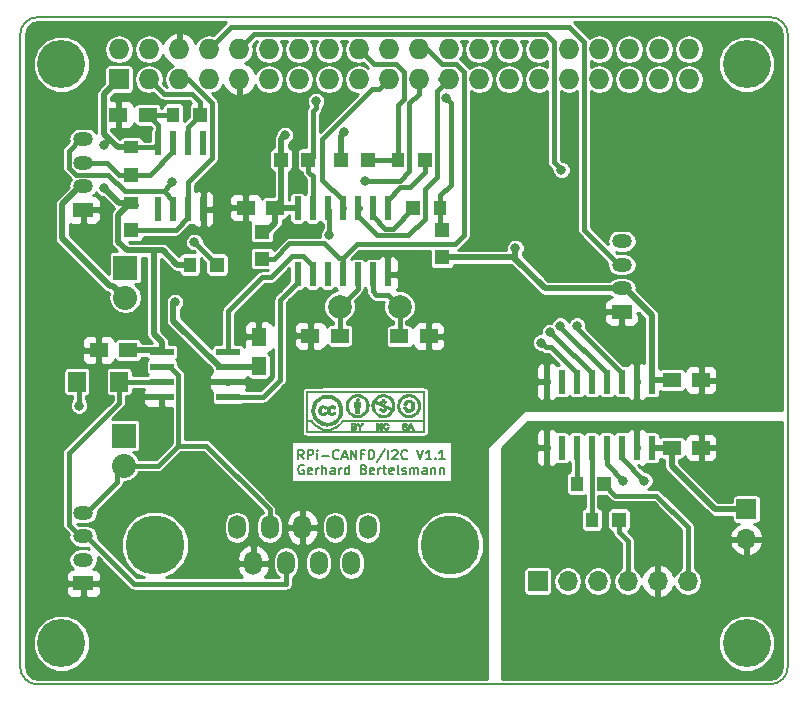
<source format=gtl>
G04 #@! TF.FileFunction,Copper,L1,Top,Signal*
%FSLAX46Y46*%
G04 Gerber Fmt 4.6, Leading zero omitted, Abs format (unit mm)*
G04 Created by KiCad (PCBNEW 4.0.2+dfsg1-stable) date Mi 10 Jan 2018 14:32:24 CET*
%MOMM*%
G01*
G04 APERTURE LIST*
%ADD10C,0.100000*%
%ADD11C,0.150000*%
%ADD12C,0.002540*%
%ADD13C,1.998980*%
%ADD14R,1.699260X1.198880*%
%ADD15O,1.699260X1.198880*%
%ADD16R,1.727200X1.727200*%
%ADD17O,1.727200X1.727200*%
%ADD18C,4.064000*%
%ADD19R,1.500000X1.250000*%
%ADD20R,1.250000X1.500000*%
%ADD21R,1.300000X1.200000*%
%ADD22R,1.200000X1.300000*%
%ADD23R,0.599440X1.998980*%
%ADD24R,1.998980X0.599440*%
%ADD25R,2.032000X2.032000*%
%ADD26O,2.032000X2.032000*%
%ADD27R,1.700000X1.700000*%
%ADD28O,1.700000X1.700000*%
%ADD29R,1.100000X1.300000*%
%ADD30R,1.500000X1.700000*%
%ADD31R,1.300000X1.100000*%
%ADD32C,5.001260*%
%ADD33O,1.501140X1.998980*%
%ADD34C,0.800000*%
%ADD35C,0.381000*%
%ADD36C,0.508000*%
%ADD37C,0.250000*%
%ADD38C,0.254000*%
G04 APERTURE END LIST*
D10*
D11*
X152000668Y-108946905D02*
X151734001Y-108565952D01*
X151543525Y-108946905D02*
X151543525Y-108146905D01*
X151848287Y-108146905D01*
X151924478Y-108185000D01*
X151962573Y-108223095D01*
X152000668Y-108299286D01*
X152000668Y-108413571D01*
X151962573Y-108489762D01*
X151924478Y-108527857D01*
X151848287Y-108565952D01*
X151543525Y-108565952D01*
X152343525Y-108946905D02*
X152343525Y-108146905D01*
X152648287Y-108146905D01*
X152724478Y-108185000D01*
X152762573Y-108223095D01*
X152800668Y-108299286D01*
X152800668Y-108413571D01*
X152762573Y-108489762D01*
X152724478Y-108527857D01*
X152648287Y-108565952D01*
X152343525Y-108565952D01*
X153143525Y-108946905D02*
X153143525Y-108413571D01*
X153143525Y-108146905D02*
X153105430Y-108185000D01*
X153143525Y-108223095D01*
X153181620Y-108185000D01*
X153143525Y-108146905D01*
X153143525Y-108223095D01*
X153524477Y-108642143D02*
X154134001Y-108642143D01*
X154972096Y-108870714D02*
X154934001Y-108908810D01*
X154819715Y-108946905D01*
X154743525Y-108946905D01*
X154629239Y-108908810D01*
X154553048Y-108832619D01*
X154514953Y-108756429D01*
X154476858Y-108604048D01*
X154476858Y-108489762D01*
X154514953Y-108337381D01*
X154553048Y-108261190D01*
X154629239Y-108185000D01*
X154743525Y-108146905D01*
X154819715Y-108146905D01*
X154934001Y-108185000D01*
X154972096Y-108223095D01*
X155276858Y-108718333D02*
X155657810Y-108718333D01*
X155200667Y-108946905D02*
X155467334Y-108146905D01*
X155734001Y-108946905D01*
X156000667Y-108946905D02*
X156000667Y-108146905D01*
X156457810Y-108946905D01*
X156457810Y-108146905D01*
X157105429Y-108527857D02*
X156838762Y-108527857D01*
X156838762Y-108946905D02*
X156838762Y-108146905D01*
X157219715Y-108146905D01*
X157524476Y-108946905D02*
X157524476Y-108146905D01*
X157714952Y-108146905D01*
X157829238Y-108185000D01*
X157905429Y-108261190D01*
X157943524Y-108337381D01*
X157981619Y-108489762D01*
X157981619Y-108604048D01*
X157943524Y-108756429D01*
X157905429Y-108832619D01*
X157829238Y-108908810D01*
X157714952Y-108946905D01*
X157524476Y-108946905D01*
X158895905Y-108108810D02*
X158210190Y-109137381D01*
X159162571Y-108946905D02*
X159162571Y-108146905D01*
X159505428Y-108223095D02*
X159543523Y-108185000D01*
X159619714Y-108146905D01*
X159810190Y-108146905D01*
X159886380Y-108185000D01*
X159924476Y-108223095D01*
X159962571Y-108299286D01*
X159962571Y-108375476D01*
X159924476Y-108489762D01*
X159467333Y-108946905D01*
X159962571Y-108946905D01*
X160762571Y-108870714D02*
X160724476Y-108908810D01*
X160610190Y-108946905D01*
X160534000Y-108946905D01*
X160419714Y-108908810D01*
X160343523Y-108832619D01*
X160305428Y-108756429D01*
X160267333Y-108604048D01*
X160267333Y-108489762D01*
X160305428Y-108337381D01*
X160343523Y-108261190D01*
X160419714Y-108185000D01*
X160534000Y-108146905D01*
X160610190Y-108146905D01*
X160724476Y-108185000D01*
X160762571Y-108223095D01*
X161600666Y-108146905D02*
X161867333Y-108946905D01*
X162134000Y-108146905D01*
X162819714Y-108946905D02*
X162362571Y-108946905D01*
X162591142Y-108946905D02*
X162591142Y-108146905D01*
X162514952Y-108261190D01*
X162438761Y-108337381D01*
X162362571Y-108375476D01*
X163162571Y-108870714D02*
X163200666Y-108908810D01*
X163162571Y-108946905D01*
X163124476Y-108908810D01*
X163162571Y-108870714D01*
X163162571Y-108946905D01*
X163962571Y-108946905D02*
X163505428Y-108946905D01*
X163733999Y-108946905D02*
X163733999Y-108146905D01*
X163657809Y-108261190D01*
X163581618Y-108337381D01*
X163505428Y-108375476D01*
X152000666Y-109455000D02*
X151924475Y-109416905D01*
X151810190Y-109416905D01*
X151695904Y-109455000D01*
X151619713Y-109531190D01*
X151581618Y-109607381D01*
X151543523Y-109759762D01*
X151543523Y-109874048D01*
X151581618Y-110026429D01*
X151619713Y-110102619D01*
X151695904Y-110178810D01*
X151810190Y-110216905D01*
X151886380Y-110216905D01*
X152000666Y-110178810D01*
X152038761Y-110140714D01*
X152038761Y-109874048D01*
X151886380Y-109874048D01*
X152686380Y-110178810D02*
X152610190Y-110216905D01*
X152457809Y-110216905D01*
X152381618Y-110178810D01*
X152343523Y-110102619D01*
X152343523Y-109797857D01*
X152381618Y-109721667D01*
X152457809Y-109683571D01*
X152610190Y-109683571D01*
X152686380Y-109721667D01*
X152724475Y-109797857D01*
X152724475Y-109874048D01*
X152343523Y-109950238D01*
X153067332Y-110216905D02*
X153067332Y-109683571D01*
X153067332Y-109835952D02*
X153105427Y-109759762D01*
X153143523Y-109721667D01*
X153219713Y-109683571D01*
X153295904Y-109683571D01*
X153562570Y-110216905D02*
X153562570Y-109416905D01*
X153905427Y-110216905D02*
X153905427Y-109797857D01*
X153867332Y-109721667D01*
X153791142Y-109683571D01*
X153676856Y-109683571D01*
X153600665Y-109721667D01*
X153562570Y-109759762D01*
X154629237Y-110216905D02*
X154629237Y-109797857D01*
X154591142Y-109721667D01*
X154514952Y-109683571D01*
X154362571Y-109683571D01*
X154286380Y-109721667D01*
X154629237Y-110178810D02*
X154553047Y-110216905D01*
X154362571Y-110216905D01*
X154286380Y-110178810D01*
X154248285Y-110102619D01*
X154248285Y-110026429D01*
X154286380Y-109950238D01*
X154362571Y-109912143D01*
X154553047Y-109912143D01*
X154629237Y-109874048D01*
X155010190Y-110216905D02*
X155010190Y-109683571D01*
X155010190Y-109835952D02*
X155048285Y-109759762D01*
X155086381Y-109721667D01*
X155162571Y-109683571D01*
X155238762Y-109683571D01*
X155848285Y-110216905D02*
X155848285Y-109416905D01*
X155848285Y-110178810D02*
X155772095Y-110216905D01*
X155619714Y-110216905D01*
X155543523Y-110178810D01*
X155505428Y-110140714D01*
X155467333Y-110064524D01*
X155467333Y-109835952D01*
X155505428Y-109759762D01*
X155543523Y-109721667D01*
X155619714Y-109683571D01*
X155772095Y-109683571D01*
X155848285Y-109721667D01*
X157105429Y-109797857D02*
X157219715Y-109835952D01*
X157257810Y-109874048D01*
X157295905Y-109950238D01*
X157295905Y-110064524D01*
X157257810Y-110140714D01*
X157219715Y-110178810D01*
X157143524Y-110216905D01*
X156838762Y-110216905D01*
X156838762Y-109416905D01*
X157105429Y-109416905D01*
X157181619Y-109455000D01*
X157219715Y-109493095D01*
X157257810Y-109569286D01*
X157257810Y-109645476D01*
X157219715Y-109721667D01*
X157181619Y-109759762D01*
X157105429Y-109797857D01*
X156838762Y-109797857D01*
X157943524Y-110178810D02*
X157867334Y-110216905D01*
X157714953Y-110216905D01*
X157638762Y-110178810D01*
X157600667Y-110102619D01*
X157600667Y-109797857D01*
X157638762Y-109721667D01*
X157714953Y-109683571D01*
X157867334Y-109683571D01*
X157943524Y-109721667D01*
X157981619Y-109797857D01*
X157981619Y-109874048D01*
X157600667Y-109950238D01*
X158324476Y-110216905D02*
X158324476Y-109683571D01*
X158324476Y-109835952D02*
X158362571Y-109759762D01*
X158400667Y-109721667D01*
X158476857Y-109683571D01*
X158553048Y-109683571D01*
X158705428Y-109683571D02*
X159010190Y-109683571D01*
X158819714Y-109416905D02*
X158819714Y-110102619D01*
X158857809Y-110178810D01*
X158934000Y-110216905D01*
X159010190Y-110216905D01*
X159581619Y-110178810D02*
X159505429Y-110216905D01*
X159353048Y-110216905D01*
X159276857Y-110178810D01*
X159238762Y-110102619D01*
X159238762Y-109797857D01*
X159276857Y-109721667D01*
X159353048Y-109683571D01*
X159505429Y-109683571D01*
X159581619Y-109721667D01*
X159619714Y-109797857D01*
X159619714Y-109874048D01*
X159238762Y-109950238D01*
X160076857Y-110216905D02*
X160000666Y-110178810D01*
X159962571Y-110102619D01*
X159962571Y-109416905D01*
X160343524Y-110178810D02*
X160419714Y-110216905D01*
X160572095Y-110216905D01*
X160648286Y-110178810D01*
X160686381Y-110102619D01*
X160686381Y-110064524D01*
X160648286Y-109988333D01*
X160572095Y-109950238D01*
X160457810Y-109950238D01*
X160381619Y-109912143D01*
X160343524Y-109835952D01*
X160343524Y-109797857D01*
X160381619Y-109721667D01*
X160457810Y-109683571D01*
X160572095Y-109683571D01*
X160648286Y-109721667D01*
X161029238Y-110216905D02*
X161029238Y-109683571D01*
X161029238Y-109759762D02*
X161067333Y-109721667D01*
X161143524Y-109683571D01*
X161257810Y-109683571D01*
X161334000Y-109721667D01*
X161372095Y-109797857D01*
X161372095Y-110216905D01*
X161372095Y-109797857D02*
X161410191Y-109721667D01*
X161486381Y-109683571D01*
X161600667Y-109683571D01*
X161676857Y-109721667D01*
X161714952Y-109797857D01*
X161714952Y-110216905D01*
X162438762Y-110216905D02*
X162438762Y-109797857D01*
X162400667Y-109721667D01*
X162324477Y-109683571D01*
X162172096Y-109683571D01*
X162095905Y-109721667D01*
X162438762Y-110178810D02*
X162362572Y-110216905D01*
X162172096Y-110216905D01*
X162095905Y-110178810D01*
X162057810Y-110102619D01*
X162057810Y-110026429D01*
X162095905Y-109950238D01*
X162172096Y-109912143D01*
X162362572Y-109912143D01*
X162438762Y-109874048D01*
X162819715Y-109683571D02*
X162819715Y-110216905D01*
X162819715Y-109759762D02*
X162857810Y-109721667D01*
X162934001Y-109683571D01*
X163048287Y-109683571D01*
X163124477Y-109721667D01*
X163162572Y-109797857D01*
X163162572Y-110216905D01*
X163543525Y-109683571D02*
X163543525Y-110216905D01*
X163543525Y-109759762D02*
X163581620Y-109721667D01*
X163657811Y-109683571D01*
X163772097Y-109683571D01*
X163848287Y-109721667D01*
X163886382Y-109797857D01*
X163886382Y-110216905D01*
X129500000Y-71500000D02*
X191500000Y-71500000D01*
X128000000Y-126500000D02*
X128000000Y-73000000D01*
X191500000Y-128000000D02*
X129500000Y-128000000D01*
X193000000Y-73000000D02*
X193000000Y-126500000D01*
X129500000Y-71500000D02*
G75*
G03X128000000Y-73000000I0J-1500000D01*
G01*
X128000000Y-126500000D02*
G75*
G03X129500000Y-128000000I1500000J0D01*
G01*
X191500000Y-128000000D02*
G75*
G03X193000000Y-126500000I0J1500000D01*
G01*
X193000000Y-73000000D02*
G75*
G03X191500000Y-71500000I-1500000J0D01*
G01*
D12*
G36*
X162224720Y-106652060D02*
X162135820Y-106652060D01*
X162135820Y-105600500D01*
X162135820Y-104452420D01*
X162135820Y-103301800D01*
X162105340Y-103271320D01*
X162077400Y-103243380D01*
X157226000Y-103243380D01*
X152374600Y-103243380D01*
X152346660Y-103271320D01*
X152316180Y-103301800D01*
X152316180Y-104452420D01*
X152316180Y-105600500D01*
X152493980Y-105600500D01*
X152671780Y-105600500D01*
X152737820Y-105702100D01*
X152834340Y-105834180D01*
X152946100Y-105953560D01*
X153070560Y-106060240D01*
X153207720Y-106154220D01*
X153352500Y-106232960D01*
X153507440Y-106293920D01*
X153670000Y-106339640D01*
X153799540Y-106359960D01*
X153865580Y-106365040D01*
X153946860Y-106367580D01*
X154033220Y-106365040D01*
X154119580Y-106357420D01*
X154198320Y-106349800D01*
X154244040Y-106342180D01*
X154414220Y-106296460D01*
X154571700Y-106238040D01*
X154721560Y-106159300D01*
X154858720Y-106065320D01*
X154988260Y-105951020D01*
X155041600Y-105897680D01*
X155084780Y-105849420D01*
X155130500Y-105793540D01*
X155171140Y-105740200D01*
X155196540Y-105702100D01*
X155262580Y-105603040D01*
X158696660Y-105600500D01*
X162135820Y-105600500D01*
X162135820Y-106652060D01*
X162125660Y-106652060D01*
X162125660Y-106570780D01*
X162125660Y-106131360D01*
X162125660Y-105691940D01*
X158724600Y-105691940D01*
X155328620Y-105691940D01*
X155265120Y-105783380D01*
X155188920Y-105890060D01*
X155115260Y-105984040D01*
X155036520Y-106062780D01*
X154955240Y-106128820D01*
X154863800Y-106192320D01*
X154795220Y-106232960D01*
X154686000Y-106288840D01*
X154589480Y-106334560D01*
X154498040Y-106370120D01*
X154404060Y-106400600D01*
X154307540Y-106426000D01*
X154302460Y-106426000D01*
X154157680Y-106451400D01*
X154025600Y-106464100D01*
X153896060Y-106464100D01*
X153763980Y-106451400D01*
X153629360Y-106426000D01*
X153476960Y-106380280D01*
X153324560Y-106314240D01*
X153167080Y-106230420D01*
X153009600Y-106126280D01*
X152956260Y-106088180D01*
X152915620Y-106055160D01*
X152869900Y-106009440D01*
X152819100Y-105958640D01*
X152765760Y-105902760D01*
X152717500Y-105846880D01*
X152674320Y-105796080D01*
X152641300Y-105750360D01*
X152626060Y-105722420D01*
X152608280Y-105691940D01*
X152458420Y-105691940D01*
X152306020Y-105691940D01*
X152306020Y-106131360D01*
X152306020Y-106570780D01*
X157218380Y-106570780D01*
X162125660Y-106570780D01*
X162125660Y-106652060D01*
X157231080Y-106652060D01*
X152239980Y-106652060D01*
X152232360Y-106507280D01*
X152232360Y-106479340D01*
X152229820Y-106433620D01*
X152229820Y-106370120D01*
X152229820Y-106291380D01*
X152229820Y-106199940D01*
X152227280Y-106098340D01*
X152227280Y-105981500D01*
X152227280Y-105857040D01*
X152227280Y-105724960D01*
X152227280Y-105582720D01*
X152227280Y-105435400D01*
X152227280Y-105283000D01*
X152227280Y-105128060D01*
X152227280Y-104970580D01*
X152229820Y-104815640D01*
X152229820Y-104655620D01*
X152229820Y-104498140D01*
X152229820Y-104345740D01*
X152229820Y-104193340D01*
X152232360Y-104048560D01*
X152232360Y-103911400D01*
X152232360Y-103781860D01*
X152232360Y-103659940D01*
X152234900Y-103548180D01*
X152234900Y-103449120D01*
X152234900Y-103362760D01*
X152237440Y-103289100D01*
X152237440Y-103233220D01*
X152237440Y-103192580D01*
X152239980Y-103169720D01*
X152239980Y-103167180D01*
X152250140Y-103164640D01*
X152280620Y-103164640D01*
X152328880Y-103164640D01*
X152394920Y-103164640D01*
X152476200Y-103164640D01*
X152577800Y-103164640D01*
X152692100Y-103162100D01*
X152821640Y-103162100D01*
X152966420Y-103162100D01*
X153123900Y-103162100D01*
X153294080Y-103162100D01*
X153474420Y-103162100D01*
X153667460Y-103159560D01*
X153870660Y-103159560D01*
X154084020Y-103159560D01*
X154307540Y-103159560D01*
X154538680Y-103159560D01*
X154774900Y-103159560D01*
X155021280Y-103159560D01*
X155272740Y-103159560D01*
X155529280Y-103157020D01*
X155788360Y-103157020D01*
X156055060Y-103157020D01*
X156321760Y-103157020D01*
X156593540Y-103157020D01*
X156865320Y-103157020D01*
X157137100Y-103157020D01*
X157408880Y-103157020D01*
X157680660Y-103157020D01*
X157952440Y-103157020D01*
X158221680Y-103157020D01*
X158488380Y-103157020D01*
X158750000Y-103157020D01*
X159009080Y-103157020D01*
X159263080Y-103157020D01*
X159512000Y-103157020D01*
X159753300Y-103157020D01*
X159989520Y-103157020D01*
X160215580Y-103157020D01*
X160434020Y-103157020D01*
X160642300Y-103157020D01*
X160840420Y-103157020D01*
X161030920Y-103157020D01*
X161206180Y-103157020D01*
X161371280Y-103157020D01*
X161521140Y-103157020D01*
X161658300Y-103157020D01*
X161782760Y-103157020D01*
X161889440Y-103157020D01*
X161980880Y-103159560D01*
X162057080Y-103159560D01*
X162115500Y-103159560D01*
X162153600Y-103159560D01*
X162176460Y-103159560D01*
X162179000Y-103159560D01*
X162224720Y-103164640D01*
X162224720Y-104907080D01*
X162224720Y-106652060D01*
X162224720Y-106652060D01*
X162224720Y-106652060D01*
G37*
X162224720Y-106652060D02*
X162135820Y-106652060D01*
X162135820Y-105600500D01*
X162135820Y-104452420D01*
X162135820Y-103301800D01*
X162105340Y-103271320D01*
X162077400Y-103243380D01*
X157226000Y-103243380D01*
X152374600Y-103243380D01*
X152346660Y-103271320D01*
X152316180Y-103301800D01*
X152316180Y-104452420D01*
X152316180Y-105600500D01*
X152493980Y-105600500D01*
X152671780Y-105600500D01*
X152737820Y-105702100D01*
X152834340Y-105834180D01*
X152946100Y-105953560D01*
X153070560Y-106060240D01*
X153207720Y-106154220D01*
X153352500Y-106232960D01*
X153507440Y-106293920D01*
X153670000Y-106339640D01*
X153799540Y-106359960D01*
X153865580Y-106365040D01*
X153946860Y-106367580D01*
X154033220Y-106365040D01*
X154119580Y-106357420D01*
X154198320Y-106349800D01*
X154244040Y-106342180D01*
X154414220Y-106296460D01*
X154571700Y-106238040D01*
X154721560Y-106159300D01*
X154858720Y-106065320D01*
X154988260Y-105951020D01*
X155041600Y-105897680D01*
X155084780Y-105849420D01*
X155130500Y-105793540D01*
X155171140Y-105740200D01*
X155196540Y-105702100D01*
X155262580Y-105603040D01*
X158696660Y-105600500D01*
X162135820Y-105600500D01*
X162135820Y-106652060D01*
X162125660Y-106652060D01*
X162125660Y-106570780D01*
X162125660Y-106131360D01*
X162125660Y-105691940D01*
X158724600Y-105691940D01*
X155328620Y-105691940D01*
X155265120Y-105783380D01*
X155188920Y-105890060D01*
X155115260Y-105984040D01*
X155036520Y-106062780D01*
X154955240Y-106128820D01*
X154863800Y-106192320D01*
X154795220Y-106232960D01*
X154686000Y-106288840D01*
X154589480Y-106334560D01*
X154498040Y-106370120D01*
X154404060Y-106400600D01*
X154307540Y-106426000D01*
X154302460Y-106426000D01*
X154157680Y-106451400D01*
X154025600Y-106464100D01*
X153896060Y-106464100D01*
X153763980Y-106451400D01*
X153629360Y-106426000D01*
X153476960Y-106380280D01*
X153324560Y-106314240D01*
X153167080Y-106230420D01*
X153009600Y-106126280D01*
X152956260Y-106088180D01*
X152915620Y-106055160D01*
X152869900Y-106009440D01*
X152819100Y-105958640D01*
X152765760Y-105902760D01*
X152717500Y-105846880D01*
X152674320Y-105796080D01*
X152641300Y-105750360D01*
X152626060Y-105722420D01*
X152608280Y-105691940D01*
X152458420Y-105691940D01*
X152306020Y-105691940D01*
X152306020Y-106131360D01*
X152306020Y-106570780D01*
X157218380Y-106570780D01*
X162125660Y-106570780D01*
X162125660Y-106652060D01*
X157231080Y-106652060D01*
X152239980Y-106652060D01*
X152232360Y-106507280D01*
X152232360Y-106479340D01*
X152229820Y-106433620D01*
X152229820Y-106370120D01*
X152229820Y-106291380D01*
X152229820Y-106199940D01*
X152227280Y-106098340D01*
X152227280Y-105981500D01*
X152227280Y-105857040D01*
X152227280Y-105724960D01*
X152227280Y-105582720D01*
X152227280Y-105435400D01*
X152227280Y-105283000D01*
X152227280Y-105128060D01*
X152227280Y-104970580D01*
X152229820Y-104815640D01*
X152229820Y-104655620D01*
X152229820Y-104498140D01*
X152229820Y-104345740D01*
X152229820Y-104193340D01*
X152232360Y-104048560D01*
X152232360Y-103911400D01*
X152232360Y-103781860D01*
X152232360Y-103659940D01*
X152234900Y-103548180D01*
X152234900Y-103449120D01*
X152234900Y-103362760D01*
X152237440Y-103289100D01*
X152237440Y-103233220D01*
X152237440Y-103192580D01*
X152239980Y-103169720D01*
X152239980Y-103167180D01*
X152250140Y-103164640D01*
X152280620Y-103164640D01*
X152328880Y-103164640D01*
X152394920Y-103164640D01*
X152476200Y-103164640D01*
X152577800Y-103164640D01*
X152692100Y-103162100D01*
X152821640Y-103162100D01*
X152966420Y-103162100D01*
X153123900Y-103162100D01*
X153294080Y-103162100D01*
X153474420Y-103162100D01*
X153667460Y-103159560D01*
X153870660Y-103159560D01*
X154084020Y-103159560D01*
X154307540Y-103159560D01*
X154538680Y-103159560D01*
X154774900Y-103159560D01*
X155021280Y-103159560D01*
X155272740Y-103159560D01*
X155529280Y-103157020D01*
X155788360Y-103157020D01*
X156055060Y-103157020D01*
X156321760Y-103157020D01*
X156593540Y-103157020D01*
X156865320Y-103157020D01*
X157137100Y-103157020D01*
X157408880Y-103157020D01*
X157680660Y-103157020D01*
X157952440Y-103157020D01*
X158221680Y-103157020D01*
X158488380Y-103157020D01*
X158750000Y-103157020D01*
X159009080Y-103157020D01*
X159263080Y-103157020D01*
X159512000Y-103157020D01*
X159753300Y-103157020D01*
X159989520Y-103157020D01*
X160215580Y-103157020D01*
X160434020Y-103157020D01*
X160642300Y-103157020D01*
X160840420Y-103157020D01*
X161030920Y-103157020D01*
X161206180Y-103157020D01*
X161371280Y-103157020D01*
X161521140Y-103157020D01*
X161658300Y-103157020D01*
X161782760Y-103157020D01*
X161889440Y-103157020D01*
X161980880Y-103159560D01*
X162057080Y-103159560D01*
X162115500Y-103159560D01*
X162153600Y-103159560D01*
X162176460Y-103159560D01*
X162179000Y-103159560D01*
X162224720Y-103164640D01*
X162224720Y-104907080D01*
X162224720Y-106652060D01*
X162224720Y-106652060D01*
G36*
X159214820Y-106220260D02*
X159209740Y-106248200D01*
X159184340Y-106319320D01*
X159146240Y-106372660D01*
X159095440Y-106413300D01*
X159034480Y-106436160D01*
X158963360Y-106443780D01*
X158920180Y-106438700D01*
X158866840Y-106428540D01*
X158826200Y-106408220D01*
X158785560Y-106375200D01*
X158767780Y-106357420D01*
X158729680Y-106301540D01*
X158704280Y-106235500D01*
X158696660Y-106166920D01*
X158701740Y-106095800D01*
X158719520Y-106027220D01*
X158755080Y-105966260D01*
X158775400Y-105940860D01*
X158828740Y-105900220D01*
X158889700Y-105874820D01*
X158953200Y-105864660D01*
X159016700Y-105869740D01*
X159075120Y-105887520D01*
X159128460Y-105920540D01*
X159171640Y-105966260D01*
X159184340Y-105991660D01*
X159197040Y-106019600D01*
X159204660Y-106045000D01*
X159204660Y-106050080D01*
X159202120Y-106062780D01*
X159191960Y-106067860D01*
X159169100Y-106070400D01*
X159151320Y-106070400D01*
X159118300Y-106070400D01*
X159100520Y-106065320D01*
X159087820Y-106055160D01*
X159080200Y-106039920D01*
X159049720Y-106001820D01*
X159011620Y-105981500D01*
X158968440Y-105971340D01*
X158925260Y-105978960D01*
X158884620Y-105999280D01*
X158851600Y-106034840D01*
X158841440Y-106055160D01*
X158828740Y-106095800D01*
X158823660Y-106149140D01*
X158826200Y-106202480D01*
X158836360Y-106248200D01*
X158841440Y-106258360D01*
X158871920Y-106301540D01*
X158912560Y-106326940D01*
X158958280Y-106339640D01*
X159004000Y-106334560D01*
X159024320Y-106324400D01*
X159052260Y-106304080D01*
X159072580Y-106273600D01*
X159085280Y-106243120D01*
X159085280Y-106235500D01*
X159087820Y-106227880D01*
X159103060Y-106222800D01*
X159131000Y-106220260D01*
X159148780Y-106220260D01*
X159214820Y-106220260D01*
X159214820Y-106220260D01*
X159214820Y-106220260D01*
G37*
X159214820Y-106220260D02*
X159209740Y-106248200D01*
X159184340Y-106319320D01*
X159146240Y-106372660D01*
X159095440Y-106413300D01*
X159034480Y-106436160D01*
X158963360Y-106443780D01*
X158920180Y-106438700D01*
X158866840Y-106428540D01*
X158826200Y-106408220D01*
X158785560Y-106375200D01*
X158767780Y-106357420D01*
X158729680Y-106301540D01*
X158704280Y-106235500D01*
X158696660Y-106166920D01*
X158701740Y-106095800D01*
X158719520Y-106027220D01*
X158755080Y-105966260D01*
X158775400Y-105940860D01*
X158828740Y-105900220D01*
X158889700Y-105874820D01*
X158953200Y-105864660D01*
X159016700Y-105869740D01*
X159075120Y-105887520D01*
X159128460Y-105920540D01*
X159171640Y-105966260D01*
X159184340Y-105991660D01*
X159197040Y-106019600D01*
X159204660Y-106045000D01*
X159204660Y-106050080D01*
X159202120Y-106062780D01*
X159191960Y-106067860D01*
X159169100Y-106070400D01*
X159151320Y-106070400D01*
X159118300Y-106070400D01*
X159100520Y-106065320D01*
X159087820Y-106055160D01*
X159080200Y-106039920D01*
X159049720Y-106001820D01*
X159011620Y-105981500D01*
X158968440Y-105971340D01*
X158925260Y-105978960D01*
X158884620Y-105999280D01*
X158851600Y-106034840D01*
X158841440Y-106055160D01*
X158828740Y-106095800D01*
X158823660Y-106149140D01*
X158826200Y-106202480D01*
X158836360Y-106248200D01*
X158841440Y-106258360D01*
X158871920Y-106301540D01*
X158912560Y-106326940D01*
X158958280Y-106339640D01*
X159004000Y-106334560D01*
X159024320Y-106324400D01*
X159052260Y-106304080D01*
X159072580Y-106273600D01*
X159085280Y-106243120D01*
X159085280Y-106235500D01*
X159087820Y-106227880D01*
X159103060Y-106222800D01*
X159131000Y-106220260D01*
X159148780Y-106220260D01*
X159214820Y-106220260D01*
X159214820Y-106220260D01*
G36*
X160764220Y-106291380D02*
X160754060Y-106329480D01*
X160731200Y-106365040D01*
X160723580Y-106375200D01*
X160685480Y-106408220D01*
X160632140Y-106431080D01*
X160571180Y-106443780D01*
X160507680Y-106443780D01*
X160500060Y-106443780D01*
X160428940Y-106428540D01*
X160373060Y-106398060D01*
X160332420Y-106357420D01*
X160307020Y-106304080D01*
X160304480Y-106299000D01*
X160299400Y-106268520D01*
X160304480Y-106250740D01*
X160322260Y-106243120D01*
X160355280Y-106243120D01*
X160365440Y-106243120D01*
X160395920Y-106245660D01*
X160413700Y-106250740D01*
X160423860Y-106263440D01*
X160428940Y-106281220D01*
X160449260Y-106314240D01*
X160482280Y-106339640D01*
X160525460Y-106349800D01*
X160573720Y-106344720D01*
X160601660Y-106337100D01*
X160632140Y-106319320D01*
X160644840Y-106296460D01*
X160642300Y-106268520D01*
X160634680Y-106253280D01*
X160619440Y-106240580D01*
X160594040Y-106227880D01*
X160555940Y-106212640D01*
X160502600Y-106194860D01*
X160474660Y-106187240D01*
X160426400Y-106172000D01*
X160393380Y-106156760D01*
X160370520Y-106141520D01*
X160357820Y-106126280D01*
X160327340Y-106080560D01*
X160317180Y-106037380D01*
X160322260Y-105991660D01*
X160342580Y-105951020D01*
X160375600Y-105915460D01*
X160418780Y-105887520D01*
X160469580Y-105869740D01*
X160528000Y-105864660D01*
X160583880Y-105869740D01*
X160647380Y-105890060D01*
X160695640Y-105918000D01*
X160726120Y-105958640D01*
X160741360Y-106009440D01*
X160741360Y-106009440D01*
X160746440Y-106050080D01*
X160690560Y-106050080D01*
X160657540Y-106050080D01*
X160639760Y-106045000D01*
X160629600Y-106037380D01*
X160621980Y-106019600D01*
X160604200Y-105989120D01*
X160571180Y-105971340D01*
X160533080Y-105961180D01*
X160494980Y-105966260D01*
X160461960Y-105981500D01*
X160459420Y-105986580D01*
X160441640Y-106006900D01*
X160436560Y-106024680D01*
X160446720Y-106042460D01*
X160451800Y-106050080D01*
X160474660Y-106062780D01*
X160515300Y-106080560D01*
X160573720Y-106098340D01*
X160578800Y-106098340D01*
X160644840Y-106121200D01*
X160695640Y-106141520D01*
X160728660Y-106166920D01*
X160751520Y-106197400D01*
X160761680Y-106235500D01*
X160761680Y-106243120D01*
X160764220Y-106291380D01*
X160764220Y-106291380D01*
X160764220Y-106291380D01*
G37*
X160764220Y-106291380D02*
X160754060Y-106329480D01*
X160731200Y-106365040D01*
X160723580Y-106375200D01*
X160685480Y-106408220D01*
X160632140Y-106431080D01*
X160571180Y-106443780D01*
X160507680Y-106443780D01*
X160500060Y-106443780D01*
X160428940Y-106428540D01*
X160373060Y-106398060D01*
X160332420Y-106357420D01*
X160307020Y-106304080D01*
X160304480Y-106299000D01*
X160299400Y-106268520D01*
X160304480Y-106250740D01*
X160322260Y-106243120D01*
X160355280Y-106243120D01*
X160365440Y-106243120D01*
X160395920Y-106245660D01*
X160413700Y-106250740D01*
X160423860Y-106263440D01*
X160428940Y-106281220D01*
X160449260Y-106314240D01*
X160482280Y-106339640D01*
X160525460Y-106349800D01*
X160573720Y-106344720D01*
X160601660Y-106337100D01*
X160632140Y-106319320D01*
X160644840Y-106296460D01*
X160642300Y-106268520D01*
X160634680Y-106253280D01*
X160619440Y-106240580D01*
X160594040Y-106227880D01*
X160555940Y-106212640D01*
X160502600Y-106194860D01*
X160474660Y-106187240D01*
X160426400Y-106172000D01*
X160393380Y-106156760D01*
X160370520Y-106141520D01*
X160357820Y-106126280D01*
X160327340Y-106080560D01*
X160317180Y-106037380D01*
X160322260Y-105991660D01*
X160342580Y-105951020D01*
X160375600Y-105915460D01*
X160418780Y-105887520D01*
X160469580Y-105869740D01*
X160528000Y-105864660D01*
X160583880Y-105869740D01*
X160647380Y-105890060D01*
X160695640Y-105918000D01*
X160726120Y-105958640D01*
X160741360Y-106009440D01*
X160741360Y-106009440D01*
X160746440Y-106050080D01*
X160690560Y-106050080D01*
X160657540Y-106050080D01*
X160639760Y-106045000D01*
X160629600Y-106037380D01*
X160621980Y-106019600D01*
X160604200Y-105989120D01*
X160571180Y-105971340D01*
X160533080Y-105961180D01*
X160494980Y-105966260D01*
X160461960Y-105981500D01*
X160459420Y-105986580D01*
X160441640Y-106006900D01*
X160436560Y-106024680D01*
X160446720Y-106042460D01*
X160451800Y-106050080D01*
X160474660Y-106062780D01*
X160515300Y-106080560D01*
X160573720Y-106098340D01*
X160578800Y-106098340D01*
X160644840Y-106121200D01*
X160695640Y-106141520D01*
X160728660Y-106166920D01*
X160751520Y-106197400D01*
X160761680Y-106235500D01*
X160761680Y-106243120D01*
X160764220Y-106291380D01*
X160764220Y-106291380D01*
G36*
X156464000Y-106291380D02*
X156448760Y-106342180D01*
X156415740Y-106385360D01*
X156372560Y-106410760D01*
X156354780Y-106418380D01*
X156337000Y-106423460D01*
X156337000Y-106260900D01*
X156334460Y-106230420D01*
X156321760Y-106210100D01*
X156316680Y-106207560D01*
X156316680Y-106032300D01*
X156306520Y-106004360D01*
X156301440Y-105996740D01*
X156286200Y-105986580D01*
X156258260Y-105981500D01*
X156217620Y-105981500D01*
X156207460Y-105981500D01*
X156128720Y-105981500D01*
X156126180Y-106011980D01*
X156123640Y-106045000D01*
X156126180Y-106072940D01*
X156128720Y-106088180D01*
X156133800Y-106095800D01*
X156149040Y-106100880D01*
X156176980Y-106100880D01*
X156199840Y-106100880D01*
X156250640Y-106098340D01*
X156286200Y-106090720D01*
X156293820Y-106085640D01*
X156311600Y-106062780D01*
X156316680Y-106032300D01*
X156316680Y-106207560D01*
X156296360Y-106197400D01*
X156258260Y-106192320D01*
X156210000Y-106189780D01*
X156126180Y-106189780D01*
X156126180Y-106260900D01*
X156126180Y-106332020D01*
X156215080Y-106332020D01*
X156260800Y-106329480D01*
X156291280Y-106326940D01*
X156311600Y-106319320D01*
X156319220Y-106314240D01*
X156334460Y-106288840D01*
X156337000Y-106260900D01*
X156337000Y-106423460D01*
X156331920Y-106423460D01*
X156303980Y-106428540D01*
X156265880Y-106428540D01*
X156212540Y-106431080D01*
X156164280Y-106431080D01*
X155996640Y-106431080D01*
X155996640Y-106156760D01*
X155996640Y-105879900D01*
X156161740Y-105879900D01*
X156235400Y-105882440D01*
X156288740Y-105882440D01*
X156331920Y-105887520D01*
X156362400Y-105895140D01*
X156385260Y-105905300D01*
X156403040Y-105920540D01*
X156410660Y-105928160D01*
X156425900Y-105956100D01*
X156433520Y-105994200D01*
X156436060Y-106034840D01*
X156433520Y-106055160D01*
X156420820Y-106080560D01*
X156400500Y-106105960D01*
X156397960Y-106108500D01*
X156382720Y-106126280D01*
X156380180Y-106136440D01*
X156387800Y-106138980D01*
X156413200Y-106156760D01*
X156441140Y-106184700D01*
X156458920Y-106220260D01*
X156461460Y-106235500D01*
X156464000Y-106291380D01*
X156464000Y-106291380D01*
X156464000Y-106291380D01*
G37*
X156464000Y-106291380D02*
X156448760Y-106342180D01*
X156415740Y-106385360D01*
X156372560Y-106410760D01*
X156354780Y-106418380D01*
X156337000Y-106423460D01*
X156337000Y-106260900D01*
X156334460Y-106230420D01*
X156321760Y-106210100D01*
X156316680Y-106207560D01*
X156316680Y-106032300D01*
X156306520Y-106004360D01*
X156301440Y-105996740D01*
X156286200Y-105986580D01*
X156258260Y-105981500D01*
X156217620Y-105981500D01*
X156207460Y-105981500D01*
X156128720Y-105981500D01*
X156126180Y-106011980D01*
X156123640Y-106045000D01*
X156126180Y-106072940D01*
X156128720Y-106088180D01*
X156133800Y-106095800D01*
X156149040Y-106100880D01*
X156176980Y-106100880D01*
X156199840Y-106100880D01*
X156250640Y-106098340D01*
X156286200Y-106090720D01*
X156293820Y-106085640D01*
X156311600Y-106062780D01*
X156316680Y-106032300D01*
X156316680Y-106207560D01*
X156296360Y-106197400D01*
X156258260Y-106192320D01*
X156210000Y-106189780D01*
X156126180Y-106189780D01*
X156126180Y-106260900D01*
X156126180Y-106332020D01*
X156215080Y-106332020D01*
X156260800Y-106329480D01*
X156291280Y-106326940D01*
X156311600Y-106319320D01*
X156319220Y-106314240D01*
X156334460Y-106288840D01*
X156337000Y-106260900D01*
X156337000Y-106423460D01*
X156331920Y-106423460D01*
X156303980Y-106428540D01*
X156265880Y-106428540D01*
X156212540Y-106431080D01*
X156164280Y-106431080D01*
X155996640Y-106431080D01*
X155996640Y-106156760D01*
X155996640Y-105879900D01*
X156161740Y-105879900D01*
X156235400Y-105882440D01*
X156288740Y-105882440D01*
X156331920Y-105887520D01*
X156362400Y-105895140D01*
X156385260Y-105905300D01*
X156403040Y-105920540D01*
X156410660Y-105928160D01*
X156425900Y-105956100D01*
X156433520Y-105994200D01*
X156436060Y-106034840D01*
X156433520Y-106055160D01*
X156420820Y-106080560D01*
X156400500Y-106105960D01*
X156397960Y-106108500D01*
X156382720Y-106126280D01*
X156380180Y-106136440D01*
X156387800Y-106138980D01*
X156413200Y-106156760D01*
X156441140Y-106184700D01*
X156458920Y-106220260D01*
X156461460Y-106235500D01*
X156464000Y-106291380D01*
X156464000Y-106291380D01*
G36*
X157015180Y-105879900D02*
X156911040Y-106055160D01*
X156806900Y-106230420D01*
X156806900Y-106329480D01*
X156806900Y-106431080D01*
X156748480Y-106431080D01*
X156687520Y-106431080D01*
X156687520Y-106324400D01*
X156687520Y-106217720D01*
X156591000Y-106057700D01*
X156560520Y-106006900D01*
X156532580Y-105961180D01*
X156512260Y-105923080D01*
X156497020Y-105900220D01*
X156489400Y-105887520D01*
X156497020Y-105884980D01*
X156519880Y-105882440D01*
X156552900Y-105879900D01*
X156555440Y-105879900D01*
X156626560Y-105879900D01*
X156687520Y-105986580D01*
X156715460Y-106034840D01*
X156735780Y-106065320D01*
X156751020Y-106080560D01*
X156758640Y-106080560D01*
X156766260Y-106065320D01*
X156781500Y-106039920D01*
X156804360Y-106001820D01*
X156819600Y-105976420D01*
X156872940Y-105884980D01*
X156944060Y-105882440D01*
X157015180Y-105879900D01*
X157015180Y-105879900D01*
X157015180Y-105879900D01*
G37*
X157015180Y-105879900D02*
X156911040Y-106055160D01*
X156806900Y-106230420D01*
X156806900Y-106329480D01*
X156806900Y-106431080D01*
X156748480Y-106431080D01*
X156687520Y-106431080D01*
X156687520Y-106324400D01*
X156687520Y-106217720D01*
X156591000Y-106057700D01*
X156560520Y-106006900D01*
X156532580Y-105961180D01*
X156512260Y-105923080D01*
X156497020Y-105900220D01*
X156489400Y-105887520D01*
X156497020Y-105884980D01*
X156519880Y-105882440D01*
X156552900Y-105879900D01*
X156555440Y-105879900D01*
X156626560Y-105879900D01*
X156687520Y-105986580D01*
X156715460Y-106034840D01*
X156735780Y-106065320D01*
X156751020Y-106080560D01*
X156758640Y-106080560D01*
X156766260Y-106065320D01*
X156781500Y-106039920D01*
X156804360Y-106001820D01*
X156819600Y-105976420D01*
X156872940Y-105884980D01*
X156944060Y-105882440D01*
X157015180Y-105879900D01*
X157015180Y-105879900D01*
G36*
X158615380Y-106431080D02*
X158551880Y-106431080D01*
X158490920Y-106431080D01*
X158379160Y-106253280D01*
X158269940Y-106078020D01*
X158267400Y-106255820D01*
X158264860Y-106431080D01*
X158203900Y-106431080D01*
X158145480Y-106431080D01*
X158145480Y-106156760D01*
X158145480Y-105879900D01*
X158208980Y-105879900D01*
X158272480Y-105879900D01*
X158379160Y-106055160D01*
X158412180Y-106108500D01*
X158442660Y-106154220D01*
X158465520Y-106189780D01*
X158483300Y-106215180D01*
X158490920Y-106225340D01*
X158493460Y-106225340D01*
X158493460Y-106215180D01*
X158496000Y-106187240D01*
X158496000Y-106146600D01*
X158496000Y-106095800D01*
X158496000Y-106052620D01*
X158493460Y-105879900D01*
X158554420Y-105879900D01*
X158615380Y-105879900D01*
X158615380Y-106156760D01*
X158615380Y-106431080D01*
X158615380Y-106431080D01*
X158615380Y-106431080D01*
G37*
X158615380Y-106431080D02*
X158551880Y-106431080D01*
X158490920Y-106431080D01*
X158379160Y-106253280D01*
X158269940Y-106078020D01*
X158267400Y-106255820D01*
X158264860Y-106431080D01*
X158203900Y-106431080D01*
X158145480Y-106431080D01*
X158145480Y-106156760D01*
X158145480Y-105879900D01*
X158208980Y-105879900D01*
X158272480Y-105879900D01*
X158379160Y-106055160D01*
X158412180Y-106108500D01*
X158442660Y-106154220D01*
X158465520Y-106189780D01*
X158483300Y-106215180D01*
X158490920Y-106225340D01*
X158493460Y-106225340D01*
X158493460Y-106215180D01*
X158496000Y-106187240D01*
X158496000Y-106146600D01*
X158496000Y-106095800D01*
X158496000Y-106052620D01*
X158493460Y-105879900D01*
X158554420Y-105879900D01*
X158615380Y-105879900D01*
X158615380Y-106156760D01*
X158615380Y-106431080D01*
X158615380Y-106431080D01*
G36*
X161315400Y-106423460D02*
X161305240Y-106428540D01*
X161282380Y-106431080D01*
X161251900Y-106431080D01*
X161188400Y-106431080D01*
X161170620Y-106370120D01*
X161152840Y-106311700D01*
X161114740Y-106311700D01*
X161114740Y-106210100D01*
X161084260Y-106121200D01*
X161069020Y-106083100D01*
X161058860Y-106052620D01*
X161048700Y-106039920D01*
X161046160Y-106037380D01*
X161038540Y-106050080D01*
X161028380Y-106075480D01*
X161015680Y-106108500D01*
X161002980Y-106144060D01*
X160992820Y-106174540D01*
X160987740Y-106197400D01*
X160985200Y-106205020D01*
X160995360Y-106207560D01*
X161018220Y-106210100D01*
X161048700Y-106210100D01*
X161114740Y-106210100D01*
X161114740Y-106311700D01*
X161048700Y-106311700D01*
X160947100Y-106311700D01*
X160924240Y-106370120D01*
X160901380Y-106431080D01*
X160840420Y-106431080D01*
X160776920Y-106431080D01*
X160881060Y-106159300D01*
X160982660Y-105884980D01*
X161051240Y-105884980D01*
X161117280Y-105884980D01*
X161216340Y-106151680D01*
X161241740Y-106220260D01*
X161264600Y-106281220D01*
X161284920Y-106337100D01*
X161300160Y-106380280D01*
X161310320Y-106408220D01*
X161315400Y-106423460D01*
X161315400Y-106423460D01*
X161315400Y-106423460D01*
X161315400Y-106423460D01*
G37*
X161315400Y-106423460D02*
X161305240Y-106428540D01*
X161282380Y-106431080D01*
X161251900Y-106431080D01*
X161188400Y-106431080D01*
X161170620Y-106370120D01*
X161152840Y-106311700D01*
X161114740Y-106311700D01*
X161114740Y-106210100D01*
X161084260Y-106121200D01*
X161069020Y-106083100D01*
X161058860Y-106052620D01*
X161048700Y-106039920D01*
X161046160Y-106037380D01*
X161038540Y-106050080D01*
X161028380Y-106075480D01*
X161015680Y-106108500D01*
X161002980Y-106144060D01*
X160992820Y-106174540D01*
X160987740Y-106197400D01*
X160985200Y-106205020D01*
X160995360Y-106207560D01*
X161018220Y-106210100D01*
X161048700Y-106210100D01*
X161114740Y-106210100D01*
X161114740Y-106311700D01*
X161048700Y-106311700D01*
X160947100Y-106311700D01*
X160924240Y-106370120D01*
X160901380Y-106431080D01*
X160840420Y-106431080D01*
X160776920Y-106431080D01*
X160881060Y-106159300D01*
X160982660Y-105884980D01*
X161051240Y-105884980D01*
X161117280Y-105884980D01*
X161216340Y-106151680D01*
X161241740Y-106220260D01*
X161264600Y-106281220D01*
X161284920Y-106337100D01*
X161300160Y-106380280D01*
X161310320Y-106408220D01*
X161315400Y-106423460D01*
X161315400Y-106423460D01*
X161315400Y-106423460D01*
G36*
X155265120Y-104764840D02*
X155265120Y-104835960D01*
X155260040Y-104929940D01*
X155252420Y-105013760D01*
X155239720Y-105089960D01*
X155221940Y-105161080D01*
X155196540Y-105234740D01*
X155178760Y-105285540D01*
X155115260Y-105415080D01*
X155036520Y-105537000D01*
X155033980Y-105539540D01*
X155033980Y-104764840D01*
X155023820Y-104625140D01*
X154995880Y-104490520D01*
X154950160Y-104360980D01*
X154886660Y-104236520D01*
X154807920Y-104122220D01*
X154713940Y-104018080D01*
X154604720Y-103924100D01*
X154482800Y-103842820D01*
X154475180Y-103840280D01*
X154355800Y-103784400D01*
X154228800Y-103743760D01*
X154094180Y-103720900D01*
X153957020Y-103715820D01*
X153819860Y-103725980D01*
X153687780Y-103751380D01*
X153560780Y-103794560D01*
X153479500Y-103832660D01*
X153365200Y-103903780D01*
X153258520Y-103992680D01*
X153164540Y-104091740D01*
X153080720Y-104200960D01*
X153012140Y-104317800D01*
X152958800Y-104439720D01*
X152938480Y-104508300D01*
X152908000Y-104653080D01*
X152900380Y-104795320D01*
X152910540Y-104932480D01*
X152941020Y-105069640D01*
X152989280Y-105199180D01*
X153057860Y-105323640D01*
X153141680Y-105443020D01*
X153240740Y-105549700D01*
X153357580Y-105646220D01*
X153476960Y-105722420D01*
X153603960Y-105780840D01*
X153736040Y-105821480D01*
X153873200Y-105841800D01*
X154020520Y-105841800D01*
X154152600Y-105829100D01*
X154274520Y-105801160D01*
X154393900Y-105755440D01*
X154510740Y-105694480D01*
X154619960Y-105618280D01*
X154721560Y-105531920D01*
X154810460Y-105435400D01*
X154884120Y-105331260D01*
X154942540Y-105222040D01*
X154957780Y-105189020D01*
X155003500Y-105046780D01*
X155028900Y-104904540D01*
X155033980Y-104764840D01*
X155033980Y-105539540D01*
X154942540Y-105651300D01*
X154838400Y-105755440D01*
X154721560Y-105846880D01*
X154594560Y-105925620D01*
X154462480Y-105989120D01*
X154327860Y-106037380D01*
X154188160Y-106067860D01*
X154122120Y-106075480D01*
X154058620Y-106080560D01*
X154007820Y-106083100D01*
X153964640Y-106085640D01*
X153926540Y-106085640D01*
X153885900Y-106083100D01*
X153850340Y-106080560D01*
X153697940Y-106060240D01*
X153553160Y-106022140D01*
X153416000Y-105963720D01*
X153283920Y-105890060D01*
X153156920Y-105796080D01*
X153035000Y-105681780D01*
X153032460Y-105679240D01*
X152925780Y-105557320D01*
X152836880Y-105432860D01*
X152768300Y-105300780D01*
X152717500Y-105163620D01*
X152684480Y-105016300D01*
X152669240Y-104863900D01*
X152666700Y-104782620D01*
X152671780Y-104640380D01*
X152692100Y-104505760D01*
X152725120Y-104381300D01*
X152770840Y-104256840D01*
X152808940Y-104180640D01*
X152890220Y-104046020D01*
X152986740Y-103921560D01*
X153095960Y-103809800D01*
X153215340Y-103713280D01*
X153347420Y-103629460D01*
X153484580Y-103563420D01*
X153629360Y-103515160D01*
X153720800Y-103494840D01*
X153786840Y-103487220D01*
X153868120Y-103482140D01*
X153954480Y-103479600D01*
X154040840Y-103482140D01*
X154124660Y-103484680D01*
X154195780Y-103492300D01*
X154211020Y-103497380D01*
X154363420Y-103532940D01*
X154508200Y-103588820D01*
X154642820Y-103659940D01*
X154769820Y-103746300D01*
X154886660Y-103847900D01*
X154988260Y-103962200D01*
X155079700Y-104086660D01*
X155153360Y-104223820D01*
X155209240Y-104366060D01*
X155219400Y-104404160D01*
X155239720Y-104472740D01*
X155252420Y-104538780D01*
X155260040Y-104607360D01*
X155265120Y-104681020D01*
X155265120Y-104764840D01*
X155265120Y-104764840D01*
X155265120Y-104764840D01*
G37*
X155265120Y-104764840D02*
X155265120Y-104835960D01*
X155260040Y-104929940D01*
X155252420Y-105013760D01*
X155239720Y-105089960D01*
X155221940Y-105161080D01*
X155196540Y-105234740D01*
X155178760Y-105285540D01*
X155115260Y-105415080D01*
X155036520Y-105537000D01*
X155033980Y-105539540D01*
X155033980Y-104764840D01*
X155023820Y-104625140D01*
X154995880Y-104490520D01*
X154950160Y-104360980D01*
X154886660Y-104236520D01*
X154807920Y-104122220D01*
X154713940Y-104018080D01*
X154604720Y-103924100D01*
X154482800Y-103842820D01*
X154475180Y-103840280D01*
X154355800Y-103784400D01*
X154228800Y-103743760D01*
X154094180Y-103720900D01*
X153957020Y-103715820D01*
X153819860Y-103725980D01*
X153687780Y-103751380D01*
X153560780Y-103794560D01*
X153479500Y-103832660D01*
X153365200Y-103903780D01*
X153258520Y-103992680D01*
X153164540Y-104091740D01*
X153080720Y-104200960D01*
X153012140Y-104317800D01*
X152958800Y-104439720D01*
X152938480Y-104508300D01*
X152908000Y-104653080D01*
X152900380Y-104795320D01*
X152910540Y-104932480D01*
X152941020Y-105069640D01*
X152989280Y-105199180D01*
X153057860Y-105323640D01*
X153141680Y-105443020D01*
X153240740Y-105549700D01*
X153357580Y-105646220D01*
X153476960Y-105722420D01*
X153603960Y-105780840D01*
X153736040Y-105821480D01*
X153873200Y-105841800D01*
X154020520Y-105841800D01*
X154152600Y-105829100D01*
X154274520Y-105801160D01*
X154393900Y-105755440D01*
X154510740Y-105694480D01*
X154619960Y-105618280D01*
X154721560Y-105531920D01*
X154810460Y-105435400D01*
X154884120Y-105331260D01*
X154942540Y-105222040D01*
X154957780Y-105189020D01*
X155003500Y-105046780D01*
X155028900Y-104904540D01*
X155033980Y-104764840D01*
X155033980Y-105539540D01*
X154942540Y-105651300D01*
X154838400Y-105755440D01*
X154721560Y-105846880D01*
X154594560Y-105925620D01*
X154462480Y-105989120D01*
X154327860Y-106037380D01*
X154188160Y-106067860D01*
X154122120Y-106075480D01*
X154058620Y-106080560D01*
X154007820Y-106083100D01*
X153964640Y-106085640D01*
X153926540Y-106085640D01*
X153885900Y-106083100D01*
X153850340Y-106080560D01*
X153697940Y-106060240D01*
X153553160Y-106022140D01*
X153416000Y-105963720D01*
X153283920Y-105890060D01*
X153156920Y-105796080D01*
X153035000Y-105681780D01*
X153032460Y-105679240D01*
X152925780Y-105557320D01*
X152836880Y-105432860D01*
X152768300Y-105300780D01*
X152717500Y-105163620D01*
X152684480Y-105016300D01*
X152669240Y-104863900D01*
X152666700Y-104782620D01*
X152671780Y-104640380D01*
X152692100Y-104505760D01*
X152725120Y-104381300D01*
X152770840Y-104256840D01*
X152808940Y-104180640D01*
X152890220Y-104046020D01*
X152986740Y-103921560D01*
X153095960Y-103809800D01*
X153215340Y-103713280D01*
X153347420Y-103629460D01*
X153484580Y-103563420D01*
X153629360Y-103515160D01*
X153720800Y-103494840D01*
X153786840Y-103487220D01*
X153868120Y-103482140D01*
X153954480Y-103479600D01*
X154040840Y-103482140D01*
X154124660Y-103484680D01*
X154195780Y-103492300D01*
X154211020Y-103497380D01*
X154363420Y-103532940D01*
X154508200Y-103588820D01*
X154642820Y-103659940D01*
X154769820Y-103746300D01*
X154886660Y-103847900D01*
X154988260Y-103962200D01*
X155079700Y-104086660D01*
X155153360Y-104223820D01*
X155209240Y-104366060D01*
X155219400Y-104404160D01*
X155239720Y-104472740D01*
X155252420Y-104538780D01*
X155260040Y-104607360D01*
X155265120Y-104681020D01*
X155265120Y-104764840D01*
X155265120Y-104764840D01*
G36*
X157502860Y-104378760D02*
X157500320Y-104470200D01*
X157492700Y-104556560D01*
X157480000Y-104635300D01*
X157474920Y-104658160D01*
X157452060Y-104734360D01*
X157416500Y-104815640D01*
X157375860Y-104894380D01*
X157332680Y-104960420D01*
X157325060Y-104970580D01*
X157325060Y-104404160D01*
X157319980Y-104294940D01*
X157302200Y-104200960D01*
X157274260Y-104106980D01*
X157251400Y-104058720D01*
X157195520Y-103959660D01*
X157121860Y-103868220D01*
X157032960Y-103786940D01*
X156936440Y-103718360D01*
X156829760Y-103665020D01*
X156766260Y-103642160D01*
X156733240Y-103632000D01*
X156702760Y-103624380D01*
X156667200Y-103621840D01*
X156624020Y-103619300D01*
X156570680Y-103619300D01*
X156542740Y-103619300D01*
X156479240Y-103619300D01*
X156433520Y-103619300D01*
X156395420Y-103624380D01*
X156364940Y-103629460D01*
X156331920Y-103637080D01*
X156316680Y-103642160D01*
X156202380Y-103687880D01*
X156095700Y-103751380D01*
X155999180Y-103830120D01*
X155917900Y-103921560D01*
X155849320Y-104023160D01*
X155795980Y-104137460D01*
X155775660Y-104200960D01*
X155762960Y-104264460D01*
X155755340Y-104340660D01*
X155752800Y-104419400D01*
X155755340Y-104498140D01*
X155765500Y-104566720D01*
X155770580Y-104592120D01*
X155813760Y-104708960D01*
X155874720Y-104818180D01*
X155948380Y-104917240D01*
X156039820Y-105003600D01*
X156093160Y-105046780D01*
X156199840Y-105110280D01*
X156311600Y-105156000D01*
X156430980Y-105181400D01*
X156552900Y-105189020D01*
X156654500Y-105181400D01*
X156745940Y-105161080D01*
X156839920Y-105128060D01*
X156926280Y-105087420D01*
X156949140Y-105074720D01*
X156982160Y-105051860D01*
X157022800Y-105021380D01*
X157065980Y-104980740D01*
X157106620Y-104942640D01*
X157106620Y-104940100D01*
X157152340Y-104896920D01*
X157185360Y-104858820D01*
X157210760Y-104823260D01*
X157231080Y-104785160D01*
X157243780Y-104762300D01*
X157281880Y-104673400D01*
X157307280Y-104589580D01*
X157319980Y-104498140D01*
X157325060Y-104404160D01*
X157325060Y-104970580D01*
X157322520Y-104978200D01*
X157236160Y-105072180D01*
X157142180Y-105158540D01*
X157032960Y-105232200D01*
X156918660Y-105293160D01*
X156801820Y-105333800D01*
X156776420Y-105341420D01*
X156718000Y-105351580D01*
X156646880Y-105359200D01*
X156573220Y-105364280D01*
X156499560Y-105366820D01*
X156433520Y-105364280D01*
X156392880Y-105359200D01*
X156260800Y-105328720D01*
X156136340Y-105280460D01*
X156016960Y-105211880D01*
X155905200Y-105128060D01*
X155856940Y-105082340D01*
X155765500Y-104975660D01*
X155689300Y-104863900D01*
X155630880Y-104741980D01*
X155600400Y-104642920D01*
X155587700Y-104599740D01*
X155582620Y-104559100D01*
X155577540Y-104515920D01*
X155575000Y-104467660D01*
X155575000Y-104409240D01*
X155577540Y-104315260D01*
X155582620Y-104241600D01*
X155590240Y-104195880D01*
X155628340Y-104066340D01*
X155684220Y-103946960D01*
X155755340Y-103832660D01*
X155841700Y-103731060D01*
X155938220Y-103642160D01*
X156047440Y-103565960D01*
X156164280Y-103505000D01*
X156288740Y-103461820D01*
X156314140Y-103456740D01*
X156375100Y-103446580D01*
X156448760Y-103438960D01*
X156530040Y-103436420D01*
X156613860Y-103438960D01*
X156692600Y-103444040D01*
X156758640Y-103454200D01*
X156791660Y-103461820D01*
X156921200Y-103507540D01*
X157043120Y-103568500D01*
X157152340Y-103647240D01*
X157246320Y-103738680D01*
X157330140Y-103842820D01*
X157401260Y-103957120D01*
X157454600Y-104081580D01*
X157490160Y-104213660D01*
X157490160Y-104218740D01*
X157500320Y-104294940D01*
X157502860Y-104378760D01*
X157502860Y-104378760D01*
X157502860Y-104378760D01*
G37*
X157502860Y-104378760D02*
X157500320Y-104470200D01*
X157492700Y-104556560D01*
X157480000Y-104635300D01*
X157474920Y-104658160D01*
X157452060Y-104734360D01*
X157416500Y-104815640D01*
X157375860Y-104894380D01*
X157332680Y-104960420D01*
X157325060Y-104970580D01*
X157325060Y-104404160D01*
X157319980Y-104294940D01*
X157302200Y-104200960D01*
X157274260Y-104106980D01*
X157251400Y-104058720D01*
X157195520Y-103959660D01*
X157121860Y-103868220D01*
X157032960Y-103786940D01*
X156936440Y-103718360D01*
X156829760Y-103665020D01*
X156766260Y-103642160D01*
X156733240Y-103632000D01*
X156702760Y-103624380D01*
X156667200Y-103621840D01*
X156624020Y-103619300D01*
X156570680Y-103619300D01*
X156542740Y-103619300D01*
X156479240Y-103619300D01*
X156433520Y-103619300D01*
X156395420Y-103624380D01*
X156364940Y-103629460D01*
X156331920Y-103637080D01*
X156316680Y-103642160D01*
X156202380Y-103687880D01*
X156095700Y-103751380D01*
X155999180Y-103830120D01*
X155917900Y-103921560D01*
X155849320Y-104023160D01*
X155795980Y-104137460D01*
X155775660Y-104200960D01*
X155762960Y-104264460D01*
X155755340Y-104340660D01*
X155752800Y-104419400D01*
X155755340Y-104498140D01*
X155765500Y-104566720D01*
X155770580Y-104592120D01*
X155813760Y-104708960D01*
X155874720Y-104818180D01*
X155948380Y-104917240D01*
X156039820Y-105003600D01*
X156093160Y-105046780D01*
X156199840Y-105110280D01*
X156311600Y-105156000D01*
X156430980Y-105181400D01*
X156552900Y-105189020D01*
X156654500Y-105181400D01*
X156745940Y-105161080D01*
X156839920Y-105128060D01*
X156926280Y-105087420D01*
X156949140Y-105074720D01*
X156982160Y-105051860D01*
X157022800Y-105021380D01*
X157065980Y-104980740D01*
X157106620Y-104942640D01*
X157106620Y-104940100D01*
X157152340Y-104896920D01*
X157185360Y-104858820D01*
X157210760Y-104823260D01*
X157231080Y-104785160D01*
X157243780Y-104762300D01*
X157281880Y-104673400D01*
X157307280Y-104589580D01*
X157319980Y-104498140D01*
X157325060Y-104404160D01*
X157325060Y-104970580D01*
X157322520Y-104978200D01*
X157236160Y-105072180D01*
X157142180Y-105158540D01*
X157032960Y-105232200D01*
X156918660Y-105293160D01*
X156801820Y-105333800D01*
X156776420Y-105341420D01*
X156718000Y-105351580D01*
X156646880Y-105359200D01*
X156573220Y-105364280D01*
X156499560Y-105366820D01*
X156433520Y-105364280D01*
X156392880Y-105359200D01*
X156260800Y-105328720D01*
X156136340Y-105280460D01*
X156016960Y-105211880D01*
X155905200Y-105128060D01*
X155856940Y-105082340D01*
X155765500Y-104975660D01*
X155689300Y-104863900D01*
X155630880Y-104741980D01*
X155600400Y-104642920D01*
X155587700Y-104599740D01*
X155582620Y-104559100D01*
X155577540Y-104515920D01*
X155575000Y-104467660D01*
X155575000Y-104409240D01*
X155577540Y-104315260D01*
X155582620Y-104241600D01*
X155590240Y-104195880D01*
X155628340Y-104066340D01*
X155684220Y-103946960D01*
X155755340Y-103832660D01*
X155841700Y-103731060D01*
X155938220Y-103642160D01*
X156047440Y-103565960D01*
X156164280Y-103505000D01*
X156288740Y-103461820D01*
X156314140Y-103456740D01*
X156375100Y-103446580D01*
X156448760Y-103438960D01*
X156530040Y-103436420D01*
X156613860Y-103438960D01*
X156692600Y-103444040D01*
X156758640Y-103454200D01*
X156791660Y-103461820D01*
X156921200Y-103507540D01*
X157043120Y-103568500D01*
X157152340Y-103647240D01*
X157246320Y-103738680D01*
X157330140Y-103842820D01*
X157401260Y-103957120D01*
X157454600Y-104081580D01*
X157490160Y-104213660D01*
X157490160Y-104218740D01*
X157500320Y-104294940D01*
X157502860Y-104378760D01*
X157502860Y-104378760D01*
G36*
X159679640Y-104427020D02*
X159674560Y-104505760D01*
X159664400Y-104589580D01*
X159649160Y-104663240D01*
X159628840Y-104731820D01*
X159598360Y-104802940D01*
X159593280Y-104810560D01*
X159550100Y-104894380D01*
X159504380Y-104962960D01*
X159504380Y-104391460D01*
X159491680Y-104269540D01*
X159463740Y-104152700D01*
X159415480Y-104043480D01*
X159354520Y-103939340D01*
X159275780Y-103847900D01*
X159184340Y-103766620D01*
X159077660Y-103698040D01*
X159057340Y-103687880D01*
X158970980Y-103652320D01*
X158882080Y-103626920D01*
X158788100Y-103616760D01*
X158678880Y-103616760D01*
X158620460Y-103616760D01*
X158574740Y-103621840D01*
X158539180Y-103626920D01*
X158501080Y-103637080D01*
X158462980Y-103649780D01*
X158414720Y-103667560D01*
X158366460Y-103690420D01*
X158325820Y-103710740D01*
X158318200Y-103715820D01*
X158287720Y-103733600D01*
X158252160Y-103764080D01*
X158211520Y-103799640D01*
X158168340Y-103837740D01*
X158130240Y-103875840D01*
X158097220Y-103911400D01*
X158074360Y-103939340D01*
X158066740Y-103952040D01*
X158059120Y-103967280D01*
X158066740Y-103977440D01*
X158087060Y-103987600D01*
X158107380Y-103997760D01*
X158142940Y-104010460D01*
X158186120Y-104030780D01*
X158239460Y-104053640D01*
X158267400Y-104066340D01*
X158414720Y-104132380D01*
X158440120Y-104089200D01*
X158475680Y-104043480D01*
X158526480Y-104005380D01*
X158584900Y-103979980D01*
X158610300Y-103972360D01*
X158663640Y-103959660D01*
X158663640Y-103886000D01*
X158663640Y-103812340D01*
X158719520Y-103812340D01*
X158775400Y-103812340D01*
X158775400Y-103886000D01*
X158775400Y-103959660D01*
X158836360Y-103969820D01*
X158874460Y-103979980D01*
X158915100Y-103995220D01*
X158953200Y-104010460D01*
X158986220Y-104028240D01*
X159006540Y-104040940D01*
X159011620Y-104048560D01*
X159006540Y-104058720D01*
X158991300Y-104081580D01*
X158968440Y-104109520D01*
X158958280Y-104122220D01*
X158899860Y-104185720D01*
X158841440Y-104157780D01*
X158790640Y-104140000D01*
X158739840Y-104129840D01*
X158694120Y-104132380D01*
X158656020Y-104145080D01*
X158630620Y-104165400D01*
X158620460Y-104193340D01*
X158620460Y-104195880D01*
X158620460Y-104203500D01*
X158623000Y-104211120D01*
X158630620Y-104218740D01*
X158643320Y-104226360D01*
X158663640Y-104239060D01*
X158691580Y-104251760D01*
X158729680Y-104272080D01*
X158780480Y-104294940D01*
X158841440Y-104322880D01*
X158920180Y-104358440D01*
X159014160Y-104401620D01*
X159039560Y-104411780D01*
X159125920Y-104449880D01*
X159207200Y-104487980D01*
X159280860Y-104518460D01*
X159344360Y-104548940D01*
X159397700Y-104571800D01*
X159438340Y-104587040D01*
X159463740Y-104599740D01*
X159471360Y-104602280D01*
X159478980Y-104592120D01*
X159486600Y-104566720D01*
X159494220Y-104526080D01*
X159494220Y-104515920D01*
X159504380Y-104391460D01*
X159504380Y-104962960D01*
X159499300Y-104968040D01*
X159438340Y-105041700D01*
X159390080Y-105089960D01*
X159390080Y-104795320D01*
X159379920Y-104780080D01*
X159354520Y-104764840D01*
X159313880Y-104744520D01*
X159258000Y-104719120D01*
X159227520Y-104706420D01*
X159049720Y-104627680D01*
X159019240Y-104688640D01*
X158981140Y-104747060D01*
X158927800Y-104790240D01*
X158861760Y-104820720D01*
X158851600Y-104823260D01*
X158816040Y-104833420D01*
X158793180Y-104846120D01*
X158783020Y-104863900D01*
X158777940Y-104891840D01*
X158777940Y-104914700D01*
X158772860Y-104980740D01*
X158719520Y-104980740D01*
X158663640Y-104980740D01*
X158663640Y-104912160D01*
X158663640Y-104879140D01*
X158663640Y-104856280D01*
X158653480Y-104843580D01*
X158635700Y-104838500D01*
X158602680Y-104830880D01*
X158579820Y-104828340D01*
X158544260Y-104818180D01*
X158498540Y-104800400D01*
X158450280Y-104777540D01*
X158412180Y-104754680D01*
X158394400Y-104741980D01*
X158371540Y-104721660D01*
X158437580Y-104655620D01*
X158473140Y-104622600D01*
X158496000Y-104602280D01*
X158511240Y-104597200D01*
X158518860Y-104597200D01*
X158569660Y-104632760D01*
X158615380Y-104655620D01*
X158656020Y-104668320D01*
X158704280Y-104673400D01*
X158711900Y-104673400D01*
X158767780Y-104665780D01*
X158808420Y-104648000D01*
X158833820Y-104617520D01*
X158833820Y-104614980D01*
X158841440Y-104584500D01*
X158836360Y-104556560D01*
X158836360Y-104554020D01*
X158831280Y-104546400D01*
X158823660Y-104538780D01*
X158810960Y-104528620D01*
X158790640Y-104518460D01*
X158762700Y-104503220D01*
X158724600Y-104482900D01*
X158673800Y-104460040D01*
X158610300Y-104432100D01*
X158534100Y-104396540D01*
X158440120Y-104355900D01*
X158396940Y-104335580D01*
X158310580Y-104297480D01*
X158229300Y-104261920D01*
X158155640Y-104231440D01*
X158092140Y-104203500D01*
X158038800Y-104180640D01*
X157998160Y-104165400D01*
X157972760Y-104155240D01*
X157962600Y-104152700D01*
X157954980Y-104167940D01*
X157944820Y-104200960D01*
X157937200Y-104244140D01*
X157929580Y-104294940D01*
X157927040Y-104345740D01*
X157924500Y-104396540D01*
X157924500Y-104409240D01*
X157934660Y-104526080D01*
X157960060Y-104640380D01*
X158005780Y-104747060D01*
X158064200Y-104846120D01*
X158135320Y-104932480D01*
X158219140Y-105011220D01*
X158310580Y-105077260D01*
X158412180Y-105128060D01*
X158521400Y-105166160D01*
X158635700Y-105186480D01*
X158752540Y-105189020D01*
X158826200Y-105181400D01*
X158948120Y-105150920D01*
X159064960Y-105102660D01*
X159171640Y-105039160D01*
X159268160Y-104957880D01*
X159329120Y-104894380D01*
X159357060Y-104858820D01*
X159379920Y-104830880D01*
X159390080Y-104810560D01*
X159390080Y-104795320D01*
X159390080Y-105089960D01*
X159385000Y-105095040D01*
X159275780Y-105186480D01*
X159161480Y-105257600D01*
X159039560Y-105313480D01*
X158922720Y-105346500D01*
X158864300Y-105356660D01*
X158793180Y-105361740D01*
X158719520Y-105366820D01*
X158648400Y-105366820D01*
X158589980Y-105361740D01*
X158577280Y-105361740D01*
X158447740Y-105333800D01*
X158323280Y-105288080D01*
X158206440Y-105224580D01*
X158097220Y-105143300D01*
X158008320Y-105056940D01*
X157921960Y-104955340D01*
X157855920Y-104856280D01*
X157805120Y-104749600D01*
X157772100Y-104635300D01*
X157751780Y-104510840D01*
X157749240Y-104437180D01*
X157746700Y-104373680D01*
X157746700Y-104322880D01*
X157749240Y-104279700D01*
X157756860Y-104236520D01*
X157761940Y-104203500D01*
X157800040Y-104073960D01*
X157853380Y-103949500D01*
X157924500Y-103835200D01*
X158010860Y-103731060D01*
X158109920Y-103639620D01*
X158221680Y-103563420D01*
X158295340Y-103522780D01*
X158384240Y-103484680D01*
X158473140Y-103459280D01*
X158569660Y-103444040D01*
X158663640Y-103436420D01*
X158808420Y-103438960D01*
X158943040Y-103459280D01*
X159067500Y-103494840D01*
X159186880Y-103550720D01*
X159298640Y-103624380D01*
X159379920Y-103695500D01*
X159473900Y-103794560D01*
X159550100Y-103906320D01*
X159608520Y-104025700D01*
X159651700Y-104152700D01*
X159674560Y-104287320D01*
X159679640Y-104427020D01*
X159679640Y-104427020D01*
X159679640Y-104427020D01*
G37*
X159679640Y-104427020D02*
X159674560Y-104505760D01*
X159664400Y-104589580D01*
X159649160Y-104663240D01*
X159628840Y-104731820D01*
X159598360Y-104802940D01*
X159593280Y-104810560D01*
X159550100Y-104894380D01*
X159504380Y-104962960D01*
X159504380Y-104391460D01*
X159491680Y-104269540D01*
X159463740Y-104152700D01*
X159415480Y-104043480D01*
X159354520Y-103939340D01*
X159275780Y-103847900D01*
X159184340Y-103766620D01*
X159077660Y-103698040D01*
X159057340Y-103687880D01*
X158970980Y-103652320D01*
X158882080Y-103626920D01*
X158788100Y-103616760D01*
X158678880Y-103616760D01*
X158620460Y-103616760D01*
X158574740Y-103621840D01*
X158539180Y-103626920D01*
X158501080Y-103637080D01*
X158462980Y-103649780D01*
X158414720Y-103667560D01*
X158366460Y-103690420D01*
X158325820Y-103710740D01*
X158318200Y-103715820D01*
X158287720Y-103733600D01*
X158252160Y-103764080D01*
X158211520Y-103799640D01*
X158168340Y-103837740D01*
X158130240Y-103875840D01*
X158097220Y-103911400D01*
X158074360Y-103939340D01*
X158066740Y-103952040D01*
X158059120Y-103967280D01*
X158066740Y-103977440D01*
X158087060Y-103987600D01*
X158107380Y-103997760D01*
X158142940Y-104010460D01*
X158186120Y-104030780D01*
X158239460Y-104053640D01*
X158267400Y-104066340D01*
X158414720Y-104132380D01*
X158440120Y-104089200D01*
X158475680Y-104043480D01*
X158526480Y-104005380D01*
X158584900Y-103979980D01*
X158610300Y-103972360D01*
X158663640Y-103959660D01*
X158663640Y-103886000D01*
X158663640Y-103812340D01*
X158719520Y-103812340D01*
X158775400Y-103812340D01*
X158775400Y-103886000D01*
X158775400Y-103959660D01*
X158836360Y-103969820D01*
X158874460Y-103979980D01*
X158915100Y-103995220D01*
X158953200Y-104010460D01*
X158986220Y-104028240D01*
X159006540Y-104040940D01*
X159011620Y-104048560D01*
X159006540Y-104058720D01*
X158991300Y-104081580D01*
X158968440Y-104109520D01*
X158958280Y-104122220D01*
X158899860Y-104185720D01*
X158841440Y-104157780D01*
X158790640Y-104140000D01*
X158739840Y-104129840D01*
X158694120Y-104132380D01*
X158656020Y-104145080D01*
X158630620Y-104165400D01*
X158620460Y-104193340D01*
X158620460Y-104195880D01*
X158620460Y-104203500D01*
X158623000Y-104211120D01*
X158630620Y-104218740D01*
X158643320Y-104226360D01*
X158663640Y-104239060D01*
X158691580Y-104251760D01*
X158729680Y-104272080D01*
X158780480Y-104294940D01*
X158841440Y-104322880D01*
X158920180Y-104358440D01*
X159014160Y-104401620D01*
X159039560Y-104411780D01*
X159125920Y-104449880D01*
X159207200Y-104487980D01*
X159280860Y-104518460D01*
X159344360Y-104548940D01*
X159397700Y-104571800D01*
X159438340Y-104587040D01*
X159463740Y-104599740D01*
X159471360Y-104602280D01*
X159478980Y-104592120D01*
X159486600Y-104566720D01*
X159494220Y-104526080D01*
X159494220Y-104515920D01*
X159504380Y-104391460D01*
X159504380Y-104962960D01*
X159499300Y-104968040D01*
X159438340Y-105041700D01*
X159390080Y-105089960D01*
X159390080Y-104795320D01*
X159379920Y-104780080D01*
X159354520Y-104764840D01*
X159313880Y-104744520D01*
X159258000Y-104719120D01*
X159227520Y-104706420D01*
X159049720Y-104627680D01*
X159019240Y-104688640D01*
X158981140Y-104747060D01*
X158927800Y-104790240D01*
X158861760Y-104820720D01*
X158851600Y-104823260D01*
X158816040Y-104833420D01*
X158793180Y-104846120D01*
X158783020Y-104863900D01*
X158777940Y-104891840D01*
X158777940Y-104914700D01*
X158772860Y-104980740D01*
X158719520Y-104980740D01*
X158663640Y-104980740D01*
X158663640Y-104912160D01*
X158663640Y-104879140D01*
X158663640Y-104856280D01*
X158653480Y-104843580D01*
X158635700Y-104838500D01*
X158602680Y-104830880D01*
X158579820Y-104828340D01*
X158544260Y-104818180D01*
X158498540Y-104800400D01*
X158450280Y-104777540D01*
X158412180Y-104754680D01*
X158394400Y-104741980D01*
X158371540Y-104721660D01*
X158437580Y-104655620D01*
X158473140Y-104622600D01*
X158496000Y-104602280D01*
X158511240Y-104597200D01*
X158518860Y-104597200D01*
X158569660Y-104632760D01*
X158615380Y-104655620D01*
X158656020Y-104668320D01*
X158704280Y-104673400D01*
X158711900Y-104673400D01*
X158767780Y-104665780D01*
X158808420Y-104648000D01*
X158833820Y-104617520D01*
X158833820Y-104614980D01*
X158841440Y-104584500D01*
X158836360Y-104556560D01*
X158836360Y-104554020D01*
X158831280Y-104546400D01*
X158823660Y-104538780D01*
X158810960Y-104528620D01*
X158790640Y-104518460D01*
X158762700Y-104503220D01*
X158724600Y-104482900D01*
X158673800Y-104460040D01*
X158610300Y-104432100D01*
X158534100Y-104396540D01*
X158440120Y-104355900D01*
X158396940Y-104335580D01*
X158310580Y-104297480D01*
X158229300Y-104261920D01*
X158155640Y-104231440D01*
X158092140Y-104203500D01*
X158038800Y-104180640D01*
X157998160Y-104165400D01*
X157972760Y-104155240D01*
X157962600Y-104152700D01*
X157954980Y-104167940D01*
X157944820Y-104200960D01*
X157937200Y-104244140D01*
X157929580Y-104294940D01*
X157927040Y-104345740D01*
X157924500Y-104396540D01*
X157924500Y-104409240D01*
X157934660Y-104526080D01*
X157960060Y-104640380D01*
X158005780Y-104747060D01*
X158064200Y-104846120D01*
X158135320Y-104932480D01*
X158219140Y-105011220D01*
X158310580Y-105077260D01*
X158412180Y-105128060D01*
X158521400Y-105166160D01*
X158635700Y-105186480D01*
X158752540Y-105189020D01*
X158826200Y-105181400D01*
X158948120Y-105150920D01*
X159064960Y-105102660D01*
X159171640Y-105039160D01*
X159268160Y-104957880D01*
X159329120Y-104894380D01*
X159357060Y-104858820D01*
X159379920Y-104830880D01*
X159390080Y-104810560D01*
X159390080Y-104795320D01*
X159390080Y-105089960D01*
X159385000Y-105095040D01*
X159275780Y-105186480D01*
X159161480Y-105257600D01*
X159039560Y-105313480D01*
X158922720Y-105346500D01*
X158864300Y-105356660D01*
X158793180Y-105361740D01*
X158719520Y-105366820D01*
X158648400Y-105366820D01*
X158589980Y-105361740D01*
X158577280Y-105361740D01*
X158447740Y-105333800D01*
X158323280Y-105288080D01*
X158206440Y-105224580D01*
X158097220Y-105143300D01*
X158008320Y-105056940D01*
X157921960Y-104955340D01*
X157855920Y-104856280D01*
X157805120Y-104749600D01*
X157772100Y-104635300D01*
X157751780Y-104510840D01*
X157749240Y-104437180D01*
X157746700Y-104373680D01*
X157746700Y-104322880D01*
X157749240Y-104279700D01*
X157756860Y-104236520D01*
X157761940Y-104203500D01*
X157800040Y-104073960D01*
X157853380Y-103949500D01*
X157924500Y-103835200D01*
X158010860Y-103731060D01*
X158109920Y-103639620D01*
X158221680Y-103563420D01*
X158295340Y-103522780D01*
X158384240Y-103484680D01*
X158473140Y-103459280D01*
X158569660Y-103444040D01*
X158663640Y-103436420D01*
X158808420Y-103438960D01*
X158943040Y-103459280D01*
X159067500Y-103494840D01*
X159186880Y-103550720D01*
X159298640Y-103624380D01*
X159379920Y-103695500D01*
X159473900Y-103794560D01*
X159550100Y-103906320D01*
X159608520Y-104025700D01*
X159651700Y-104152700D01*
X159674560Y-104287320D01*
X159679640Y-104427020D01*
X159679640Y-104427020D01*
G36*
X161851340Y-104424480D02*
X161848800Y-104503220D01*
X161843720Y-104571800D01*
X161833560Y-104627680D01*
X161833560Y-104635300D01*
X161790380Y-104767380D01*
X161729420Y-104889300D01*
X161673540Y-104965500D01*
X161673540Y-104432100D01*
X161673540Y-104373680D01*
X161668460Y-104292400D01*
X161658300Y-104223820D01*
X161643060Y-104162860D01*
X161620200Y-104101900D01*
X161594800Y-104048560D01*
X161533840Y-103946960D01*
X161457640Y-103855520D01*
X161366200Y-103774240D01*
X161267140Y-103708200D01*
X161160460Y-103657400D01*
X161127440Y-103644700D01*
X161056320Y-103629460D01*
X160975040Y-103616760D01*
X160886140Y-103614220D01*
X160802320Y-103616760D01*
X160726120Y-103626920D01*
X160718500Y-103626920D01*
X160604200Y-103662480D01*
X160494980Y-103715820D01*
X160395920Y-103784400D01*
X160307020Y-103868220D01*
X160233360Y-103964740D01*
X160169860Y-104073960D01*
X160134300Y-104162860D01*
X160119060Y-104203500D01*
X160111440Y-104233980D01*
X160106360Y-104264460D01*
X160101280Y-104300020D01*
X160101280Y-104343200D01*
X160101280Y-104399080D01*
X160103820Y-104485440D01*
X160111440Y-104556560D01*
X160126680Y-104622600D01*
X160149540Y-104686100D01*
X160172400Y-104736900D01*
X160218120Y-104815640D01*
X160279080Y-104896920D01*
X160347660Y-104968040D01*
X160421320Y-105031540D01*
X160489900Y-105079800D01*
X160591500Y-105130600D01*
X160705800Y-105166160D01*
X160822640Y-105183940D01*
X160939480Y-105186480D01*
X161056320Y-105168700D01*
X161094420Y-105161080D01*
X161201100Y-105120440D01*
X161302700Y-105067100D01*
X161396680Y-104998520D01*
X161480500Y-104917240D01*
X161551620Y-104833420D01*
X161604960Y-104739440D01*
X161610040Y-104726740D01*
X161645600Y-104635300D01*
X161665920Y-104538780D01*
X161673540Y-104432100D01*
X161673540Y-104965500D01*
X161650680Y-104998520D01*
X161556700Y-105100120D01*
X161472880Y-105171240D01*
X161356040Y-105247440D01*
X161231580Y-105305860D01*
X161102040Y-105343960D01*
X160964880Y-105364280D01*
X160825180Y-105366820D01*
X160726120Y-105356660D01*
X160599120Y-105326180D01*
X160474660Y-105277920D01*
X160360360Y-105211880D01*
X160251140Y-105128060D01*
X160152080Y-105029000D01*
X160139380Y-105011220D01*
X160058100Y-104902000D01*
X159997140Y-104785160D01*
X159951420Y-104660700D01*
X159923480Y-104531160D01*
X159915860Y-104399080D01*
X159926020Y-104264460D01*
X159953960Y-104134920D01*
X160002220Y-104005380D01*
X160014920Y-103977440D01*
X160083500Y-103860600D01*
X160164780Y-103756460D01*
X160261300Y-103662480D01*
X160367980Y-103581200D01*
X160484820Y-103517700D01*
X160606740Y-103469440D01*
X160634680Y-103461820D01*
X160670240Y-103451660D01*
X160703260Y-103446580D01*
X160741360Y-103441500D01*
X160784540Y-103441500D01*
X160840420Y-103438960D01*
X160891220Y-103438960D01*
X160957260Y-103438960D01*
X161010600Y-103441500D01*
X161053780Y-103444040D01*
X161089340Y-103449120D01*
X161122360Y-103456740D01*
X161140140Y-103461820D01*
X161221420Y-103489760D01*
X161307780Y-103525320D01*
X161389060Y-103568500D01*
X161450020Y-103606600D01*
X161493200Y-103642160D01*
X161541460Y-103687880D01*
X161592260Y-103736140D01*
X161640520Y-103789480D01*
X161678620Y-103835200D01*
X161693860Y-103855520D01*
X161729420Y-103916480D01*
X161764980Y-103987600D01*
X161798000Y-104061260D01*
X161823400Y-104132380D01*
X161825940Y-104147620D01*
X161838640Y-104200960D01*
X161843720Y-104269540D01*
X161848800Y-104345740D01*
X161851340Y-104424480D01*
X161851340Y-104424480D01*
X161851340Y-104424480D01*
G37*
X161851340Y-104424480D02*
X161848800Y-104503220D01*
X161843720Y-104571800D01*
X161833560Y-104627680D01*
X161833560Y-104635300D01*
X161790380Y-104767380D01*
X161729420Y-104889300D01*
X161673540Y-104965500D01*
X161673540Y-104432100D01*
X161673540Y-104373680D01*
X161668460Y-104292400D01*
X161658300Y-104223820D01*
X161643060Y-104162860D01*
X161620200Y-104101900D01*
X161594800Y-104048560D01*
X161533840Y-103946960D01*
X161457640Y-103855520D01*
X161366200Y-103774240D01*
X161267140Y-103708200D01*
X161160460Y-103657400D01*
X161127440Y-103644700D01*
X161056320Y-103629460D01*
X160975040Y-103616760D01*
X160886140Y-103614220D01*
X160802320Y-103616760D01*
X160726120Y-103626920D01*
X160718500Y-103626920D01*
X160604200Y-103662480D01*
X160494980Y-103715820D01*
X160395920Y-103784400D01*
X160307020Y-103868220D01*
X160233360Y-103964740D01*
X160169860Y-104073960D01*
X160134300Y-104162860D01*
X160119060Y-104203500D01*
X160111440Y-104233980D01*
X160106360Y-104264460D01*
X160101280Y-104300020D01*
X160101280Y-104343200D01*
X160101280Y-104399080D01*
X160103820Y-104485440D01*
X160111440Y-104556560D01*
X160126680Y-104622600D01*
X160149540Y-104686100D01*
X160172400Y-104736900D01*
X160218120Y-104815640D01*
X160279080Y-104896920D01*
X160347660Y-104968040D01*
X160421320Y-105031540D01*
X160489900Y-105079800D01*
X160591500Y-105130600D01*
X160705800Y-105166160D01*
X160822640Y-105183940D01*
X160939480Y-105186480D01*
X161056320Y-105168700D01*
X161094420Y-105161080D01*
X161201100Y-105120440D01*
X161302700Y-105067100D01*
X161396680Y-104998520D01*
X161480500Y-104917240D01*
X161551620Y-104833420D01*
X161604960Y-104739440D01*
X161610040Y-104726740D01*
X161645600Y-104635300D01*
X161665920Y-104538780D01*
X161673540Y-104432100D01*
X161673540Y-104965500D01*
X161650680Y-104998520D01*
X161556700Y-105100120D01*
X161472880Y-105171240D01*
X161356040Y-105247440D01*
X161231580Y-105305860D01*
X161102040Y-105343960D01*
X160964880Y-105364280D01*
X160825180Y-105366820D01*
X160726120Y-105356660D01*
X160599120Y-105326180D01*
X160474660Y-105277920D01*
X160360360Y-105211880D01*
X160251140Y-105128060D01*
X160152080Y-105029000D01*
X160139380Y-105011220D01*
X160058100Y-104902000D01*
X159997140Y-104785160D01*
X159951420Y-104660700D01*
X159923480Y-104531160D01*
X159915860Y-104399080D01*
X159926020Y-104264460D01*
X159953960Y-104134920D01*
X160002220Y-104005380D01*
X160014920Y-103977440D01*
X160083500Y-103860600D01*
X160164780Y-103756460D01*
X160261300Y-103662480D01*
X160367980Y-103581200D01*
X160484820Y-103517700D01*
X160606740Y-103469440D01*
X160634680Y-103461820D01*
X160670240Y-103451660D01*
X160703260Y-103446580D01*
X160741360Y-103441500D01*
X160784540Y-103441500D01*
X160840420Y-103438960D01*
X160891220Y-103438960D01*
X160957260Y-103438960D01*
X161010600Y-103441500D01*
X161053780Y-103444040D01*
X161089340Y-103449120D01*
X161122360Y-103456740D01*
X161140140Y-103461820D01*
X161221420Y-103489760D01*
X161307780Y-103525320D01*
X161389060Y-103568500D01*
X161450020Y-103606600D01*
X161493200Y-103642160D01*
X161541460Y-103687880D01*
X161592260Y-103736140D01*
X161640520Y-103789480D01*
X161678620Y-103835200D01*
X161693860Y-103855520D01*
X161729420Y-103916480D01*
X161764980Y-103987600D01*
X161798000Y-104061260D01*
X161823400Y-104132380D01*
X161825940Y-104147620D01*
X161838640Y-104200960D01*
X161843720Y-104269540D01*
X161848800Y-104345740D01*
X161851340Y-104424480D01*
X161851340Y-104424480D01*
G36*
X153957020Y-104983280D02*
X153939240Y-105011220D01*
X153911300Y-105049320D01*
X153873200Y-105087420D01*
X153830020Y-105122980D01*
X153789380Y-105148380D01*
X153779220Y-105153460D01*
X153708100Y-105173780D01*
X153624280Y-105181400D01*
X153560780Y-105178860D01*
X153476960Y-105163620D01*
X153400760Y-105130600D01*
X153339800Y-105082340D01*
X153289000Y-105021380D01*
X153253440Y-104947720D01*
X153233120Y-104866440D01*
X153228040Y-104769920D01*
X153230580Y-104744520D01*
X153243280Y-104658160D01*
X153268680Y-104584500D01*
X153311860Y-104518460D01*
X153329640Y-104498140D01*
X153393140Y-104442260D01*
X153466800Y-104404160D01*
X153548080Y-104381300D01*
X153639520Y-104378760D01*
X153677620Y-104383840D01*
X153723340Y-104391460D01*
X153771600Y-104406700D01*
X153804620Y-104419400D01*
X153835100Y-104437180D01*
X153868120Y-104462580D01*
X153898600Y-104493060D01*
X153926540Y-104521000D01*
X153941780Y-104546400D01*
X153946860Y-104559100D01*
X153939240Y-104569260D01*
X153916380Y-104584500D01*
X153883360Y-104604820D01*
X153868120Y-104612440D01*
X153786840Y-104653080D01*
X153738580Y-104602280D01*
X153713180Y-104576880D01*
X153692860Y-104561640D01*
X153672540Y-104554020D01*
X153647140Y-104554020D01*
X153634440Y-104554020D01*
X153578560Y-104561640D01*
X153532840Y-104587040D01*
X153494740Y-104627680D01*
X153492200Y-104632760D01*
X153479500Y-104668320D01*
X153471880Y-104716580D01*
X153466800Y-104772460D01*
X153469340Y-104828340D01*
X153474420Y-104879140D01*
X153482040Y-104902000D01*
X153504900Y-104950260D01*
X153537920Y-104983280D01*
X153583640Y-105001060D01*
X153631900Y-105006140D01*
X153685240Y-105001060D01*
X153725880Y-104983280D01*
X153756360Y-104952800D01*
X153771600Y-104932480D01*
X153786840Y-104912160D01*
X153799540Y-104902000D01*
X153799540Y-104902000D01*
X153812240Y-104904540D01*
X153837640Y-104917240D01*
X153870660Y-104935020D01*
X153883360Y-104942640D01*
X153957020Y-104983280D01*
X153957020Y-104983280D01*
X153957020Y-104983280D01*
G37*
X153957020Y-104983280D02*
X153939240Y-105011220D01*
X153911300Y-105049320D01*
X153873200Y-105087420D01*
X153830020Y-105122980D01*
X153789380Y-105148380D01*
X153779220Y-105153460D01*
X153708100Y-105173780D01*
X153624280Y-105181400D01*
X153560780Y-105178860D01*
X153476960Y-105163620D01*
X153400760Y-105130600D01*
X153339800Y-105082340D01*
X153289000Y-105021380D01*
X153253440Y-104947720D01*
X153233120Y-104866440D01*
X153228040Y-104769920D01*
X153230580Y-104744520D01*
X153243280Y-104658160D01*
X153268680Y-104584500D01*
X153311860Y-104518460D01*
X153329640Y-104498140D01*
X153393140Y-104442260D01*
X153466800Y-104404160D01*
X153548080Y-104381300D01*
X153639520Y-104378760D01*
X153677620Y-104383840D01*
X153723340Y-104391460D01*
X153771600Y-104406700D01*
X153804620Y-104419400D01*
X153835100Y-104437180D01*
X153868120Y-104462580D01*
X153898600Y-104493060D01*
X153926540Y-104521000D01*
X153941780Y-104546400D01*
X153946860Y-104559100D01*
X153939240Y-104569260D01*
X153916380Y-104584500D01*
X153883360Y-104604820D01*
X153868120Y-104612440D01*
X153786840Y-104653080D01*
X153738580Y-104602280D01*
X153713180Y-104576880D01*
X153692860Y-104561640D01*
X153672540Y-104554020D01*
X153647140Y-104554020D01*
X153634440Y-104554020D01*
X153578560Y-104561640D01*
X153532840Y-104587040D01*
X153494740Y-104627680D01*
X153492200Y-104632760D01*
X153479500Y-104668320D01*
X153471880Y-104716580D01*
X153466800Y-104772460D01*
X153469340Y-104828340D01*
X153474420Y-104879140D01*
X153482040Y-104902000D01*
X153504900Y-104950260D01*
X153537920Y-104983280D01*
X153583640Y-105001060D01*
X153631900Y-105006140D01*
X153685240Y-105001060D01*
X153725880Y-104983280D01*
X153756360Y-104952800D01*
X153771600Y-104932480D01*
X153786840Y-104912160D01*
X153799540Y-104902000D01*
X153799540Y-104902000D01*
X153812240Y-104904540D01*
X153837640Y-104917240D01*
X153870660Y-104935020D01*
X153883360Y-104942640D01*
X153957020Y-104983280D01*
X153957020Y-104983280D01*
G36*
X154701240Y-104980740D02*
X154701240Y-104993440D01*
X154688540Y-105016300D01*
X154675840Y-105034080D01*
X154617420Y-105097580D01*
X154553920Y-105140760D01*
X154482800Y-105168700D01*
X154401520Y-105181400D01*
X154310080Y-105178860D01*
X154233880Y-105166160D01*
X154170380Y-105138220D01*
X154109420Y-105097580D01*
X154099260Y-105087420D01*
X154048460Y-105026460D01*
X154010360Y-104952800D01*
X153987500Y-104871520D01*
X153984960Y-104853740D01*
X153982420Y-104762300D01*
X153992580Y-104675940D01*
X154017980Y-104594660D01*
X154058620Y-104523540D01*
X154109420Y-104465120D01*
X154172920Y-104421940D01*
X154211020Y-104404160D01*
X154287220Y-104383840D01*
X154371040Y-104378760D01*
X154457400Y-104386380D01*
X154533600Y-104409240D01*
X154543760Y-104411780D01*
X154579320Y-104434640D01*
X154617420Y-104462580D01*
X154655520Y-104495600D01*
X154683460Y-104528620D01*
X154691080Y-104543860D01*
X154698700Y-104556560D01*
X154698700Y-104564180D01*
X154688540Y-104574340D01*
X154670760Y-104587040D01*
X154635200Y-104604820D01*
X154619960Y-104612440D01*
X154536140Y-104653080D01*
X154487880Y-104602280D01*
X154462480Y-104576880D01*
X154442160Y-104561640D01*
X154424380Y-104554020D01*
X154396440Y-104554020D01*
X154386280Y-104554020D01*
X154330400Y-104559100D01*
X154287220Y-104581960D01*
X154251660Y-104622600D01*
X154236420Y-104648000D01*
X154221180Y-104698800D01*
X154211020Y-104762300D01*
X154213560Y-104825800D01*
X154223720Y-104886760D01*
X154233880Y-104912160D01*
X154264360Y-104957880D01*
X154305000Y-104990900D01*
X154353260Y-105006140D01*
X154404060Y-105008680D01*
X154452320Y-104993440D01*
X154498040Y-104962960D01*
X154518360Y-104937560D01*
X154536140Y-104917240D01*
X154538680Y-104909620D01*
X154543760Y-104904540D01*
X154559000Y-104907080D01*
X154581860Y-104917240D01*
X154617420Y-104935020D01*
X154652980Y-104952800D01*
X154680920Y-104970580D01*
X154698700Y-104980740D01*
X154701240Y-104980740D01*
X154701240Y-104980740D01*
X154701240Y-104980740D01*
G37*
X154701240Y-104980740D02*
X154701240Y-104993440D01*
X154688540Y-105016300D01*
X154675840Y-105034080D01*
X154617420Y-105097580D01*
X154553920Y-105140760D01*
X154482800Y-105168700D01*
X154401520Y-105181400D01*
X154310080Y-105178860D01*
X154233880Y-105166160D01*
X154170380Y-105138220D01*
X154109420Y-105097580D01*
X154099260Y-105087420D01*
X154048460Y-105026460D01*
X154010360Y-104952800D01*
X153987500Y-104871520D01*
X153984960Y-104853740D01*
X153982420Y-104762300D01*
X153992580Y-104675940D01*
X154017980Y-104594660D01*
X154058620Y-104523540D01*
X154109420Y-104465120D01*
X154172920Y-104421940D01*
X154211020Y-104404160D01*
X154287220Y-104383840D01*
X154371040Y-104378760D01*
X154457400Y-104386380D01*
X154533600Y-104409240D01*
X154543760Y-104411780D01*
X154579320Y-104434640D01*
X154617420Y-104462580D01*
X154655520Y-104495600D01*
X154683460Y-104528620D01*
X154691080Y-104543860D01*
X154698700Y-104556560D01*
X154698700Y-104564180D01*
X154688540Y-104574340D01*
X154670760Y-104587040D01*
X154635200Y-104604820D01*
X154619960Y-104612440D01*
X154536140Y-104653080D01*
X154487880Y-104602280D01*
X154462480Y-104576880D01*
X154442160Y-104561640D01*
X154424380Y-104554020D01*
X154396440Y-104554020D01*
X154386280Y-104554020D01*
X154330400Y-104559100D01*
X154287220Y-104581960D01*
X154251660Y-104622600D01*
X154236420Y-104648000D01*
X154221180Y-104698800D01*
X154211020Y-104762300D01*
X154213560Y-104825800D01*
X154223720Y-104886760D01*
X154233880Y-104912160D01*
X154264360Y-104957880D01*
X154305000Y-104990900D01*
X154353260Y-105006140D01*
X154404060Y-105008680D01*
X154452320Y-104993440D01*
X154498040Y-104962960D01*
X154518360Y-104937560D01*
X154536140Y-104917240D01*
X154538680Y-104909620D01*
X154543760Y-104904540D01*
X154559000Y-104907080D01*
X154581860Y-104917240D01*
X154617420Y-104935020D01*
X154652980Y-104952800D01*
X154680920Y-104970580D01*
X154698700Y-104980740D01*
X154701240Y-104980740D01*
X154701240Y-104980740D01*
G36*
X156799280Y-104193340D02*
X156799280Y-104223820D01*
X156799280Y-104267000D01*
X156799280Y-104320340D01*
X156799280Y-104373680D01*
X156796740Y-104551480D01*
X156745940Y-104554020D01*
X156692600Y-104559100D01*
X156690060Y-104790240D01*
X156687520Y-105021380D01*
X156537660Y-105021380D01*
X156387800Y-105021380D01*
X156387800Y-104787700D01*
X156387800Y-104551480D01*
X156344620Y-104554020D01*
X156314140Y-104554020D01*
X156293820Y-104554020D01*
X156288740Y-104554020D01*
X156286200Y-104548940D01*
X156281120Y-104533700D01*
X156278580Y-104505760D01*
X156278580Y-104460040D01*
X156278580Y-104401620D01*
X156278580Y-104350820D01*
X156278580Y-104279700D01*
X156278580Y-104223820D01*
X156281120Y-104185720D01*
X156283660Y-104157780D01*
X156286200Y-104140000D01*
X156291280Y-104127300D01*
X156293820Y-104124760D01*
X156298900Y-104117140D01*
X156306520Y-104112060D01*
X156316680Y-104109520D01*
X156334460Y-104106980D01*
X156362400Y-104104440D01*
X156400500Y-104104440D01*
X156453840Y-104101900D01*
X156524960Y-104101900D01*
X156537660Y-104101900D01*
X156616400Y-104104440D01*
X156677360Y-104104440D01*
X156723080Y-104106980D01*
X156756100Y-104109520D01*
X156778960Y-104117140D01*
X156791660Y-104127300D01*
X156796740Y-104140000D01*
X156799280Y-104157780D01*
X156799280Y-104178100D01*
X156799280Y-104193340D01*
X156799280Y-104193340D01*
X156799280Y-104193340D01*
G37*
X156799280Y-104193340D02*
X156799280Y-104223820D01*
X156799280Y-104267000D01*
X156799280Y-104320340D01*
X156799280Y-104373680D01*
X156796740Y-104551480D01*
X156745940Y-104554020D01*
X156692600Y-104559100D01*
X156690060Y-104790240D01*
X156687520Y-105021380D01*
X156537660Y-105021380D01*
X156387800Y-105021380D01*
X156387800Y-104787700D01*
X156387800Y-104551480D01*
X156344620Y-104554020D01*
X156314140Y-104554020D01*
X156293820Y-104554020D01*
X156288740Y-104554020D01*
X156286200Y-104548940D01*
X156281120Y-104533700D01*
X156278580Y-104505760D01*
X156278580Y-104460040D01*
X156278580Y-104401620D01*
X156278580Y-104350820D01*
X156278580Y-104279700D01*
X156278580Y-104223820D01*
X156281120Y-104185720D01*
X156283660Y-104157780D01*
X156286200Y-104140000D01*
X156291280Y-104127300D01*
X156293820Y-104124760D01*
X156298900Y-104117140D01*
X156306520Y-104112060D01*
X156316680Y-104109520D01*
X156334460Y-104106980D01*
X156362400Y-104104440D01*
X156400500Y-104104440D01*
X156453840Y-104101900D01*
X156524960Y-104101900D01*
X156537660Y-104101900D01*
X156616400Y-104104440D01*
X156677360Y-104104440D01*
X156723080Y-104106980D01*
X156756100Y-104109520D01*
X156778960Y-104117140D01*
X156791660Y-104127300D01*
X156796740Y-104140000D01*
X156799280Y-104157780D01*
X156799280Y-104178100D01*
X156799280Y-104193340D01*
X156799280Y-104193340D01*
G36*
X156672280Y-103924100D02*
X156664660Y-103964740D01*
X156644340Y-104000300D01*
X156611320Y-104028240D01*
X156565600Y-104046020D01*
X156563060Y-104046020D01*
X156532580Y-104046020D01*
X156499560Y-104040940D01*
X156491940Y-104038400D01*
X156466540Y-104028240D01*
X156451300Y-104023160D01*
X156451300Y-104023160D01*
X156443680Y-104015540D01*
X156433520Y-103997760D01*
X156428440Y-103990140D01*
X156408120Y-103941880D01*
X156408120Y-103893620D01*
X156420820Y-103850440D01*
X156448760Y-103814880D01*
X156486860Y-103792020D01*
X156537660Y-103781860D01*
X156545280Y-103779320D01*
X156591000Y-103789480D01*
X156629100Y-103812340D01*
X156654500Y-103842820D01*
X156669740Y-103880920D01*
X156672280Y-103924100D01*
X156672280Y-103924100D01*
X156672280Y-103924100D01*
G37*
X156672280Y-103924100D02*
X156664660Y-103964740D01*
X156644340Y-104000300D01*
X156611320Y-104028240D01*
X156565600Y-104046020D01*
X156563060Y-104046020D01*
X156532580Y-104046020D01*
X156499560Y-104040940D01*
X156491940Y-104038400D01*
X156466540Y-104028240D01*
X156451300Y-104023160D01*
X156451300Y-104023160D01*
X156443680Y-104015540D01*
X156433520Y-103997760D01*
X156428440Y-103990140D01*
X156408120Y-103941880D01*
X156408120Y-103893620D01*
X156420820Y-103850440D01*
X156448760Y-103814880D01*
X156486860Y-103792020D01*
X156537660Y-103781860D01*
X156545280Y-103779320D01*
X156591000Y-103789480D01*
X156629100Y-103812340D01*
X156654500Y-103842820D01*
X156669740Y-103880920D01*
X156672280Y-103924100D01*
X156672280Y-103924100D01*
G36*
X161376360Y-104396540D02*
X161371280Y-104493060D01*
X161350960Y-104587040D01*
X161317940Y-104673400D01*
X161297620Y-104706420D01*
X161267140Y-104747060D01*
X161236660Y-104785160D01*
X161231580Y-104787700D01*
X161155380Y-104851200D01*
X161071560Y-104894380D01*
X160977580Y-104919780D01*
X160881060Y-104929940D01*
X160782000Y-104919780D01*
X160776920Y-104919780D01*
X160693100Y-104896920D01*
X160616900Y-104853740D01*
X160555940Y-104795320D01*
X160502600Y-104721660D01*
X160467040Y-104632760D01*
X160451800Y-104581960D01*
X160444180Y-104554020D01*
X160568640Y-104554020D01*
X160693100Y-104554020D01*
X160700720Y-104594660D01*
X160713420Y-104635300D01*
X160741360Y-104673400D01*
X160771840Y-104701340D01*
X160776920Y-104703880D01*
X160797240Y-104711500D01*
X160830260Y-104719120D01*
X160853120Y-104724200D01*
X160921700Y-104726740D01*
X160982660Y-104711500D01*
X161033460Y-104678480D01*
X161074100Y-104630220D01*
X161104580Y-104564180D01*
X161124900Y-104482900D01*
X161124900Y-104482900D01*
X161129980Y-104411780D01*
X161127440Y-104338120D01*
X161112200Y-104267000D01*
X161091880Y-104208580D01*
X161089340Y-104203500D01*
X161056320Y-104155240D01*
X161010600Y-104122220D01*
X160964880Y-104101900D01*
X160901380Y-104096820D01*
X160840420Y-104104440D01*
X160787080Y-104124760D01*
X160741360Y-104157780D01*
X160715960Y-104195880D01*
X160700720Y-104228900D01*
X160698180Y-104249220D01*
X160703260Y-104259380D01*
X160726120Y-104261920D01*
X160733740Y-104264460D01*
X160769300Y-104264460D01*
X160672780Y-104360980D01*
X160576260Y-104457500D01*
X160477200Y-104360980D01*
X160380680Y-104264460D01*
X160416240Y-104264460D01*
X160446720Y-104259380D01*
X160461960Y-104241600D01*
X160464500Y-104213660D01*
X160469580Y-104190800D01*
X160484820Y-104155240D01*
X160507680Y-104112060D01*
X160530540Y-104071420D01*
X160555940Y-104033320D01*
X160578800Y-104007920D01*
X160644840Y-103957120D01*
X160721040Y-103921560D01*
X160804860Y-103898700D01*
X160893760Y-103891080D01*
X160982660Y-103901240D01*
X161074100Y-103926640D01*
X161127440Y-103949500D01*
X161198560Y-103995220D01*
X161259520Y-104056180D01*
X161307780Y-104129840D01*
X161343340Y-104213660D01*
X161366200Y-104302560D01*
X161376360Y-104396540D01*
X161376360Y-104396540D01*
X161376360Y-104396540D01*
G37*
X161376360Y-104396540D02*
X161371280Y-104493060D01*
X161350960Y-104587040D01*
X161317940Y-104673400D01*
X161297620Y-104706420D01*
X161267140Y-104747060D01*
X161236660Y-104785160D01*
X161231580Y-104787700D01*
X161155380Y-104851200D01*
X161071560Y-104894380D01*
X160977580Y-104919780D01*
X160881060Y-104929940D01*
X160782000Y-104919780D01*
X160776920Y-104919780D01*
X160693100Y-104896920D01*
X160616900Y-104853740D01*
X160555940Y-104795320D01*
X160502600Y-104721660D01*
X160467040Y-104632760D01*
X160451800Y-104581960D01*
X160444180Y-104554020D01*
X160568640Y-104554020D01*
X160693100Y-104554020D01*
X160700720Y-104594660D01*
X160713420Y-104635300D01*
X160741360Y-104673400D01*
X160771840Y-104701340D01*
X160776920Y-104703880D01*
X160797240Y-104711500D01*
X160830260Y-104719120D01*
X160853120Y-104724200D01*
X160921700Y-104726740D01*
X160982660Y-104711500D01*
X161033460Y-104678480D01*
X161074100Y-104630220D01*
X161104580Y-104564180D01*
X161124900Y-104482900D01*
X161124900Y-104482900D01*
X161129980Y-104411780D01*
X161127440Y-104338120D01*
X161112200Y-104267000D01*
X161091880Y-104208580D01*
X161089340Y-104203500D01*
X161056320Y-104155240D01*
X161010600Y-104122220D01*
X160964880Y-104101900D01*
X160901380Y-104096820D01*
X160840420Y-104104440D01*
X160787080Y-104124760D01*
X160741360Y-104157780D01*
X160715960Y-104195880D01*
X160700720Y-104228900D01*
X160698180Y-104249220D01*
X160703260Y-104259380D01*
X160726120Y-104261920D01*
X160733740Y-104264460D01*
X160769300Y-104264460D01*
X160672780Y-104360980D01*
X160576260Y-104457500D01*
X160477200Y-104360980D01*
X160380680Y-104264460D01*
X160416240Y-104264460D01*
X160446720Y-104259380D01*
X160461960Y-104241600D01*
X160464500Y-104213660D01*
X160469580Y-104190800D01*
X160484820Y-104155240D01*
X160507680Y-104112060D01*
X160530540Y-104071420D01*
X160555940Y-104033320D01*
X160578800Y-104007920D01*
X160644840Y-103957120D01*
X160721040Y-103921560D01*
X160804860Y-103898700D01*
X160893760Y-103891080D01*
X160982660Y-103901240D01*
X161074100Y-103926640D01*
X161127440Y-103949500D01*
X161198560Y-103995220D01*
X161259520Y-104056180D01*
X161307780Y-104129840D01*
X161343340Y-104213660D01*
X161366200Y-104302560D01*
X161376360Y-104396540D01*
X161376360Y-104396540D01*
D13*
X155041600Y-96012000D03*
X160121600Y-96012000D03*
D14*
X133350000Y-87835740D03*
D15*
X133350000Y-85836760D03*
X133350000Y-83835240D03*
X133350000Y-81836260D03*
D16*
X136372600Y-76758800D03*
D17*
X136372600Y-74218800D03*
X138912600Y-76758800D03*
X138912600Y-74218800D03*
X141452600Y-76758800D03*
X141452600Y-74218800D03*
X143992600Y-76758800D03*
X143992600Y-74218800D03*
X146532600Y-76758800D03*
X146532600Y-74218800D03*
X149072600Y-76758800D03*
X149072600Y-74218800D03*
X151612600Y-76758800D03*
X151612600Y-74218800D03*
X154152600Y-76758800D03*
X154152600Y-74218800D03*
X156692600Y-76758800D03*
X156692600Y-74218800D03*
X159232600Y-76758800D03*
X159232600Y-74218800D03*
X161772600Y-76758800D03*
X161772600Y-74218800D03*
X164312600Y-76758800D03*
X164312600Y-74218800D03*
X166852600Y-76758800D03*
X166852600Y-74218800D03*
X169392600Y-76758800D03*
X169392600Y-74218800D03*
X171932600Y-76758800D03*
X171932600Y-74218800D03*
X174472600Y-76758800D03*
X174472600Y-74218800D03*
X177012600Y-76758800D03*
X177012600Y-74218800D03*
X179552600Y-76758800D03*
X179552600Y-74218800D03*
X182092600Y-76758800D03*
X182092600Y-74218800D03*
X184632600Y-76758800D03*
X184632600Y-74218800D03*
D18*
X189500000Y-75500000D03*
X131500000Y-75500000D03*
X189500000Y-124500000D03*
X131500000Y-124500000D03*
D19*
X155072400Y-98475800D03*
X152572400Y-98475800D03*
X160116200Y-98526600D03*
X162616200Y-98526600D03*
X137140000Y-99695000D03*
X134640000Y-99695000D03*
D20*
X148209000Y-101072000D03*
X148209000Y-98572000D03*
D21*
X148463000Y-89662000D03*
X148463000Y-91962000D03*
D22*
X150100000Y-83566000D03*
X152400000Y-83566000D03*
D21*
X163703000Y-91835000D03*
X163703000Y-89535000D03*
D22*
X155180000Y-83566000D03*
X157480000Y-83566000D03*
D23*
X139700000Y-87757000D03*
X140970000Y-87757000D03*
X142240000Y-87757000D03*
X143510000Y-87757000D03*
X143510000Y-82169000D03*
X142240000Y-82169000D03*
X140970000Y-82169000D03*
X139700000Y-82169000D03*
D24*
X145592800Y-103657400D03*
X145592800Y-102387400D03*
X145592800Y-101117400D03*
X145592800Y-99847400D03*
X140004800Y-99847400D03*
X140004800Y-101117400D03*
X140004800Y-102387400D03*
X140004800Y-103657400D03*
D23*
X151485600Y-93268800D03*
X152755600Y-93268800D03*
X154025600Y-93268800D03*
X155295600Y-93268800D03*
X156565600Y-93268800D03*
X157835600Y-93268800D03*
X159105600Y-93268800D03*
X159105600Y-87680800D03*
X157835600Y-87680800D03*
X156565600Y-87680800D03*
X155295600Y-87680800D03*
X154025600Y-87680800D03*
X152755600Y-87680800D03*
X151485600Y-87680800D03*
D19*
X149586000Y-87630000D03*
X147086000Y-87630000D03*
D25*
X136779000Y-106934000D03*
D26*
X136779000Y-109474000D03*
D25*
X136906000Y-92710000D03*
D26*
X136906000Y-95250000D03*
D19*
X183154000Y-102235000D03*
X185654000Y-102235000D03*
X183154000Y-107950000D03*
X185654000Y-107950000D03*
D27*
X171831000Y-119253000D03*
D28*
X174371000Y-119253000D03*
X176911000Y-119253000D03*
X179451000Y-119253000D03*
X181991000Y-119253000D03*
X184531000Y-119253000D03*
D14*
X133350000Y-119458740D03*
D15*
X133350000Y-117459760D03*
X133350000Y-115458240D03*
X133350000Y-113459260D03*
D14*
X178943000Y-96471740D03*
D15*
X178943000Y-94472760D03*
X178943000Y-92471240D03*
X178943000Y-90472260D03*
D29*
X160006000Y-83566000D03*
D22*
X162306000Y-83566000D03*
D30*
X132798000Y-102362000D03*
X136398000Y-102362000D03*
D29*
X176396000Y-114046000D03*
D22*
X178696000Y-114046000D03*
D29*
X175126000Y-110998000D03*
D22*
X177426000Y-110998000D03*
D29*
X140963000Y-79756000D03*
D22*
X143263000Y-79756000D03*
D31*
X137414000Y-87242000D03*
D21*
X137414000Y-89542000D03*
D29*
X142360000Y-92456000D03*
D22*
X144660000Y-92456000D03*
D31*
X137414000Y-82543000D03*
D21*
X137414000Y-84843000D03*
D23*
X181483000Y-102362000D03*
X180213000Y-102362000D03*
X178943000Y-102362000D03*
X177673000Y-102362000D03*
X176403000Y-102362000D03*
X175133000Y-102362000D03*
X173863000Y-102362000D03*
X172593000Y-102362000D03*
X172593000Y-107950000D03*
X173863000Y-107950000D03*
X175133000Y-107950000D03*
X176403000Y-107950000D03*
X177673000Y-107950000D03*
X178943000Y-107950000D03*
X180213000Y-107950000D03*
X181483000Y-107950000D03*
D29*
X163583000Y-87630000D03*
D22*
X161283000Y-87630000D03*
D19*
X138791000Y-79756000D03*
X136291000Y-79756000D03*
D27*
X189484000Y-113157000D03*
D28*
X189484000Y-115697000D03*
D32*
X164386260Y-116205000D03*
D33*
X151892000Y-114686080D03*
X154663140Y-114686080D03*
X157431740Y-114686080D03*
X149120860Y-114686080D03*
X146352260Y-114686080D03*
X147736560Y-117723920D03*
X150507700Y-117723920D03*
X153276300Y-117723920D03*
X156047440Y-117723920D03*
D32*
X139397740Y-116205000D03*
D34*
X148082000Y-96774000D03*
X153670000Y-101346000D03*
X161544000Y-101600000D03*
X143510000Y-102362000D03*
X146558000Y-106426000D03*
X140208000Y-106172000D03*
X155463137Y-81266383D03*
X150410575Y-81505490D03*
X169926000Y-91059000D03*
X135128000Y-82296000D03*
X135128000Y-85979000D03*
X141097000Y-95631000D03*
X132969000Y-104394000D03*
X172085000Y-99060000D03*
X173825613Y-84442663D03*
X172847000Y-98171000D03*
X175146398Y-97628010D03*
X154178000Y-89916000D03*
X157226000Y-85344000D03*
X157226000Y-85344000D03*
X153035000Y-78613000D03*
X140843000Y-85471000D03*
X142748000Y-90551000D03*
X173736000Y-97628010D03*
X180848000Y-110744000D03*
X179070000Y-110744000D03*
X164087011Y-78357361D03*
D35*
X156565600Y-93268800D02*
X156565600Y-94488000D01*
X156565600Y-94488000D02*
X155041600Y-96012000D01*
X155072400Y-98475800D02*
X155072400Y-96042800D01*
X155072400Y-96042800D02*
X155041600Y-96012000D01*
X148209000Y-98572000D02*
X148209000Y-96901000D01*
X148209000Y-96901000D02*
X148082000Y-96774000D01*
X153670000Y-101346000D02*
X152572400Y-100248400D01*
X152572400Y-100248400D02*
X152572400Y-98475800D01*
X162616200Y-98526600D02*
X162616200Y-100527800D01*
X162616200Y-100527800D02*
X161544000Y-101600000D01*
X143510000Y-102362000D02*
X145567400Y-102362000D01*
X145567400Y-102362000D02*
X145592800Y-102387400D01*
X140004800Y-103657400D02*
X140004800Y-105968800D01*
X140004800Y-105968800D02*
X140208000Y-106172000D01*
X158131511Y-95012511D02*
X157835600Y-94716600D01*
X157835600Y-94716600D02*
X157835600Y-93268800D01*
X160121600Y-96012000D02*
X159122111Y-95012511D01*
X159122111Y-95012511D02*
X158131511Y-95012511D01*
X160121600Y-96012000D02*
X160121600Y-98521200D01*
X160121600Y-98521200D02*
X160116200Y-98526600D01*
X157835600Y-93268800D02*
X157835600Y-93968570D01*
D36*
X148844000Y-89662000D02*
X149586000Y-88920000D01*
X149586000Y-88920000D02*
X149586000Y-87630000D01*
X148463000Y-89662000D02*
X148844000Y-89662000D01*
X155180000Y-83566000D02*
X155180000Y-81549520D01*
X155180000Y-81549520D02*
X155463137Y-81266383D01*
X150100000Y-83566000D02*
X150100000Y-81816065D01*
X150100000Y-81816065D02*
X150410575Y-81505490D01*
X150100000Y-83566000D02*
X150100000Y-87116000D01*
X150100000Y-87116000D02*
X149586000Y-87630000D01*
X150481000Y-81575915D02*
X150410575Y-81505490D01*
X137044797Y-91239999D02*
X139319000Y-91239999D01*
X139319000Y-91239999D02*
X140085999Y-91239999D01*
X140004800Y-99847400D02*
X140004800Y-99039680D01*
X140004800Y-99039680D02*
X139319000Y-98353880D01*
X139319000Y-98353880D02*
X139319000Y-91239999D01*
X137140000Y-99695000D02*
X139852400Y-99695000D01*
X139852400Y-99695000D02*
X140004800Y-99847400D01*
X181483000Y-102362000D02*
X181483000Y-96762570D01*
X181483000Y-96762570D02*
X179193190Y-94472760D01*
X179193190Y-94472760D02*
X178943000Y-94472760D01*
X183154000Y-102235000D02*
X181610000Y-102235000D01*
X181610000Y-102235000D02*
X181483000Y-102362000D01*
X163703000Y-91835000D02*
X169813000Y-91835000D01*
X169813000Y-91835000D02*
X169926000Y-91948000D01*
X169926000Y-91948000D02*
X172450760Y-94472760D01*
X172450760Y-94472760D02*
X178943000Y-94472760D01*
X169926000Y-91059000D02*
X169926000Y-91948000D01*
X149586000Y-87630000D02*
X151434800Y-87630000D01*
X151434800Y-87630000D02*
X151485600Y-87680800D01*
X137414000Y-87242000D02*
X137314000Y-87242000D01*
X140085999Y-91239999D02*
X141302000Y-92456000D01*
X141302000Y-92456000D02*
X142360000Y-92456000D01*
X137314000Y-87242000D02*
X136309999Y-88246001D01*
X136309999Y-88246001D02*
X136309999Y-90505201D01*
X136309999Y-90505201D02*
X137044797Y-91239999D01*
X135086999Y-81373999D02*
X135509000Y-81796000D01*
X135128000Y-82296000D02*
X135527999Y-81896001D01*
X135509000Y-81796000D02*
X136256000Y-82543000D01*
X135527999Y-81896001D02*
X135527999Y-81814999D01*
X135527999Y-81814999D02*
X135509000Y-81796000D01*
X137414000Y-87242000D02*
X136391000Y-87242000D01*
X136391000Y-87242000D02*
X135128000Y-85979000D01*
X136372600Y-76758800D02*
X135086999Y-78044401D01*
X135086999Y-78044401D02*
X135086999Y-81373999D01*
X136256000Y-82543000D02*
X137414000Y-82543000D01*
D35*
X137414000Y-87242000D02*
X137280000Y-87242000D01*
X137414000Y-82543000D02*
X139326000Y-82543000D01*
X139326000Y-82543000D02*
X139700000Y-82169000D01*
X140963000Y-79756000D02*
X138791000Y-79756000D01*
X139700000Y-82169000D02*
X139700000Y-80665000D01*
X139700000Y-80665000D02*
X138791000Y-79756000D01*
X137668000Y-87383000D02*
X137788000Y-87383000D01*
X137541000Y-82684000D02*
X137548000Y-82684000D01*
D36*
X140970000Y-97194370D02*
X140970000Y-95758000D01*
X140970000Y-95758000D02*
X141097000Y-95631000D01*
X145592800Y-101117400D02*
X144893030Y-101117400D01*
X144893030Y-101117400D02*
X140970000Y-97194370D01*
X145592800Y-101117400D02*
X148163600Y-101117400D01*
X148163600Y-101117400D02*
X148209000Y-101072000D01*
D35*
X132969000Y-102533000D02*
X132969000Y-104394000D01*
X132969000Y-102533000D02*
X132798000Y-102362000D01*
X151093170Y-94361000D02*
X150368000Y-95086170D01*
X150368000Y-95086170D02*
X149987000Y-95467170D01*
X151485600Y-93968570D02*
X151093170Y-94361000D01*
X149987000Y-102235000D02*
X148564600Y-103657400D01*
X148564600Y-103657400D02*
X145592800Y-103657400D01*
X149987000Y-95467170D02*
X149987000Y-102235000D01*
X151485600Y-93268800D02*
X151485600Y-93968570D01*
X145592800Y-99166680D02*
X145592800Y-99847400D01*
X145592800Y-96409528D02*
X145592800Y-99166680D01*
X148476337Y-93525991D02*
X145592800Y-96409528D01*
X149230682Y-93525991D02*
X148476337Y-93525991D01*
X150989664Y-91767009D02*
X149230682Y-93525991D01*
X151953579Y-91767009D02*
X150989664Y-91767009D01*
X152755600Y-92569030D02*
X151953579Y-91767009D01*
X152755600Y-93268800D02*
X152755600Y-92569030D01*
X139776199Y-77622399D02*
X138912600Y-76758800D01*
X143263000Y-79756000D02*
X143263000Y-78725000D01*
X140166701Y-78012901D02*
X139776199Y-77622399D01*
X143263000Y-78725000D02*
X142550901Y-78012901D01*
X142550901Y-78012901D02*
X140166701Y-78012901D01*
X142240000Y-82169000D02*
X142240000Y-80779000D01*
X142240000Y-80779000D02*
X143263000Y-79756000D01*
X138912600Y-76758800D02*
X138912600Y-76809600D01*
X137414000Y-89542000D02*
X141154770Y-89542000D01*
X141154770Y-89542000D02*
X142240000Y-88456770D01*
X142240000Y-88456770D02*
X142240000Y-87757000D01*
X144253501Y-78793599D02*
X142218702Y-76758800D01*
X142218702Y-76758800D02*
X141452600Y-76758800D01*
X144253501Y-83427611D02*
X144253501Y-78793599D01*
X142240000Y-85441112D02*
X144253501Y-83427611D01*
X142240000Y-87757000D02*
X142240000Y-85441112D01*
X141452600Y-76758800D02*
X141655800Y-76758800D01*
X172085000Y-99060000D02*
X172484999Y-99459999D01*
X172484999Y-99459999D02*
X172930769Y-99459999D01*
X172930769Y-99459999D02*
X175133000Y-101662230D01*
X175133000Y-101662230D02*
X175133000Y-102362000D01*
X175726701Y-89505131D02*
X178692810Y-92471240D01*
X178692810Y-92471240D02*
X178943000Y-92471240D01*
X175726701Y-73616831D02*
X175726701Y-89505131D01*
X174445879Y-72336009D02*
X175726701Y-73616831D01*
X145875391Y-72336009D02*
X174445879Y-72336009D01*
X143992600Y-74218800D02*
X145875391Y-72336009D01*
X173425614Y-84042664D02*
X173825613Y-84442663D01*
X173186701Y-83803751D02*
X173425614Y-84042664D01*
X172534569Y-72964699D02*
X173186701Y-73616831D01*
X146532600Y-74218800D02*
X147786701Y-72964699D01*
X147786701Y-72964699D02*
X172534569Y-72964699D01*
X173186701Y-73616831D02*
X173186701Y-83803751D01*
X172847000Y-98171000D02*
X173246999Y-98570999D01*
X173311769Y-98570999D02*
X176403000Y-101662230D01*
X176403000Y-101662230D02*
X176403000Y-102362000D01*
X173246999Y-98570999D02*
X173311769Y-98570999D01*
X178943000Y-102362000D02*
X178943000Y-101662230D01*
X178943000Y-101662230D02*
X175146398Y-97865628D01*
X175146398Y-97865628D02*
X175146398Y-97628010D01*
X158369001Y-77622399D02*
X159232600Y-76758800D01*
X157775928Y-77622399D02*
X158369001Y-77622399D01*
X155295600Y-87680800D02*
X155295600Y-86981030D01*
X153596988Y-81801339D02*
X157775928Y-77622399D01*
X155295600Y-86981030D02*
X153596989Y-85282419D01*
X153596989Y-85282419D02*
X153596988Y-81801339D01*
X155295600Y-87680800D02*
X155397200Y-87680800D01*
X154178000Y-89916000D02*
X154178000Y-87833200D01*
X154178000Y-87833200D02*
X154025600Y-87680800D01*
X160130902Y-85344000D02*
X157226000Y-85344000D01*
X161772600Y-76758800D02*
X161772600Y-77980114D01*
X160946501Y-78806213D02*
X160946501Y-84528401D01*
X161772600Y-77980114D02*
X160946501Y-78806213D01*
X160946501Y-84528401D02*
X160130902Y-85344000D01*
X154025600Y-88380570D02*
X154025600Y-87680800D01*
X163449001Y-77622399D02*
X164312600Y-76758800D01*
X163296501Y-77774899D02*
X163449001Y-77622399D01*
X163296501Y-85075116D02*
X163296501Y-77774899D01*
X162273501Y-86098116D02*
X163296501Y-85075116D01*
X162273501Y-88592401D02*
X162273501Y-86098116D01*
X160876891Y-89989011D02*
X162273501Y-88592401D01*
X158174041Y-89989011D02*
X160876891Y-89989011D01*
X156565600Y-88380570D02*
X158174041Y-89989011D01*
X156565600Y-87680800D02*
X156565600Y-88380570D01*
X156565600Y-87680800D02*
X156768800Y-87680800D01*
X164312600Y-76758800D02*
X163583558Y-76758800D01*
X156565600Y-87680800D02*
X156565600Y-86981030D01*
X153035000Y-78613000D02*
X153035000Y-79178685D01*
X153035000Y-79178685D02*
X152781000Y-79432685D01*
X152781000Y-79432685D02*
X152781000Y-83389000D01*
X152400000Y-83566000D02*
X152400000Y-84597000D01*
X152400000Y-84597000D02*
X152755600Y-84952600D01*
X152755600Y-84952600D02*
X152755600Y-87680800D01*
X152781000Y-87655400D02*
X152755600Y-87680800D01*
D36*
X131572000Y-90225202D02*
X131572000Y-87364570D01*
X131572000Y-87364570D02*
X133099810Y-85836760D01*
X133099810Y-85836760D02*
X133350000Y-85836760D01*
X136906000Y-95250000D02*
X135890001Y-94234001D01*
X135890001Y-94234001D02*
X135580799Y-94234001D01*
X135580799Y-94234001D02*
X131572000Y-90225202D01*
D35*
X136383000Y-84843000D02*
X135375240Y-83835240D01*
X135375240Y-83835240D02*
X134580630Y-83835240D01*
X137414000Y-84843000D02*
X136383000Y-84843000D01*
X134580630Y-83835240D02*
X133350000Y-83835240D01*
X137414000Y-84843000D02*
X138995770Y-84843000D01*
X138995770Y-84843000D02*
X140970000Y-82868770D01*
X140970000Y-82868770D02*
X140970000Y-82169000D01*
X140843000Y-85471000D02*
X140443001Y-85870999D01*
X140443001Y-85870999D02*
X140443001Y-85935769D01*
X140443001Y-85935769D02*
X140145770Y-86233000D01*
X144660000Y-92456000D02*
X144653000Y-92456000D01*
X144653000Y-92456000D02*
X142748000Y-90551000D01*
X136851098Y-86233000D02*
X140145770Y-86233000D01*
X140145770Y-86233000D02*
X140970000Y-87057230D01*
X140970000Y-87057230D02*
X140970000Y-87757000D01*
X135464908Y-84846810D02*
X136851098Y-86233000D01*
X133350000Y-81836260D02*
X133099810Y-81836260D01*
X133099810Y-81836260D02*
X132109860Y-82826210D01*
X132109860Y-82826210D02*
X132109860Y-84245290D01*
X132711380Y-84846810D02*
X135464908Y-84846810D01*
X132109860Y-84245290D02*
X132711380Y-84846810D01*
X177673000Y-102362000D02*
X177673000Y-101662230D01*
X177673000Y-101662230D02*
X173736000Y-97725230D01*
X173736000Y-97725230D02*
X173736000Y-97628010D01*
X158863030Y-89408000D02*
X159555000Y-89408000D01*
X159555000Y-89408000D02*
X161283000Y-87680000D01*
X161283000Y-87680000D02*
X161283000Y-87630000D01*
X157835600Y-88380570D02*
X158863030Y-89408000D01*
D37*
X157835600Y-87680800D02*
X157835600Y-88380570D01*
D35*
X162306000Y-84597000D02*
X160977989Y-85925011D01*
X159105600Y-86981030D02*
X159105600Y-87680800D01*
X160977989Y-85925011D02*
X160161619Y-85925011D01*
X160161619Y-85925011D02*
X159105600Y-86981030D01*
X162306000Y-83566000D02*
X162306000Y-84597000D01*
X159105600Y-87680800D02*
X159105600Y-87020400D01*
X155295600Y-91888310D02*
X154980368Y-91888310D01*
X154980368Y-91888310D02*
X153751038Y-90658980D01*
X153751038Y-90658980D02*
X150797020Y-90658980D01*
X150797020Y-90658980D02*
X149494000Y-91962000D01*
X149494000Y-91962000D02*
X148463000Y-91962000D01*
X165566701Y-76156831D02*
X165566701Y-89957299D01*
X161772600Y-74218800D02*
X162456530Y-74218800D01*
X164826978Y-90697022D02*
X156486888Y-90697022D01*
X165566701Y-89957299D02*
X164826978Y-90697022D01*
X163710631Y-75472901D02*
X164882771Y-75472901D01*
X164882771Y-75472901D02*
X165566701Y-76156831D01*
X156486888Y-90697022D02*
X155295600Y-91888310D01*
X162456530Y-74218800D02*
X163710631Y-75472901D01*
X155295600Y-93268800D02*
X155295600Y-91888310D01*
D37*
X155295600Y-93268800D02*
X155295600Y-92569030D01*
X162553470Y-74218800D02*
X161772600Y-74218800D01*
D36*
X183154000Y-109494000D02*
X186817000Y-113157000D01*
X186817000Y-113157000D02*
X189484000Y-113157000D01*
X183154000Y-107950000D02*
X183154000Y-109494000D01*
X183154000Y-107950000D02*
X181483000Y-107950000D01*
D35*
X178943000Y-107950000D02*
X178943000Y-108839000D01*
X178943000Y-108839000D02*
X180848000Y-110744000D01*
X177673000Y-109347000D02*
X179070000Y-110744000D01*
X177673000Y-107950000D02*
X177673000Y-109347000D01*
X178696000Y-114046000D02*
X178696000Y-115077000D01*
X178696000Y-115077000D02*
X179451000Y-115832000D01*
X179451000Y-115832000D02*
X179451000Y-119253000D01*
X184531000Y-118050919D02*
X184531000Y-119253000D01*
X178407000Y-112029000D02*
X181879000Y-112029000D01*
X177426000Y-111048000D02*
X178407000Y-112029000D01*
X184531000Y-114681000D02*
X184531000Y-118050919D01*
X177426000Y-110998000D02*
X177426000Y-111048000D01*
X181879000Y-112029000D02*
X184531000Y-114681000D01*
X164487010Y-85694990D02*
X164487010Y-78757360D01*
X163583000Y-86599000D02*
X164487010Y-85694990D01*
X164487010Y-78757360D02*
X164087011Y-78357361D01*
X163583000Y-87630000D02*
X163583000Y-86599000D01*
X163583000Y-87630000D02*
X163583000Y-89415000D01*
X163583000Y-89415000D02*
X163703000Y-89535000D01*
X157946701Y-75472901D02*
X159802771Y-75472901D01*
X160006000Y-78925041D02*
X160006000Y-82535000D01*
X156692600Y-74218800D02*
X157946701Y-75472901D01*
X159802771Y-75472901D02*
X160486701Y-76156831D01*
X160486701Y-76156831D02*
X160486701Y-78444340D01*
X160486701Y-78444340D02*
X160006000Y-78925041D01*
X160006000Y-82535000D02*
X160006000Y-83566000D01*
X157480000Y-83566000D02*
X160006000Y-83566000D01*
X176396000Y-114046000D02*
X176396000Y-107957000D01*
X176396000Y-107957000D02*
X176403000Y-107950000D01*
X175133000Y-107950000D02*
X175133000Y-110991000D01*
X175133000Y-110991000D02*
X175126000Y-110998000D01*
X136188450Y-110871000D02*
X136188450Y-110064550D01*
X136188450Y-110064550D02*
X136779000Y-109474000D01*
X133350000Y-113459260D02*
X133600190Y-113459260D01*
X133600190Y-113459260D02*
X136188450Y-110871000D01*
X143720209Y-107779209D02*
X149120860Y-113179860D01*
X149120860Y-113179860D02*
X149120860Y-114935000D01*
X141394791Y-107779209D02*
X143720209Y-107779209D01*
X141394791Y-107779209D02*
X139700000Y-109474000D01*
X139700000Y-109474000D02*
X136779000Y-109474000D01*
X140004800Y-101117400D02*
X140704570Y-101117400D01*
X141394791Y-101807621D02*
X141394791Y-107779209D01*
X140704570Y-101117400D02*
X141394791Y-101807621D01*
X132109860Y-108428140D02*
X136398000Y-104140000D01*
X136398000Y-104140000D02*
X136398000Y-102362000D01*
X133099810Y-115458240D02*
X132109860Y-114468290D01*
X132109860Y-114468290D02*
X132109860Y-108428140D01*
X140004800Y-102387400D02*
X136423400Y-102387400D01*
X136423400Y-102387400D02*
X136398000Y-102362000D01*
X150495000Y-119507000D02*
X137648950Y-119507000D01*
X133600190Y-115458240D02*
X133350000Y-115458240D01*
X137648950Y-119507000D02*
X133600190Y-115458240D01*
X150507700Y-119494300D02*
X150495000Y-119507000D01*
X150507700Y-117475000D02*
X150507700Y-119494300D01*
X133350000Y-115458240D02*
X133099810Y-115458240D01*
D38*
G36*
X192544000Y-126455087D02*
X192456277Y-126896103D01*
X192231902Y-127231902D01*
X191896103Y-127456277D01*
X191455088Y-127544000D01*
X168783000Y-127544000D01*
X168783000Y-124977870D01*
X187086583Y-124977870D01*
X187453166Y-125865069D01*
X188131361Y-126544449D01*
X189017919Y-126912580D01*
X189977870Y-126913417D01*
X190865069Y-126546834D01*
X191544449Y-125868639D01*
X191912580Y-124982081D01*
X191913417Y-124022130D01*
X191546834Y-123134931D01*
X190868639Y-122455551D01*
X189982081Y-122087420D01*
X189022130Y-122086583D01*
X188134931Y-122453166D01*
X187455551Y-123131361D01*
X187087420Y-124017919D01*
X187086583Y-124977870D01*
X168783000Y-124977870D01*
X168783000Y-118403000D01*
X170592536Y-118403000D01*
X170592536Y-120103000D01*
X170619103Y-120244190D01*
X170702546Y-120373865D01*
X170829866Y-120460859D01*
X170981000Y-120491464D01*
X172681000Y-120491464D01*
X172822190Y-120464897D01*
X172951865Y-120381454D01*
X173038859Y-120254134D01*
X173069464Y-120103000D01*
X173069464Y-119228883D01*
X173140000Y-119228883D01*
X173140000Y-119277117D01*
X173233704Y-119748200D01*
X173500552Y-120147565D01*
X173899917Y-120414413D01*
X174371000Y-120508117D01*
X174842083Y-120414413D01*
X175241448Y-120147565D01*
X175508296Y-119748200D01*
X175602000Y-119277117D01*
X175602000Y-119228883D01*
X175680000Y-119228883D01*
X175680000Y-119277117D01*
X175773704Y-119748200D01*
X176040552Y-120147565D01*
X176439917Y-120414413D01*
X176911000Y-120508117D01*
X177382083Y-120414413D01*
X177781448Y-120147565D01*
X178048296Y-119748200D01*
X178142000Y-119277117D01*
X178142000Y-119228883D01*
X178048296Y-118757800D01*
X177781448Y-118358435D01*
X177382083Y-118091587D01*
X176911000Y-117997883D01*
X176439917Y-118091587D01*
X176040552Y-118358435D01*
X175773704Y-118757800D01*
X175680000Y-119228883D01*
X175602000Y-119228883D01*
X175508296Y-118757800D01*
X175241448Y-118358435D01*
X174842083Y-118091587D01*
X174371000Y-117997883D01*
X173899917Y-118091587D01*
X173500552Y-118358435D01*
X173233704Y-118757800D01*
X173140000Y-119228883D01*
X173069464Y-119228883D01*
X173069464Y-118403000D01*
X173042897Y-118261810D01*
X172959454Y-118132135D01*
X172832134Y-118045141D01*
X172681000Y-118014536D01*
X170981000Y-118014536D01*
X170839810Y-118041103D01*
X170710135Y-118124546D01*
X170623141Y-118251866D01*
X170592536Y-118403000D01*
X168783000Y-118403000D01*
X168783000Y-108235750D01*
X171658280Y-108235750D01*
X171658280Y-109075800D01*
X171754953Y-109309189D01*
X171933582Y-109487817D01*
X172166971Y-109584490D01*
X172307250Y-109584490D01*
X172466000Y-109425740D01*
X172466000Y-108077000D01*
X171817030Y-108077000D01*
X171658280Y-108235750D01*
X168783000Y-108235750D01*
X168783000Y-108002606D01*
X169961406Y-106824200D01*
X171658280Y-106824200D01*
X171658280Y-107664250D01*
X171817030Y-107823000D01*
X172466000Y-107823000D01*
X172466000Y-106474260D01*
X172720000Y-106474260D01*
X172720000Y-107823000D01*
X172740000Y-107823000D01*
X172740000Y-108077000D01*
X172720000Y-108077000D01*
X172720000Y-109425740D01*
X172878750Y-109584490D01*
X173019029Y-109584490D01*
X173252418Y-109487817D01*
X173429394Y-109310842D01*
X173563280Y-109337954D01*
X174162720Y-109337954D01*
X174303910Y-109311387D01*
X174433585Y-109227944D01*
X174498539Y-109132881D01*
X174554826Y-109220355D01*
X174561500Y-109224915D01*
X174561500Y-109962264D01*
X174434810Y-109986103D01*
X174305135Y-110069546D01*
X174218141Y-110196866D01*
X174187536Y-110348000D01*
X174187536Y-111648000D01*
X174214103Y-111789190D01*
X174297546Y-111918865D01*
X174424866Y-112005859D01*
X174576000Y-112036464D01*
X175676000Y-112036464D01*
X175817190Y-112009897D01*
X175824500Y-112005193D01*
X175824500Y-113011582D01*
X175704810Y-113034103D01*
X175575135Y-113117546D01*
X175488141Y-113244866D01*
X175457536Y-113396000D01*
X175457536Y-114696000D01*
X175484103Y-114837190D01*
X175567546Y-114966865D01*
X175694866Y-115053859D01*
X175846000Y-115084464D01*
X176946000Y-115084464D01*
X177087190Y-115057897D01*
X177216865Y-114974454D01*
X177303859Y-114847134D01*
X177334464Y-114696000D01*
X177334464Y-113396000D01*
X177707536Y-113396000D01*
X177707536Y-114696000D01*
X177734103Y-114837190D01*
X177817546Y-114966865D01*
X177944866Y-115053859D01*
X178096000Y-115084464D01*
X178125984Y-115084464D01*
X178150756Y-115208997D01*
X178168003Y-115295704D01*
X178197674Y-115340110D01*
X178291888Y-115481112D01*
X178879500Y-116068723D01*
X178879500Y-118158684D01*
X178580552Y-118358435D01*
X178313704Y-118757800D01*
X178220000Y-119228883D01*
X178220000Y-119277117D01*
X178313704Y-119748200D01*
X178580552Y-120147565D01*
X178979917Y-120414413D01*
X179451000Y-120508117D01*
X179922083Y-120414413D01*
X180321448Y-120147565D01*
X180588296Y-119748200D01*
X180596083Y-119709053D01*
X180795817Y-120134358D01*
X181224076Y-120524645D01*
X181634110Y-120694476D01*
X181864000Y-120573155D01*
X181864000Y-119380000D01*
X181844000Y-119380000D01*
X181844000Y-119126000D01*
X181864000Y-119126000D01*
X181864000Y-117932845D01*
X181634110Y-117811524D01*
X181224076Y-117981355D01*
X180795817Y-118371642D01*
X180596083Y-118796947D01*
X180588296Y-118757800D01*
X180321448Y-118358435D01*
X180022500Y-118158684D01*
X180022500Y-115832005D01*
X180022501Y-115832000D01*
X179978997Y-115613297D01*
X179978997Y-115613296D01*
X179855112Y-115427888D01*
X179855109Y-115427886D01*
X179466354Y-115039131D01*
X179566865Y-114974454D01*
X179653859Y-114847134D01*
X179684464Y-114696000D01*
X179684464Y-113396000D01*
X179657897Y-113254810D01*
X179574454Y-113125135D01*
X179447134Y-113038141D01*
X179296000Y-113007536D01*
X178096000Y-113007536D01*
X177954810Y-113034103D01*
X177825135Y-113117546D01*
X177738141Y-113244866D01*
X177707536Y-113396000D01*
X177334464Y-113396000D01*
X177307897Y-113254810D01*
X177224454Y-113125135D01*
X177097134Y-113038141D01*
X176967500Y-113011890D01*
X176967500Y-112036464D01*
X177606241Y-112036464D01*
X178002886Y-112433109D01*
X178002888Y-112433112D01*
X178126774Y-112515890D01*
X178188297Y-112556998D01*
X178407000Y-112600501D01*
X178407005Y-112600500D01*
X181642276Y-112600500D01*
X183959500Y-114917723D01*
X183959500Y-118158684D01*
X183660552Y-118358435D01*
X183393704Y-118757800D01*
X183385917Y-118796947D01*
X183186183Y-118371642D01*
X182757924Y-117981355D01*
X182347890Y-117811524D01*
X182118000Y-117932845D01*
X182118000Y-119126000D01*
X182138000Y-119126000D01*
X182138000Y-119380000D01*
X182118000Y-119380000D01*
X182118000Y-120573155D01*
X182347890Y-120694476D01*
X182757924Y-120524645D01*
X183186183Y-120134358D01*
X183385917Y-119709053D01*
X183393704Y-119748200D01*
X183660552Y-120147565D01*
X184059917Y-120414413D01*
X184531000Y-120508117D01*
X185002083Y-120414413D01*
X185401448Y-120147565D01*
X185668296Y-119748200D01*
X185762000Y-119277117D01*
X185762000Y-119228883D01*
X185668296Y-118757800D01*
X185401448Y-118358435D01*
X185102500Y-118158684D01*
X185102500Y-116053890D01*
X188042524Y-116053890D01*
X188212355Y-116463924D01*
X188602642Y-116892183D01*
X189127108Y-117138486D01*
X189357000Y-117017819D01*
X189357000Y-115824000D01*
X189611000Y-115824000D01*
X189611000Y-117017819D01*
X189840892Y-117138486D01*
X190365358Y-116892183D01*
X190755645Y-116463924D01*
X190925476Y-116053890D01*
X190804155Y-115824000D01*
X189611000Y-115824000D01*
X189357000Y-115824000D01*
X188163845Y-115824000D01*
X188042524Y-116053890D01*
X185102500Y-116053890D01*
X185102500Y-114681000D01*
X185058997Y-114462296D01*
X184935112Y-114276888D01*
X184935109Y-114276886D01*
X182283112Y-111624888D01*
X182135110Y-111525997D01*
X182097704Y-111501003D01*
X182061418Y-111493785D01*
X181879000Y-111457499D01*
X181878995Y-111457500D01*
X181166360Y-111457500D01*
X181289823Y-111406486D01*
X181509714Y-111186979D01*
X181628864Y-110900032D01*
X181629136Y-110589331D01*
X181510486Y-110302177D01*
X181290979Y-110082286D01*
X181004032Y-109963136D01*
X180875246Y-109963023D01*
X180340002Y-109427778D01*
X180340002Y-109425742D01*
X180498750Y-109584490D01*
X180639029Y-109584490D01*
X180872418Y-109487817D01*
X181049394Y-109310842D01*
X181183280Y-109337954D01*
X181782720Y-109337954D01*
X181923910Y-109311387D01*
X182053585Y-109227944D01*
X182140579Y-109100624D01*
X182171184Y-108949490D01*
X182171184Y-108877048D01*
X182252866Y-108932859D01*
X182404000Y-108963464D01*
X182519000Y-108963464D01*
X182519000Y-109494000D01*
X182567336Y-109737004D01*
X182704987Y-109943013D01*
X186367987Y-113606013D01*
X186573995Y-113743664D01*
X186817000Y-113792000D01*
X188245536Y-113792000D01*
X188245536Y-114007000D01*
X188272103Y-114148190D01*
X188355546Y-114277865D01*
X188482866Y-114364859D01*
X188634000Y-114395464D01*
X188829105Y-114395464D01*
X188602642Y-114501817D01*
X188212355Y-114930076D01*
X188042524Y-115340110D01*
X188163845Y-115570000D01*
X189357000Y-115570000D01*
X189357000Y-115550000D01*
X189611000Y-115550000D01*
X189611000Y-115570000D01*
X190804155Y-115570000D01*
X190925476Y-115340110D01*
X190755645Y-114930076D01*
X190365358Y-114501817D01*
X190138895Y-114395464D01*
X190334000Y-114395464D01*
X190475190Y-114368897D01*
X190604865Y-114285454D01*
X190691859Y-114158134D01*
X190722464Y-114007000D01*
X190722464Y-112307000D01*
X190695897Y-112165810D01*
X190612454Y-112036135D01*
X190485134Y-111949141D01*
X190334000Y-111918536D01*
X188634000Y-111918536D01*
X188492810Y-111945103D01*
X188363135Y-112028546D01*
X188276141Y-112155866D01*
X188245536Y-112307000D01*
X188245536Y-112522000D01*
X187080026Y-112522000D01*
X183789000Y-109230974D01*
X183789000Y-108963464D01*
X183904000Y-108963464D01*
X184045190Y-108936897D01*
X184174865Y-108853454D01*
X184261859Y-108726134D01*
X184269000Y-108690870D01*
X184269000Y-108701310D01*
X184365673Y-108934699D01*
X184544302Y-109113327D01*
X184777691Y-109210000D01*
X185368250Y-109210000D01*
X185527000Y-109051250D01*
X185527000Y-108077000D01*
X185781000Y-108077000D01*
X185781000Y-109051250D01*
X185939750Y-109210000D01*
X186530309Y-109210000D01*
X186763698Y-109113327D01*
X186942327Y-108934699D01*
X187039000Y-108701310D01*
X187039000Y-108235750D01*
X186880250Y-108077000D01*
X185781000Y-108077000D01*
X185527000Y-108077000D01*
X185507000Y-108077000D01*
X185507000Y-107823000D01*
X185527000Y-107823000D01*
X185527000Y-106848750D01*
X185781000Y-106848750D01*
X185781000Y-107823000D01*
X186880250Y-107823000D01*
X187039000Y-107664250D01*
X187039000Y-107198690D01*
X186942327Y-106965301D01*
X186763698Y-106786673D01*
X186530309Y-106690000D01*
X185939750Y-106690000D01*
X185781000Y-106848750D01*
X185527000Y-106848750D01*
X185368250Y-106690000D01*
X184777691Y-106690000D01*
X184544302Y-106786673D01*
X184365673Y-106965301D01*
X184269000Y-107198690D01*
X184269000Y-107200301D01*
X184265897Y-107183810D01*
X184182454Y-107054135D01*
X184055134Y-106967141D01*
X183904000Y-106936536D01*
X182404000Y-106936536D01*
X182262810Y-106963103D01*
X182171184Y-107022062D01*
X182171184Y-106950510D01*
X182144617Y-106809320D01*
X182061174Y-106679645D01*
X181933854Y-106592651D01*
X181782720Y-106562046D01*
X181183280Y-106562046D01*
X181047779Y-106587543D01*
X180872418Y-106412183D01*
X180639029Y-106315510D01*
X180498750Y-106315510D01*
X180340000Y-106474260D01*
X180340000Y-107823000D01*
X180360000Y-107823000D01*
X180360000Y-108077000D01*
X180340000Y-108077000D01*
X180340000Y-108097000D01*
X180086000Y-108097000D01*
X180086000Y-108077000D01*
X180066000Y-108077000D01*
X180066000Y-107823000D01*
X180086000Y-107823000D01*
X180086000Y-106474260D01*
X179927250Y-106315510D01*
X179786971Y-106315510D01*
X179553582Y-106412183D01*
X179376606Y-106589158D01*
X179242720Y-106562046D01*
X178643280Y-106562046D01*
X178502090Y-106588613D01*
X178372415Y-106672056D01*
X178307461Y-106767119D01*
X178251174Y-106679645D01*
X178123854Y-106592651D01*
X177972720Y-106562046D01*
X177373280Y-106562046D01*
X177232090Y-106588613D01*
X177102415Y-106672056D01*
X177037461Y-106767119D01*
X176981174Y-106679645D01*
X176853854Y-106592651D01*
X176702720Y-106562046D01*
X176103280Y-106562046D01*
X175962090Y-106588613D01*
X175832415Y-106672056D01*
X175767461Y-106767119D01*
X175711174Y-106679645D01*
X175583854Y-106592651D01*
X175432720Y-106562046D01*
X174833280Y-106562046D01*
X174692090Y-106588613D01*
X174562415Y-106672056D01*
X174497461Y-106767119D01*
X174441174Y-106679645D01*
X174313854Y-106592651D01*
X174162720Y-106562046D01*
X173563280Y-106562046D01*
X173427779Y-106587543D01*
X173252418Y-106412183D01*
X173019029Y-106315510D01*
X172878750Y-106315510D01*
X172720000Y-106474260D01*
X172466000Y-106474260D01*
X172307250Y-106315510D01*
X172166971Y-106315510D01*
X171933582Y-106412183D01*
X171754953Y-106590811D01*
X171658280Y-106824200D01*
X169961406Y-106824200D01*
X170994606Y-105791000D01*
X192544000Y-105791000D01*
X192544000Y-126455087D01*
X192544000Y-126455087D01*
G37*
X192544000Y-126455087D02*
X192456277Y-126896103D01*
X192231902Y-127231902D01*
X191896103Y-127456277D01*
X191455088Y-127544000D01*
X168783000Y-127544000D01*
X168783000Y-124977870D01*
X187086583Y-124977870D01*
X187453166Y-125865069D01*
X188131361Y-126544449D01*
X189017919Y-126912580D01*
X189977870Y-126913417D01*
X190865069Y-126546834D01*
X191544449Y-125868639D01*
X191912580Y-124982081D01*
X191913417Y-124022130D01*
X191546834Y-123134931D01*
X190868639Y-122455551D01*
X189982081Y-122087420D01*
X189022130Y-122086583D01*
X188134931Y-122453166D01*
X187455551Y-123131361D01*
X187087420Y-124017919D01*
X187086583Y-124977870D01*
X168783000Y-124977870D01*
X168783000Y-118403000D01*
X170592536Y-118403000D01*
X170592536Y-120103000D01*
X170619103Y-120244190D01*
X170702546Y-120373865D01*
X170829866Y-120460859D01*
X170981000Y-120491464D01*
X172681000Y-120491464D01*
X172822190Y-120464897D01*
X172951865Y-120381454D01*
X173038859Y-120254134D01*
X173069464Y-120103000D01*
X173069464Y-119228883D01*
X173140000Y-119228883D01*
X173140000Y-119277117D01*
X173233704Y-119748200D01*
X173500552Y-120147565D01*
X173899917Y-120414413D01*
X174371000Y-120508117D01*
X174842083Y-120414413D01*
X175241448Y-120147565D01*
X175508296Y-119748200D01*
X175602000Y-119277117D01*
X175602000Y-119228883D01*
X175680000Y-119228883D01*
X175680000Y-119277117D01*
X175773704Y-119748200D01*
X176040552Y-120147565D01*
X176439917Y-120414413D01*
X176911000Y-120508117D01*
X177382083Y-120414413D01*
X177781448Y-120147565D01*
X178048296Y-119748200D01*
X178142000Y-119277117D01*
X178142000Y-119228883D01*
X178048296Y-118757800D01*
X177781448Y-118358435D01*
X177382083Y-118091587D01*
X176911000Y-117997883D01*
X176439917Y-118091587D01*
X176040552Y-118358435D01*
X175773704Y-118757800D01*
X175680000Y-119228883D01*
X175602000Y-119228883D01*
X175508296Y-118757800D01*
X175241448Y-118358435D01*
X174842083Y-118091587D01*
X174371000Y-117997883D01*
X173899917Y-118091587D01*
X173500552Y-118358435D01*
X173233704Y-118757800D01*
X173140000Y-119228883D01*
X173069464Y-119228883D01*
X173069464Y-118403000D01*
X173042897Y-118261810D01*
X172959454Y-118132135D01*
X172832134Y-118045141D01*
X172681000Y-118014536D01*
X170981000Y-118014536D01*
X170839810Y-118041103D01*
X170710135Y-118124546D01*
X170623141Y-118251866D01*
X170592536Y-118403000D01*
X168783000Y-118403000D01*
X168783000Y-108235750D01*
X171658280Y-108235750D01*
X171658280Y-109075800D01*
X171754953Y-109309189D01*
X171933582Y-109487817D01*
X172166971Y-109584490D01*
X172307250Y-109584490D01*
X172466000Y-109425740D01*
X172466000Y-108077000D01*
X171817030Y-108077000D01*
X171658280Y-108235750D01*
X168783000Y-108235750D01*
X168783000Y-108002606D01*
X169961406Y-106824200D01*
X171658280Y-106824200D01*
X171658280Y-107664250D01*
X171817030Y-107823000D01*
X172466000Y-107823000D01*
X172466000Y-106474260D01*
X172720000Y-106474260D01*
X172720000Y-107823000D01*
X172740000Y-107823000D01*
X172740000Y-108077000D01*
X172720000Y-108077000D01*
X172720000Y-109425740D01*
X172878750Y-109584490D01*
X173019029Y-109584490D01*
X173252418Y-109487817D01*
X173429394Y-109310842D01*
X173563280Y-109337954D01*
X174162720Y-109337954D01*
X174303910Y-109311387D01*
X174433585Y-109227944D01*
X174498539Y-109132881D01*
X174554826Y-109220355D01*
X174561500Y-109224915D01*
X174561500Y-109962264D01*
X174434810Y-109986103D01*
X174305135Y-110069546D01*
X174218141Y-110196866D01*
X174187536Y-110348000D01*
X174187536Y-111648000D01*
X174214103Y-111789190D01*
X174297546Y-111918865D01*
X174424866Y-112005859D01*
X174576000Y-112036464D01*
X175676000Y-112036464D01*
X175817190Y-112009897D01*
X175824500Y-112005193D01*
X175824500Y-113011582D01*
X175704810Y-113034103D01*
X175575135Y-113117546D01*
X175488141Y-113244866D01*
X175457536Y-113396000D01*
X175457536Y-114696000D01*
X175484103Y-114837190D01*
X175567546Y-114966865D01*
X175694866Y-115053859D01*
X175846000Y-115084464D01*
X176946000Y-115084464D01*
X177087190Y-115057897D01*
X177216865Y-114974454D01*
X177303859Y-114847134D01*
X177334464Y-114696000D01*
X177334464Y-113396000D01*
X177707536Y-113396000D01*
X177707536Y-114696000D01*
X177734103Y-114837190D01*
X177817546Y-114966865D01*
X177944866Y-115053859D01*
X178096000Y-115084464D01*
X178125984Y-115084464D01*
X178150756Y-115208997D01*
X178168003Y-115295704D01*
X178197674Y-115340110D01*
X178291888Y-115481112D01*
X178879500Y-116068723D01*
X178879500Y-118158684D01*
X178580552Y-118358435D01*
X178313704Y-118757800D01*
X178220000Y-119228883D01*
X178220000Y-119277117D01*
X178313704Y-119748200D01*
X178580552Y-120147565D01*
X178979917Y-120414413D01*
X179451000Y-120508117D01*
X179922083Y-120414413D01*
X180321448Y-120147565D01*
X180588296Y-119748200D01*
X180596083Y-119709053D01*
X180795817Y-120134358D01*
X181224076Y-120524645D01*
X181634110Y-120694476D01*
X181864000Y-120573155D01*
X181864000Y-119380000D01*
X181844000Y-119380000D01*
X181844000Y-119126000D01*
X181864000Y-119126000D01*
X181864000Y-117932845D01*
X181634110Y-117811524D01*
X181224076Y-117981355D01*
X180795817Y-118371642D01*
X180596083Y-118796947D01*
X180588296Y-118757800D01*
X180321448Y-118358435D01*
X180022500Y-118158684D01*
X180022500Y-115832005D01*
X180022501Y-115832000D01*
X179978997Y-115613297D01*
X179978997Y-115613296D01*
X179855112Y-115427888D01*
X179855109Y-115427886D01*
X179466354Y-115039131D01*
X179566865Y-114974454D01*
X179653859Y-114847134D01*
X179684464Y-114696000D01*
X179684464Y-113396000D01*
X179657897Y-113254810D01*
X179574454Y-113125135D01*
X179447134Y-113038141D01*
X179296000Y-113007536D01*
X178096000Y-113007536D01*
X177954810Y-113034103D01*
X177825135Y-113117546D01*
X177738141Y-113244866D01*
X177707536Y-113396000D01*
X177334464Y-113396000D01*
X177307897Y-113254810D01*
X177224454Y-113125135D01*
X177097134Y-113038141D01*
X176967500Y-113011890D01*
X176967500Y-112036464D01*
X177606241Y-112036464D01*
X178002886Y-112433109D01*
X178002888Y-112433112D01*
X178126774Y-112515890D01*
X178188297Y-112556998D01*
X178407000Y-112600501D01*
X178407005Y-112600500D01*
X181642276Y-112600500D01*
X183959500Y-114917723D01*
X183959500Y-118158684D01*
X183660552Y-118358435D01*
X183393704Y-118757800D01*
X183385917Y-118796947D01*
X183186183Y-118371642D01*
X182757924Y-117981355D01*
X182347890Y-117811524D01*
X182118000Y-117932845D01*
X182118000Y-119126000D01*
X182138000Y-119126000D01*
X182138000Y-119380000D01*
X182118000Y-119380000D01*
X182118000Y-120573155D01*
X182347890Y-120694476D01*
X182757924Y-120524645D01*
X183186183Y-120134358D01*
X183385917Y-119709053D01*
X183393704Y-119748200D01*
X183660552Y-120147565D01*
X184059917Y-120414413D01*
X184531000Y-120508117D01*
X185002083Y-120414413D01*
X185401448Y-120147565D01*
X185668296Y-119748200D01*
X185762000Y-119277117D01*
X185762000Y-119228883D01*
X185668296Y-118757800D01*
X185401448Y-118358435D01*
X185102500Y-118158684D01*
X185102500Y-116053890D01*
X188042524Y-116053890D01*
X188212355Y-116463924D01*
X188602642Y-116892183D01*
X189127108Y-117138486D01*
X189357000Y-117017819D01*
X189357000Y-115824000D01*
X189611000Y-115824000D01*
X189611000Y-117017819D01*
X189840892Y-117138486D01*
X190365358Y-116892183D01*
X190755645Y-116463924D01*
X190925476Y-116053890D01*
X190804155Y-115824000D01*
X189611000Y-115824000D01*
X189357000Y-115824000D01*
X188163845Y-115824000D01*
X188042524Y-116053890D01*
X185102500Y-116053890D01*
X185102500Y-114681000D01*
X185058997Y-114462296D01*
X184935112Y-114276888D01*
X184935109Y-114276886D01*
X182283112Y-111624888D01*
X182135110Y-111525997D01*
X182097704Y-111501003D01*
X182061418Y-111493785D01*
X181879000Y-111457499D01*
X181878995Y-111457500D01*
X181166360Y-111457500D01*
X181289823Y-111406486D01*
X181509714Y-111186979D01*
X181628864Y-110900032D01*
X181629136Y-110589331D01*
X181510486Y-110302177D01*
X181290979Y-110082286D01*
X181004032Y-109963136D01*
X180875246Y-109963023D01*
X180340002Y-109427778D01*
X180340002Y-109425742D01*
X180498750Y-109584490D01*
X180639029Y-109584490D01*
X180872418Y-109487817D01*
X181049394Y-109310842D01*
X181183280Y-109337954D01*
X181782720Y-109337954D01*
X181923910Y-109311387D01*
X182053585Y-109227944D01*
X182140579Y-109100624D01*
X182171184Y-108949490D01*
X182171184Y-108877048D01*
X182252866Y-108932859D01*
X182404000Y-108963464D01*
X182519000Y-108963464D01*
X182519000Y-109494000D01*
X182567336Y-109737004D01*
X182704987Y-109943013D01*
X186367987Y-113606013D01*
X186573995Y-113743664D01*
X186817000Y-113792000D01*
X188245536Y-113792000D01*
X188245536Y-114007000D01*
X188272103Y-114148190D01*
X188355546Y-114277865D01*
X188482866Y-114364859D01*
X188634000Y-114395464D01*
X188829105Y-114395464D01*
X188602642Y-114501817D01*
X188212355Y-114930076D01*
X188042524Y-115340110D01*
X188163845Y-115570000D01*
X189357000Y-115570000D01*
X189357000Y-115550000D01*
X189611000Y-115550000D01*
X189611000Y-115570000D01*
X190804155Y-115570000D01*
X190925476Y-115340110D01*
X190755645Y-114930076D01*
X190365358Y-114501817D01*
X190138895Y-114395464D01*
X190334000Y-114395464D01*
X190475190Y-114368897D01*
X190604865Y-114285454D01*
X190691859Y-114158134D01*
X190722464Y-114007000D01*
X190722464Y-112307000D01*
X190695897Y-112165810D01*
X190612454Y-112036135D01*
X190485134Y-111949141D01*
X190334000Y-111918536D01*
X188634000Y-111918536D01*
X188492810Y-111945103D01*
X188363135Y-112028546D01*
X188276141Y-112155866D01*
X188245536Y-112307000D01*
X188245536Y-112522000D01*
X187080026Y-112522000D01*
X183789000Y-109230974D01*
X183789000Y-108963464D01*
X183904000Y-108963464D01*
X184045190Y-108936897D01*
X184174865Y-108853454D01*
X184261859Y-108726134D01*
X184269000Y-108690870D01*
X184269000Y-108701310D01*
X184365673Y-108934699D01*
X184544302Y-109113327D01*
X184777691Y-109210000D01*
X185368250Y-109210000D01*
X185527000Y-109051250D01*
X185527000Y-108077000D01*
X185781000Y-108077000D01*
X185781000Y-109051250D01*
X185939750Y-109210000D01*
X186530309Y-109210000D01*
X186763698Y-109113327D01*
X186942327Y-108934699D01*
X187039000Y-108701310D01*
X187039000Y-108235750D01*
X186880250Y-108077000D01*
X185781000Y-108077000D01*
X185527000Y-108077000D01*
X185507000Y-108077000D01*
X185507000Y-107823000D01*
X185527000Y-107823000D01*
X185527000Y-106848750D01*
X185781000Y-106848750D01*
X185781000Y-107823000D01*
X186880250Y-107823000D01*
X187039000Y-107664250D01*
X187039000Y-107198690D01*
X186942327Y-106965301D01*
X186763698Y-106786673D01*
X186530309Y-106690000D01*
X185939750Y-106690000D01*
X185781000Y-106848750D01*
X185527000Y-106848750D01*
X185368250Y-106690000D01*
X184777691Y-106690000D01*
X184544302Y-106786673D01*
X184365673Y-106965301D01*
X184269000Y-107198690D01*
X184269000Y-107200301D01*
X184265897Y-107183810D01*
X184182454Y-107054135D01*
X184055134Y-106967141D01*
X183904000Y-106936536D01*
X182404000Y-106936536D01*
X182262810Y-106963103D01*
X182171184Y-107022062D01*
X182171184Y-106950510D01*
X182144617Y-106809320D01*
X182061174Y-106679645D01*
X181933854Y-106592651D01*
X181782720Y-106562046D01*
X181183280Y-106562046D01*
X181047779Y-106587543D01*
X180872418Y-106412183D01*
X180639029Y-106315510D01*
X180498750Y-106315510D01*
X180340000Y-106474260D01*
X180340000Y-107823000D01*
X180360000Y-107823000D01*
X180360000Y-108077000D01*
X180340000Y-108077000D01*
X180340000Y-108097000D01*
X180086000Y-108097000D01*
X180086000Y-108077000D01*
X180066000Y-108077000D01*
X180066000Y-107823000D01*
X180086000Y-107823000D01*
X180086000Y-106474260D01*
X179927250Y-106315510D01*
X179786971Y-106315510D01*
X179553582Y-106412183D01*
X179376606Y-106589158D01*
X179242720Y-106562046D01*
X178643280Y-106562046D01*
X178502090Y-106588613D01*
X178372415Y-106672056D01*
X178307461Y-106767119D01*
X178251174Y-106679645D01*
X178123854Y-106592651D01*
X177972720Y-106562046D01*
X177373280Y-106562046D01*
X177232090Y-106588613D01*
X177102415Y-106672056D01*
X177037461Y-106767119D01*
X176981174Y-106679645D01*
X176853854Y-106592651D01*
X176702720Y-106562046D01*
X176103280Y-106562046D01*
X175962090Y-106588613D01*
X175832415Y-106672056D01*
X175767461Y-106767119D01*
X175711174Y-106679645D01*
X175583854Y-106592651D01*
X175432720Y-106562046D01*
X174833280Y-106562046D01*
X174692090Y-106588613D01*
X174562415Y-106672056D01*
X174497461Y-106767119D01*
X174441174Y-106679645D01*
X174313854Y-106592651D01*
X174162720Y-106562046D01*
X173563280Y-106562046D01*
X173427779Y-106587543D01*
X173252418Y-106412183D01*
X173019029Y-106315510D01*
X172878750Y-106315510D01*
X172720000Y-106474260D01*
X172466000Y-106474260D01*
X172307250Y-106315510D01*
X172166971Y-106315510D01*
X171933582Y-106412183D01*
X171754953Y-106590811D01*
X171658280Y-106824200D01*
X169961406Y-106824200D01*
X170994606Y-105791000D01*
X192544000Y-105791000D01*
X192544000Y-126455087D01*
G36*
X144360622Y-73042554D02*
X144016983Y-72974200D01*
X143968217Y-72974200D01*
X143491929Y-73068940D01*
X143088152Y-73338735D01*
X142843441Y-73704972D01*
X142735288Y-73443853D01*
X142341090Y-73011979D01*
X141811627Y-72763832D01*
X141579600Y-72884331D01*
X141579600Y-74091800D01*
X141599600Y-74091800D01*
X141599600Y-74345800D01*
X141579600Y-74345800D01*
X141579600Y-74365800D01*
X141325600Y-74365800D01*
X141325600Y-74345800D01*
X141305600Y-74345800D01*
X141305600Y-74091800D01*
X141325600Y-74091800D01*
X141325600Y-72884331D01*
X141093573Y-72763832D01*
X140564110Y-73011979D01*
X140169912Y-73443853D01*
X140061759Y-73704972D01*
X139817048Y-73338735D01*
X139413271Y-73068940D01*
X138936983Y-72974200D01*
X138888217Y-72974200D01*
X138411929Y-73068940D01*
X138008152Y-73338735D01*
X137738357Y-73742512D01*
X137643617Y-74218800D01*
X137738357Y-74695088D01*
X138008152Y-75098865D01*
X138411929Y-75368660D01*
X138888217Y-75463400D01*
X138936983Y-75463400D01*
X139413271Y-75368660D01*
X139817048Y-75098865D01*
X140061759Y-74732628D01*
X140169912Y-74993747D01*
X140564110Y-75425621D01*
X140954262Y-75608476D01*
X140951929Y-75608940D01*
X140548152Y-75878735D01*
X140278357Y-76282512D01*
X140183617Y-76758800D01*
X140278357Y-77235088D01*
X140416211Y-77441401D01*
X140403424Y-77441401D01*
X140180311Y-77218287D01*
X140180308Y-77218285D01*
X140105138Y-77143115D01*
X140181583Y-76758800D01*
X140086843Y-76282512D01*
X139817048Y-75878735D01*
X139413271Y-75608940D01*
X138936983Y-75514200D01*
X138888217Y-75514200D01*
X138411929Y-75608940D01*
X138008152Y-75878735D01*
X137738357Y-76282512D01*
X137643617Y-76758800D01*
X137738357Y-77235088D01*
X138008152Y-77638865D01*
X138411929Y-77908660D01*
X138888217Y-78003400D01*
X138936983Y-78003400D01*
X139280622Y-77935046D01*
X139372085Y-78026508D01*
X139372087Y-78026511D01*
X139762587Y-78417010D01*
X139762589Y-78417013D01*
X139947997Y-78540898D01*
X139984283Y-78548116D01*
X140166701Y-78584402D01*
X140166706Y-78584401D01*
X142314177Y-78584401D01*
X142492646Y-78762869D01*
X142392135Y-78827546D01*
X142305141Y-78954866D01*
X142274536Y-79106000D01*
X142274536Y-79936240D01*
X141901464Y-80309312D01*
X141901464Y-79106000D01*
X141874897Y-78964810D01*
X141791454Y-78835135D01*
X141664134Y-78748141D01*
X141513000Y-78717536D01*
X140413000Y-78717536D01*
X140271810Y-78744103D01*
X140142135Y-78827546D01*
X140055141Y-78954866D01*
X140024536Y-79106000D01*
X140024536Y-79184500D01*
X139929464Y-79184500D01*
X139929464Y-79131000D01*
X139902897Y-78989810D01*
X139819454Y-78860135D01*
X139692134Y-78773141D01*
X139541000Y-78742536D01*
X138041000Y-78742536D01*
X137899810Y-78769103D01*
X137770135Y-78852546D01*
X137683141Y-78979866D01*
X137676000Y-79015130D01*
X137676000Y-79004690D01*
X137579327Y-78771301D01*
X137400698Y-78592673D01*
X137167309Y-78496000D01*
X136576750Y-78496000D01*
X136418000Y-78654750D01*
X136418000Y-79629000D01*
X136438000Y-79629000D01*
X136438000Y-79883000D01*
X136418000Y-79883000D01*
X136418000Y-80857250D01*
X136576750Y-81016000D01*
X137167309Y-81016000D01*
X137400698Y-80919327D01*
X137579327Y-80740699D01*
X137676000Y-80507310D01*
X137676000Y-80505699D01*
X137679103Y-80522190D01*
X137762546Y-80651865D01*
X137889866Y-80738859D01*
X138041000Y-80769464D01*
X138996241Y-80769464D01*
X139124714Y-80897937D01*
X139042421Y-81018376D01*
X139011816Y-81169510D01*
X139011816Y-81971500D01*
X138448418Y-81971500D01*
X138425897Y-81851810D01*
X138342454Y-81722135D01*
X138215134Y-81635141D01*
X138064000Y-81604536D01*
X136764000Y-81604536D01*
X136622810Y-81631103D01*
X136493135Y-81714546D01*
X136425118Y-81814092D01*
X135958013Y-81346987D01*
X135958010Y-81346985D01*
X135721999Y-81110973D01*
X135721999Y-81016000D01*
X136005250Y-81016000D01*
X136164000Y-80857250D01*
X136164000Y-79883000D01*
X136144000Y-79883000D01*
X136144000Y-79629000D01*
X136164000Y-79629000D01*
X136164000Y-78654750D01*
X136005250Y-78496000D01*
X135721999Y-78496000D01*
X135721999Y-78307427D01*
X136018562Y-78010864D01*
X137236200Y-78010864D01*
X137377390Y-77984297D01*
X137507065Y-77900854D01*
X137594059Y-77773534D01*
X137624664Y-77622400D01*
X137624664Y-75895200D01*
X137598097Y-75754010D01*
X137514654Y-75624335D01*
X137387334Y-75537341D01*
X137236200Y-75506736D01*
X135509000Y-75506736D01*
X135367810Y-75533303D01*
X135238135Y-75616746D01*
X135151141Y-75744066D01*
X135120536Y-75895200D01*
X135120536Y-77112838D01*
X134637986Y-77595388D01*
X134500335Y-77801397D01*
X134451999Y-78044401D01*
X134451999Y-81344165D01*
X134317575Y-81142984D01*
X133999497Y-80930452D01*
X133624299Y-80855820D01*
X133075701Y-80855820D01*
X132700503Y-80930452D01*
X132382425Y-81142984D01*
X132169893Y-81461062D01*
X132095261Y-81836260D01*
X132127834Y-82000013D01*
X131705748Y-82422098D01*
X131581863Y-82607506D01*
X131581863Y-82607507D01*
X131538359Y-82826210D01*
X131538360Y-82826215D01*
X131538360Y-84245285D01*
X131538359Y-84245290D01*
X131560618Y-84357190D01*
X131581863Y-84463994D01*
X131691519Y-84628106D01*
X131705748Y-84649402D01*
X132307266Y-85250919D01*
X132307268Y-85250922D01*
X132309598Y-85252479D01*
X132169893Y-85461562D01*
X132095261Y-85836760D01*
X132112934Y-85925610D01*
X131122987Y-86915557D01*
X130985336Y-87121566D01*
X130937000Y-87364570D01*
X130937000Y-90225202D01*
X130985336Y-90468206D01*
X131122987Y-90674215D01*
X135131786Y-94683014D01*
X135337795Y-94820665D01*
X135558306Y-94864527D01*
X135481631Y-95250000D01*
X135587971Y-95784609D01*
X135890803Y-96237828D01*
X136344022Y-96540660D01*
X136878631Y-96647000D01*
X136933369Y-96647000D01*
X137467978Y-96540660D01*
X137921197Y-96237828D01*
X138224029Y-95784609D01*
X138330369Y-95250000D01*
X138224029Y-94715391D01*
X137921197Y-94262172D01*
X137700137Y-94114464D01*
X137922000Y-94114464D01*
X138063190Y-94087897D01*
X138192865Y-94004454D01*
X138279859Y-93877134D01*
X138310464Y-93726000D01*
X138310464Y-91874999D01*
X138684000Y-91874999D01*
X138684000Y-98353880D01*
X138732336Y-98596884D01*
X138869987Y-98802893D01*
X139127094Y-99060000D01*
X138276582Y-99060000D01*
X138251897Y-98928810D01*
X138168454Y-98799135D01*
X138041134Y-98712141D01*
X137890000Y-98681536D01*
X136390000Y-98681536D01*
X136248810Y-98708103D01*
X136119135Y-98791546D01*
X136032141Y-98918866D01*
X136025000Y-98954130D01*
X136025000Y-98943690D01*
X135928327Y-98710301D01*
X135749698Y-98531673D01*
X135516309Y-98435000D01*
X134925750Y-98435000D01*
X134767000Y-98593750D01*
X134767000Y-99568000D01*
X134787000Y-99568000D01*
X134787000Y-99822000D01*
X134767000Y-99822000D01*
X134767000Y-100796250D01*
X134925750Y-100955000D01*
X135516309Y-100955000D01*
X135749698Y-100858327D01*
X135928327Y-100679699D01*
X136025000Y-100446310D01*
X136025000Y-100444699D01*
X136028103Y-100461190D01*
X136111546Y-100590865D01*
X136238866Y-100677859D01*
X136390000Y-100708464D01*
X137890000Y-100708464D01*
X138031190Y-100681897D01*
X138160865Y-100598454D01*
X138247859Y-100471134D01*
X138276439Y-100330000D01*
X138670240Y-100330000D01*
X138726856Y-100417985D01*
X138821919Y-100482939D01*
X138734445Y-100539226D01*
X138647451Y-100666546D01*
X138616846Y-100817680D01*
X138616846Y-101417120D01*
X138643413Y-101558310D01*
X138726856Y-101687985D01*
X138821919Y-101752939D01*
X138734445Y-101809226D01*
X138729885Y-101815900D01*
X137536464Y-101815900D01*
X137536464Y-101512000D01*
X137509897Y-101370810D01*
X137426454Y-101241135D01*
X137299134Y-101154141D01*
X137148000Y-101123536D01*
X135648000Y-101123536D01*
X135506810Y-101150103D01*
X135377135Y-101233546D01*
X135290141Y-101360866D01*
X135259536Y-101512000D01*
X135259536Y-103212000D01*
X135286103Y-103353190D01*
X135369546Y-103482865D01*
X135496866Y-103569859D01*
X135648000Y-103600464D01*
X135826500Y-103600464D01*
X135826500Y-103903277D01*
X131705748Y-108024028D01*
X131581863Y-108209436D01*
X131581863Y-108209437D01*
X131538359Y-108428140D01*
X131538360Y-108428145D01*
X131538360Y-114468285D01*
X131538359Y-114468290D01*
X131556419Y-114559080D01*
X131581863Y-114686994D01*
X131587881Y-114696000D01*
X131705748Y-114872402D01*
X132127834Y-115294487D01*
X132095261Y-115458240D01*
X132169893Y-115833438D01*
X132382425Y-116151516D01*
X132700503Y-116364048D01*
X133075701Y-116438680D01*
X133624299Y-116438680D01*
X133747833Y-116414107D01*
X133859913Y-116526187D01*
X133624299Y-116479320D01*
X133075701Y-116479320D01*
X132700503Y-116553952D01*
X132382425Y-116766484D01*
X132169893Y-117084562D01*
X132095261Y-117459760D01*
X132169893Y-117834958D01*
X132382425Y-118153036D01*
X132489080Y-118224300D01*
X132374060Y-118224300D01*
X132140671Y-118320973D01*
X131962043Y-118499602D01*
X131865370Y-118732991D01*
X131865370Y-119172990D01*
X132024120Y-119331740D01*
X133223000Y-119331740D01*
X133223000Y-119311740D01*
X133477000Y-119311740D01*
X133477000Y-119331740D01*
X134675880Y-119331740D01*
X134834630Y-119172990D01*
X134834630Y-118732991D01*
X134737957Y-118499602D01*
X134559329Y-118320973D01*
X134325940Y-118224300D01*
X134210920Y-118224300D01*
X134317575Y-118153036D01*
X134530107Y-117834958D01*
X134604739Y-117459760D01*
X134557872Y-117224146D01*
X137244836Y-119911109D01*
X137244838Y-119911112D01*
X137430246Y-120034997D01*
X137648950Y-120078500D01*
X150494995Y-120078500D01*
X150495000Y-120078501D01*
X150677418Y-120042215D01*
X150713704Y-120034997D01*
X150899112Y-119911112D01*
X150899113Y-119911111D01*
X150911809Y-119898414D01*
X150911812Y-119898412D01*
X151035697Y-119713004D01*
X151035698Y-119713003D01*
X151079201Y-119494300D01*
X151079200Y-119494295D01*
X151079200Y-118952799D01*
X151307841Y-118800026D01*
X151553134Y-118432918D01*
X151639270Y-117999885D01*
X151639270Y-117447955D01*
X152144730Y-117447955D01*
X152144730Y-117999885D01*
X152230866Y-118432918D01*
X152476159Y-118800026D01*
X152843267Y-119045319D01*
X153276300Y-119131455D01*
X153709333Y-119045319D01*
X154076441Y-118800026D01*
X154321734Y-118432918D01*
X154407870Y-117999885D01*
X154407870Y-117447955D01*
X154915870Y-117447955D01*
X154915870Y-117999885D01*
X155002006Y-118432918D01*
X155247299Y-118800026D01*
X155614407Y-119045319D01*
X156047440Y-119131455D01*
X156480473Y-119045319D01*
X156847581Y-118800026D01*
X157092874Y-118432918D01*
X157179010Y-117999885D01*
X157179010Y-117447955D01*
X157092874Y-117014922D01*
X156933017Y-116775677D01*
X161504131Y-116775677D01*
X161941909Y-117835180D01*
X162751817Y-118646502D01*
X163810554Y-119086128D01*
X164956937Y-119087129D01*
X166016440Y-118649351D01*
X166827762Y-117839443D01*
X167267388Y-116780706D01*
X167268389Y-115634323D01*
X166830611Y-114574820D01*
X166020703Y-113763498D01*
X164961966Y-113323872D01*
X163815583Y-113322871D01*
X162756080Y-113760649D01*
X161944758Y-114570557D01*
X161505132Y-115629294D01*
X161504131Y-116775677D01*
X156933017Y-116775677D01*
X156847581Y-116647814D01*
X156480473Y-116402521D01*
X156047440Y-116316385D01*
X155614407Y-116402521D01*
X155247299Y-116647814D01*
X155002006Y-117014922D01*
X154915870Y-117447955D01*
X154407870Y-117447955D01*
X154321734Y-117014922D01*
X154076441Y-116647814D01*
X153709333Y-116402521D01*
X153276300Y-116316385D01*
X152843267Y-116402521D01*
X152476159Y-116647814D01*
X152230866Y-117014922D01*
X152144730Y-117447955D01*
X151639270Y-117447955D01*
X151553134Y-117014922D01*
X151307841Y-116647814D01*
X150940733Y-116402521D01*
X150507700Y-116316385D01*
X150074667Y-116402521D01*
X149707559Y-116647814D01*
X149462266Y-117014922D01*
X149376130Y-117447955D01*
X149376130Y-117999885D01*
X149462266Y-118432918D01*
X149707559Y-118800026D01*
X149910311Y-118935500D01*
X148723422Y-118935500D01*
X148986401Y-118595753D01*
X149129641Y-118070043D01*
X148968946Y-117850920D01*
X147863560Y-117850920D01*
X147863560Y-117870920D01*
X147609560Y-117870920D01*
X147609560Y-117850920D01*
X146504174Y-117850920D01*
X146343479Y-118070043D01*
X146486719Y-118595753D01*
X146749698Y-118935500D01*
X140335387Y-118935500D01*
X141027920Y-118649351D01*
X141839242Y-117839443D01*
X142030934Y-117377797D01*
X146343479Y-117377797D01*
X146504174Y-117596920D01*
X147609560Y-117596920D01*
X147609560Y-116254771D01*
X147863560Y-116254771D01*
X147863560Y-117596920D01*
X148968946Y-117596920D01*
X149129641Y-117377797D01*
X148986401Y-116852087D01*
X148652884Y-116421210D01*
X148179865Y-116150763D01*
X148077835Y-116132117D01*
X147863560Y-116254771D01*
X147609560Y-116254771D01*
X147395285Y-116132117D01*
X147293255Y-116150763D01*
X146820236Y-116421210D01*
X146486719Y-116852087D01*
X146343479Y-117377797D01*
X142030934Y-117377797D01*
X142278868Y-116780706D01*
X142279869Y-115634323D01*
X141842091Y-114574820D01*
X141677674Y-114410115D01*
X145220690Y-114410115D01*
X145220690Y-114962045D01*
X145306826Y-115395078D01*
X145552119Y-115762186D01*
X145919227Y-116007479D01*
X146352260Y-116093615D01*
X146785293Y-116007479D01*
X147152401Y-115762186D01*
X147397694Y-115395078D01*
X147483830Y-114962045D01*
X147483830Y-114410115D01*
X147397694Y-113977082D01*
X147152401Y-113609974D01*
X146785293Y-113364681D01*
X146352260Y-113278545D01*
X145919227Y-113364681D01*
X145552119Y-113609974D01*
X145306826Y-113977082D01*
X145220690Y-114410115D01*
X141677674Y-114410115D01*
X141032183Y-113763498D01*
X139973446Y-113323872D01*
X138827063Y-113322871D01*
X137767560Y-113760649D01*
X136956238Y-114570557D01*
X136516612Y-115629294D01*
X136515611Y-116775677D01*
X136953389Y-117835180D01*
X137763297Y-118646502D01*
X138459281Y-118935500D01*
X137885673Y-118935500D01*
X134572166Y-115621993D01*
X134604739Y-115458240D01*
X134530107Y-115083042D01*
X134317575Y-114764964D01*
X133999497Y-114552432D01*
X133624299Y-114477800D01*
X133075701Y-114477800D01*
X132952166Y-114502373D01*
X132843257Y-114393464D01*
X133075701Y-114439700D01*
X133624299Y-114439700D01*
X133999497Y-114365068D01*
X134317575Y-114152536D01*
X134530107Y-113834458D01*
X134604739Y-113459260D01*
X134572166Y-113295507D01*
X136592559Y-111275114D01*
X136592562Y-111275112D01*
X136716447Y-111089704D01*
X136759950Y-110871000D01*
X136806369Y-110871000D01*
X137340978Y-110764660D01*
X137794197Y-110461828D01*
X138072379Y-110045500D01*
X139699995Y-110045500D01*
X139700000Y-110045501D01*
X139885463Y-110008609D01*
X139918704Y-110001997D01*
X140104112Y-109878112D01*
X140104113Y-109878111D01*
X141631514Y-108350709D01*
X143483485Y-108350709D01*
X148549360Y-113416583D01*
X148549360Y-113457201D01*
X148320719Y-113609974D01*
X148075426Y-113977082D01*
X147989290Y-114410115D01*
X147989290Y-114962045D01*
X148075426Y-115395078D01*
X148320719Y-115762186D01*
X148687827Y-116007479D01*
X149120860Y-116093615D01*
X149553893Y-116007479D01*
X149921001Y-115762186D01*
X150166294Y-115395078D01*
X150238474Y-115032203D01*
X150498919Y-115032203D01*
X150642159Y-115557913D01*
X150975676Y-115988790D01*
X151448695Y-116259237D01*
X151550725Y-116277883D01*
X151765000Y-116155229D01*
X151765000Y-114813080D01*
X152019000Y-114813080D01*
X152019000Y-116155229D01*
X152233275Y-116277883D01*
X152335305Y-116259237D01*
X152808324Y-115988790D01*
X153141841Y-115557913D01*
X153285081Y-115032203D01*
X153124386Y-114813080D01*
X152019000Y-114813080D01*
X151765000Y-114813080D01*
X150659614Y-114813080D01*
X150498919Y-115032203D01*
X150238474Y-115032203D01*
X150252430Y-114962045D01*
X150252430Y-114410115D01*
X150238475Y-114339957D01*
X150498919Y-114339957D01*
X150659614Y-114559080D01*
X151765000Y-114559080D01*
X151765000Y-113216931D01*
X152019000Y-113216931D01*
X152019000Y-114559080D01*
X153124386Y-114559080D01*
X153233630Y-114410115D01*
X153531570Y-114410115D01*
X153531570Y-114962045D01*
X153617706Y-115395078D01*
X153862999Y-115762186D01*
X154230107Y-116007479D01*
X154663140Y-116093615D01*
X155096173Y-116007479D01*
X155463281Y-115762186D01*
X155708574Y-115395078D01*
X155794710Y-114962045D01*
X155794710Y-114410115D01*
X156300170Y-114410115D01*
X156300170Y-114962045D01*
X156386306Y-115395078D01*
X156631599Y-115762186D01*
X156998707Y-116007479D01*
X157431740Y-116093615D01*
X157864773Y-116007479D01*
X158231881Y-115762186D01*
X158477174Y-115395078D01*
X158563310Y-114962045D01*
X158563310Y-114410115D01*
X158477174Y-113977082D01*
X158231881Y-113609974D01*
X157864773Y-113364681D01*
X157431740Y-113278545D01*
X156998707Y-113364681D01*
X156631599Y-113609974D01*
X156386306Y-113977082D01*
X156300170Y-114410115D01*
X155794710Y-114410115D01*
X155708574Y-113977082D01*
X155463281Y-113609974D01*
X155096173Y-113364681D01*
X154663140Y-113278545D01*
X154230107Y-113364681D01*
X153862999Y-113609974D01*
X153617706Y-113977082D01*
X153531570Y-114410115D01*
X153233630Y-114410115D01*
X153285081Y-114339957D01*
X153141841Y-113814247D01*
X152808324Y-113383370D01*
X152335305Y-113112923D01*
X152233275Y-113094277D01*
X152019000Y-113216931D01*
X151765000Y-113216931D01*
X151550725Y-113094277D01*
X151448695Y-113112923D01*
X150975676Y-113383370D01*
X150642159Y-113814247D01*
X150498919Y-114339957D01*
X150238475Y-114339957D01*
X150166294Y-113977082D01*
X149921001Y-113609974D01*
X149692360Y-113457201D01*
X149692360Y-113179865D01*
X149692361Y-113179860D01*
X149648857Y-112961157D01*
X149648857Y-112961156D01*
X149524972Y-112775748D01*
X149524969Y-112775746D01*
X144168224Y-107419000D01*
X150897049Y-107419000D01*
X150897049Y-110871000D01*
X164570952Y-110871000D01*
X164570952Y-107419000D01*
X150897049Y-107419000D01*
X144168224Y-107419000D01*
X144124321Y-107375097D01*
X144034379Y-107315000D01*
X143938913Y-107251212D01*
X143902627Y-107243994D01*
X143720209Y-107207708D01*
X143720204Y-107207709D01*
X141966291Y-107207709D01*
X141966291Y-104970580D01*
X151845010Y-104970580D01*
X151845010Y-106098340D01*
X151845958Y-106103105D01*
X151845129Y-106107894D01*
X151847550Y-106204734D01*
X151847550Y-106433620D01*
X151849649Y-106444174D01*
X151848139Y-106454825D01*
X151850090Y-106489943D01*
X151850090Y-106507280D01*
X151852079Y-106517280D01*
X151850618Y-106527372D01*
X151858238Y-106672151D01*
X151874183Y-106734876D01*
X151886809Y-106798348D01*
X151892474Y-106806826D01*
X151894986Y-106816708D01*
X151933714Y-106868548D01*
X151969674Y-106922366D01*
X151978153Y-106928032D01*
X151984255Y-106936199D01*
X152039876Y-106969273D01*
X152093692Y-107005231D01*
X152103693Y-107007220D01*
X152112456Y-107012431D01*
X152176494Y-107021702D01*
X152239980Y-107034330D01*
X162224720Y-107034330D01*
X162371008Y-107005231D01*
X162495026Y-106922366D01*
X162577891Y-106798348D01*
X162606990Y-106652060D01*
X162606990Y-103164640D01*
X162596491Y-103111857D01*
X162591885Y-103058248D01*
X162582057Y-103039295D01*
X162577891Y-103018352D01*
X162547994Y-102973608D01*
X162523223Y-102925838D01*
X162506889Y-102912088D01*
X162495026Y-102894334D01*
X162450278Y-102864435D01*
X162409114Y-102829784D01*
X162388762Y-102823332D01*
X162371008Y-102811469D01*
X162318230Y-102800971D01*
X162266934Y-102784708D01*
X162221215Y-102779628D01*
X162199941Y-102781456D01*
X162179000Y-102777290D01*
X161986202Y-102777290D01*
X161900055Y-102774897D01*
X161894733Y-102775803D01*
X161889440Y-102774750D01*
X155529280Y-102774750D01*
X155527389Y-102775126D01*
X155525496Y-102774769D01*
X155270874Y-102777290D01*
X153667460Y-102777290D01*
X153664949Y-102777790D01*
X153662431Y-102777323D01*
X153471899Y-102779830D01*
X152692100Y-102779830D01*
X152687863Y-102780673D01*
X152683607Y-102779924D01*
X152573537Y-102782370D01*
X152250140Y-102782370D01*
X152204203Y-102791508D01*
X152157426Y-102793784D01*
X152147266Y-102796324D01*
X152134187Y-102802503D01*
X152133588Y-102802554D01*
X152128571Y-102805155D01*
X152123465Y-102807568D01*
X152103852Y-102811469D01*
X152102746Y-102812208D01*
X152093692Y-102814009D01*
X152054749Y-102840030D01*
X152012403Y-102860034D01*
X152003217Y-102870160D01*
X152001178Y-102871217D01*
X151992315Y-102881746D01*
X151969674Y-102896874D01*
X151943655Y-102935815D01*
X151912186Y-102970503D01*
X151908173Y-102981703D01*
X151905124Y-102985325D01*
X151900203Y-103000845D01*
X151886809Y-103020892D01*
X151877672Y-103066827D01*
X151861874Y-103110916D01*
X151862331Y-103120304D01*
X151860048Y-103127505D01*
X151857508Y-103150365D01*
X151858578Y-103162818D01*
X151857710Y-103167180D01*
X151857710Y-103169720D01*
X151858714Y-103174765D01*
X151855170Y-103192580D01*
X151855170Y-103282509D01*
X151852857Y-103349586D01*
X151853936Y-103356194D01*
X151852630Y-103362760D01*
X151852630Y-103543842D01*
X151850189Y-103651254D01*
X151850952Y-103655605D01*
X151850090Y-103659940D01*
X151850090Y-104045218D01*
X151847609Y-104186635D01*
X151848216Y-104189993D01*
X151847550Y-104193340D01*
X151847550Y-104812485D01*
X151845061Y-104964314D01*
X151845632Y-104967453D01*
X151845010Y-104970580D01*
X141966291Y-104970580D01*
X141966291Y-101807626D01*
X141966292Y-101807621D01*
X141926982Y-101610000D01*
X141922788Y-101588917D01*
X141798903Y-101403509D01*
X141798900Y-101403507D01*
X141392754Y-100997360D01*
X141392754Y-100817680D01*
X141366187Y-100676490D01*
X141282744Y-100546815D01*
X141187681Y-100481861D01*
X141275155Y-100425574D01*
X141362149Y-100298254D01*
X141392754Y-100147120D01*
X141392754Y-99547680D01*
X141366187Y-99406490D01*
X141282744Y-99276815D01*
X141155424Y-99189821D01*
X141004290Y-99159216D01*
X140639800Y-99159216D01*
X140639800Y-99039685D01*
X140639801Y-99039680D01*
X140591464Y-98796676D01*
X140453813Y-98590667D01*
X139954000Y-98090854D01*
X139954000Y-92006026D01*
X140852987Y-92905013D01*
X141058996Y-93042664D01*
X141302000Y-93091000D01*
X141421536Y-93091000D01*
X141421536Y-93106000D01*
X141448103Y-93247190D01*
X141531546Y-93376865D01*
X141658866Y-93463859D01*
X141810000Y-93494464D01*
X142910000Y-93494464D01*
X143051190Y-93467897D01*
X143180865Y-93384454D01*
X143267859Y-93257134D01*
X143298464Y-93106000D01*
X143298464Y-91909687D01*
X143671536Y-92282759D01*
X143671536Y-93106000D01*
X143698103Y-93247190D01*
X143781546Y-93376865D01*
X143908866Y-93463859D01*
X144060000Y-93494464D01*
X145260000Y-93494464D01*
X145401190Y-93467897D01*
X145530865Y-93384454D01*
X145617859Y-93257134D01*
X145648464Y-93106000D01*
X145648464Y-91806000D01*
X145621897Y-91664810D01*
X145538454Y-91535135D01*
X145411134Y-91448141D01*
X145260000Y-91417536D01*
X144422759Y-91417536D01*
X143529024Y-90523801D01*
X143529136Y-90396331D01*
X143410486Y-90109177D01*
X143190979Y-89889286D01*
X142904032Y-89770136D01*
X142593331Y-89769864D01*
X142306177Y-89888514D01*
X142086286Y-90108021D01*
X141967136Y-90394968D01*
X141966864Y-90705669D01*
X142085514Y-90992823D01*
X142305021Y-91212714D01*
X142591968Y-91331864D01*
X142720753Y-91331977D01*
X142806312Y-91417536D01*
X141810000Y-91417536D01*
X141668810Y-91444103D01*
X141539135Y-91527546D01*
X141452141Y-91654866D01*
X141443174Y-91699148D01*
X140535012Y-90790986D01*
X140329003Y-90653335D01*
X140085999Y-90604999D01*
X137307823Y-90604999D01*
X137233288Y-90530464D01*
X138064000Y-90530464D01*
X138205190Y-90503897D01*
X138334865Y-90420454D01*
X138421859Y-90293134D01*
X138452464Y-90142000D01*
X138452464Y-90113500D01*
X141154765Y-90113500D01*
X141154770Y-90113501D01*
X141363243Y-90072032D01*
X141373474Y-90069997D01*
X141558882Y-89946112D01*
X142360040Y-89144954D01*
X142539720Y-89144954D01*
X142675221Y-89119457D01*
X142850582Y-89294817D01*
X143083971Y-89391490D01*
X143224250Y-89391490D01*
X143383000Y-89232740D01*
X143383000Y-87884000D01*
X143637000Y-87884000D01*
X143637000Y-89232740D01*
X143795750Y-89391490D01*
X143936029Y-89391490D01*
X144169418Y-89294817D01*
X144348047Y-89116189D01*
X144444720Y-88882800D01*
X144444720Y-88042750D01*
X144317720Y-87915750D01*
X145701000Y-87915750D01*
X145701000Y-88381310D01*
X145797673Y-88614699D01*
X145976302Y-88793327D01*
X146209691Y-88890000D01*
X146800250Y-88890000D01*
X146959000Y-88731250D01*
X146959000Y-87757000D01*
X145859750Y-87757000D01*
X145701000Y-87915750D01*
X144317720Y-87915750D01*
X144285970Y-87884000D01*
X143637000Y-87884000D01*
X143383000Y-87884000D01*
X143363000Y-87884000D01*
X143363000Y-87630000D01*
X143383000Y-87630000D01*
X143383000Y-86281260D01*
X143637000Y-86281260D01*
X143637000Y-87630000D01*
X144285970Y-87630000D01*
X144444720Y-87471250D01*
X144444720Y-86878690D01*
X145701000Y-86878690D01*
X145701000Y-87344250D01*
X145859750Y-87503000D01*
X146959000Y-87503000D01*
X146959000Y-86528750D01*
X146800250Y-86370000D01*
X146209691Y-86370000D01*
X145976302Y-86466673D01*
X145797673Y-86645301D01*
X145701000Y-86878690D01*
X144444720Y-86878690D01*
X144444720Y-86631200D01*
X144348047Y-86397811D01*
X144169418Y-86219183D01*
X143936029Y-86122510D01*
X143795750Y-86122510D01*
X143637000Y-86281260D01*
X143383000Y-86281260D01*
X143224250Y-86122510D01*
X143083971Y-86122510D01*
X142850582Y-86219183D01*
X142811500Y-86258265D01*
X142811500Y-85677836D01*
X144657610Y-83831725D01*
X144657613Y-83831723D01*
X144781498Y-83646315D01*
X144825001Y-83427611D01*
X144825001Y-78793599D01*
X144781498Y-78574895D01*
X144657613Y-78389487D01*
X144657610Y-78389485D01*
X144229294Y-77961169D01*
X144493271Y-77908660D01*
X144897048Y-77638865D01*
X145141759Y-77272628D01*
X145249912Y-77533747D01*
X145644110Y-77965621D01*
X146173573Y-78213768D01*
X146405600Y-78093269D01*
X146405600Y-76885800D01*
X146385600Y-76885800D01*
X146385600Y-76631800D01*
X146405600Y-76631800D01*
X146405600Y-76611800D01*
X146659600Y-76611800D01*
X146659600Y-76631800D01*
X146679600Y-76631800D01*
X146679600Y-76885800D01*
X146659600Y-76885800D01*
X146659600Y-78093269D01*
X146891627Y-78213768D01*
X147421090Y-77965621D01*
X147815288Y-77533747D01*
X147923441Y-77272628D01*
X148168152Y-77638865D01*
X148571929Y-77908660D01*
X149048217Y-78003400D01*
X149096983Y-78003400D01*
X149573271Y-77908660D01*
X149977048Y-77638865D01*
X150246843Y-77235088D01*
X150341583Y-76758800D01*
X150343617Y-76758800D01*
X150438357Y-77235088D01*
X150708152Y-77638865D01*
X151111929Y-77908660D01*
X151588217Y-78003400D01*
X151636983Y-78003400D01*
X152113271Y-77908660D01*
X152517048Y-77638865D01*
X152786843Y-77235088D01*
X152881583Y-76758800D01*
X152883617Y-76758800D01*
X152978357Y-77235088D01*
X153248152Y-77638865D01*
X153651929Y-77908660D01*
X154128217Y-78003400D01*
X154176983Y-78003400D01*
X154653271Y-77908660D01*
X155057048Y-77638865D01*
X155326843Y-77235088D01*
X155421583Y-76758800D01*
X155326843Y-76282512D01*
X155057048Y-75878735D01*
X154653271Y-75608940D01*
X154176983Y-75514200D01*
X154128217Y-75514200D01*
X153651929Y-75608940D01*
X153248152Y-75878735D01*
X152978357Y-76282512D01*
X152883617Y-76758800D01*
X152881583Y-76758800D01*
X152786843Y-76282512D01*
X152517048Y-75878735D01*
X152113271Y-75608940D01*
X151636983Y-75514200D01*
X151588217Y-75514200D01*
X151111929Y-75608940D01*
X150708152Y-75878735D01*
X150438357Y-76282512D01*
X150343617Y-76758800D01*
X150341583Y-76758800D01*
X150246843Y-76282512D01*
X149977048Y-75878735D01*
X149573271Y-75608940D01*
X149096983Y-75514200D01*
X149048217Y-75514200D01*
X148571929Y-75608940D01*
X148168152Y-75878735D01*
X147923441Y-76244972D01*
X147815288Y-75983853D01*
X147421090Y-75551979D01*
X147030938Y-75369124D01*
X147033271Y-75368660D01*
X147437048Y-75098865D01*
X147706843Y-74695088D01*
X147801583Y-74218800D01*
X147725138Y-73834486D01*
X148023424Y-73536199D01*
X148036211Y-73536199D01*
X147898357Y-73742512D01*
X147803617Y-74218800D01*
X147898357Y-74695088D01*
X148168152Y-75098865D01*
X148571929Y-75368660D01*
X149048217Y-75463400D01*
X149096983Y-75463400D01*
X149573271Y-75368660D01*
X149977048Y-75098865D01*
X150246843Y-74695088D01*
X150341583Y-74218800D01*
X150246843Y-73742512D01*
X150108989Y-73536199D01*
X150576211Y-73536199D01*
X150438357Y-73742512D01*
X150343617Y-74218800D01*
X150438357Y-74695088D01*
X150708152Y-75098865D01*
X151111929Y-75368660D01*
X151588217Y-75463400D01*
X151636983Y-75463400D01*
X152113271Y-75368660D01*
X152517048Y-75098865D01*
X152786843Y-74695088D01*
X152881583Y-74218800D01*
X152786843Y-73742512D01*
X152648989Y-73536199D01*
X153116211Y-73536199D01*
X152978357Y-73742512D01*
X152883617Y-74218800D01*
X152978357Y-74695088D01*
X153248152Y-75098865D01*
X153651929Y-75368660D01*
X154128217Y-75463400D01*
X154176983Y-75463400D01*
X154653271Y-75368660D01*
X155057048Y-75098865D01*
X155326843Y-74695088D01*
X155421583Y-74218800D01*
X155326843Y-73742512D01*
X155188989Y-73536199D01*
X155656211Y-73536199D01*
X155518357Y-73742512D01*
X155423617Y-74218800D01*
X155518357Y-74695088D01*
X155788152Y-75098865D01*
X156191929Y-75368660D01*
X156668217Y-75463400D01*
X156716983Y-75463400D01*
X157060622Y-75395046D01*
X157438119Y-75772542D01*
X157193271Y-75608940D01*
X156716983Y-75514200D01*
X156668217Y-75514200D01*
X156191929Y-75608940D01*
X155788152Y-75878735D01*
X155518357Y-76282512D01*
X155423617Y-76758800D01*
X155518357Y-77235088D01*
X155788152Y-77638865D01*
X156191929Y-77908660D01*
X156600228Y-77989876D01*
X153352500Y-81237603D01*
X153352500Y-79669408D01*
X153439109Y-79582799D01*
X153439112Y-79582797D01*
X153562997Y-79397389D01*
X153606500Y-79178685D01*
X153606500Y-79146035D01*
X153696714Y-79055979D01*
X153815864Y-78769032D01*
X153816136Y-78458331D01*
X153697486Y-78171177D01*
X153477979Y-77951286D01*
X153191032Y-77832136D01*
X152880331Y-77831864D01*
X152593177Y-77950514D01*
X152373286Y-78170021D01*
X152254136Y-78456968D01*
X152253864Y-78767669D01*
X152367483Y-79042648D01*
X152253003Y-79213981D01*
X152253003Y-79213982D01*
X152209499Y-79432685D01*
X152209500Y-79432690D01*
X152209500Y-82527536D01*
X151800000Y-82527536D01*
X151658810Y-82554103D01*
X151529135Y-82637546D01*
X151442141Y-82764866D01*
X151411536Y-82916000D01*
X151411536Y-84216000D01*
X151438103Y-84357190D01*
X151521546Y-84486865D01*
X151648866Y-84573859D01*
X151800000Y-84604464D01*
X151829984Y-84604464D01*
X151858358Y-84747105D01*
X151872003Y-84815704D01*
X151975541Y-84970660D01*
X151995888Y-85001112D01*
X152184100Y-85189323D01*
X152184100Y-86404195D01*
X152120061Y-86497919D01*
X152063774Y-86410445D01*
X151936454Y-86323451D01*
X151785320Y-86292846D01*
X151185880Y-86292846D01*
X151044690Y-86319413D01*
X150915015Y-86402856D01*
X150828021Y-86530176D01*
X150797416Y-86681310D01*
X150797416Y-86995000D01*
X150735000Y-86995000D01*
X150735000Y-84597878D01*
X150841190Y-84577897D01*
X150970865Y-84494454D01*
X151057859Y-84367134D01*
X151088464Y-84216000D01*
X151088464Y-82916000D01*
X151061897Y-82774810D01*
X150978454Y-82645135D01*
X150851134Y-82558141D01*
X150735000Y-82534624D01*
X150735000Y-82216484D01*
X150852398Y-82167976D01*
X151072289Y-81948469D01*
X151191439Y-81661522D01*
X151191711Y-81350821D01*
X151073061Y-81063667D01*
X150853554Y-80843776D01*
X150566607Y-80724626D01*
X150255906Y-80724354D01*
X149968752Y-80843004D01*
X149748861Y-81062511D01*
X149629711Y-81349458D01*
X149629668Y-81398959D01*
X149513336Y-81573061D01*
X149465000Y-81816065D01*
X149465000Y-82534122D01*
X149358810Y-82554103D01*
X149229135Y-82637546D01*
X149142141Y-82764866D01*
X149111536Y-82916000D01*
X149111536Y-84216000D01*
X149138103Y-84357190D01*
X149221546Y-84486865D01*
X149348866Y-84573859D01*
X149465000Y-84597376D01*
X149465000Y-86616536D01*
X148836000Y-86616536D01*
X148694810Y-86643103D01*
X148565135Y-86726546D01*
X148478141Y-86853866D01*
X148471000Y-86889130D01*
X148471000Y-86878690D01*
X148374327Y-86645301D01*
X148195698Y-86466673D01*
X147962309Y-86370000D01*
X147371750Y-86370000D01*
X147213000Y-86528750D01*
X147213000Y-87503000D01*
X147233000Y-87503000D01*
X147233000Y-87757000D01*
X147213000Y-87757000D01*
X147213000Y-88731250D01*
X147371750Y-88890000D01*
X147469398Y-88890000D01*
X147455141Y-88910866D01*
X147424536Y-89062000D01*
X147424536Y-90262000D01*
X147451103Y-90403190D01*
X147534546Y-90532865D01*
X147661866Y-90619859D01*
X147813000Y-90650464D01*
X149113000Y-90650464D01*
X149254190Y-90623897D01*
X149383865Y-90540454D01*
X149470859Y-90413134D01*
X149501464Y-90262000D01*
X149501464Y-89902562D01*
X150035010Y-89369015D01*
X150035013Y-89369013D01*
X150126068Y-89232740D01*
X150172664Y-89163005D01*
X150221000Y-88920000D01*
X150221000Y-88643464D01*
X150336000Y-88643464D01*
X150477190Y-88616897D01*
X150606865Y-88533454D01*
X150693859Y-88406134D01*
X150722439Y-88265000D01*
X150797416Y-88265000D01*
X150797416Y-88680290D01*
X150823983Y-88821480D01*
X150907426Y-88951155D01*
X151034746Y-89038149D01*
X151185880Y-89068754D01*
X151785320Y-89068754D01*
X151926510Y-89042187D01*
X152056185Y-88958744D01*
X152121139Y-88863681D01*
X152177426Y-88951155D01*
X152304746Y-89038149D01*
X152455880Y-89068754D01*
X153055320Y-89068754D01*
X153196510Y-89042187D01*
X153326185Y-88958744D01*
X153391139Y-88863681D01*
X153447426Y-88951155D01*
X153574746Y-89038149D01*
X153606500Y-89044579D01*
X153606500Y-89382965D01*
X153516286Y-89473021D01*
X153397136Y-89759968D01*
X153396864Y-90070669D01*
X153403810Y-90087480D01*
X150797025Y-90087480D01*
X150797020Y-90087479D01*
X150578317Y-90130982D01*
X150554512Y-90146888D01*
X150392908Y-90254868D01*
X150392906Y-90254871D01*
X149456130Y-91191646D01*
X149391454Y-91091135D01*
X149264134Y-91004141D01*
X149113000Y-90973536D01*
X147813000Y-90973536D01*
X147671810Y-91000103D01*
X147542135Y-91083546D01*
X147455141Y-91210866D01*
X147424536Y-91362000D01*
X147424536Y-92562000D01*
X147451103Y-92703190D01*
X147534546Y-92832865D01*
X147661866Y-92919859D01*
X147813000Y-92950464D01*
X148997985Y-92950464D01*
X148993958Y-92954491D01*
X148476342Y-92954491D01*
X148476337Y-92954490D01*
X148293919Y-92990776D01*
X148257633Y-92997994D01*
X148072225Y-93121879D01*
X148072223Y-93121882D01*
X145188688Y-96005416D01*
X145064803Y-96190824D01*
X145064803Y-96190825D01*
X145021299Y-96409528D01*
X145021300Y-96409533D01*
X145021300Y-99159216D01*
X144593310Y-99159216D01*
X144452120Y-99185783D01*
X144322445Y-99269226D01*
X144235451Y-99396546D01*
X144207623Y-99533967D01*
X141605000Y-96931344D01*
X141605000Y-96227425D01*
X141758714Y-96073979D01*
X141877864Y-95787032D01*
X141878136Y-95476331D01*
X141759486Y-95189177D01*
X141539979Y-94969286D01*
X141253032Y-94850136D01*
X140942331Y-94849864D01*
X140655177Y-94968514D01*
X140435286Y-95188021D01*
X140316136Y-95474968D01*
X140315864Y-95785669D01*
X140335000Y-95831982D01*
X140335000Y-97194370D01*
X140383336Y-97437374D01*
X140520987Y-97643383D01*
X144204846Y-101327242D01*
X144204846Y-101417120D01*
X144230343Y-101552621D01*
X144054983Y-101727982D01*
X143958310Y-101961371D01*
X143958310Y-102101650D01*
X144117060Y-102260400D01*
X145465800Y-102260400D01*
X145465800Y-102240400D01*
X145719800Y-102240400D01*
X145719800Y-102260400D01*
X147068540Y-102260400D01*
X147227290Y-102101650D01*
X147227290Y-101971251D01*
X147305546Y-102092865D01*
X147432866Y-102179859D01*
X147584000Y-102210464D01*
X148834000Y-102210464D01*
X148975190Y-102183897D01*
X149104865Y-102100454D01*
X149191859Y-101973134D01*
X149222464Y-101822000D01*
X149222464Y-100322000D01*
X149195897Y-100180810D01*
X149112454Y-100051135D01*
X148985134Y-99964141D01*
X148949870Y-99957000D01*
X148960310Y-99957000D01*
X149193699Y-99860327D01*
X149372327Y-99681698D01*
X149415500Y-99577469D01*
X149415500Y-101998277D01*
X148327876Y-103085900D01*
X147091535Y-103085900D01*
X147130617Y-103046818D01*
X147227290Y-102813429D01*
X147227290Y-102673150D01*
X147068540Y-102514400D01*
X145719800Y-102514400D01*
X145719800Y-102534400D01*
X145465800Y-102534400D01*
X145465800Y-102514400D01*
X144117060Y-102514400D01*
X143958310Y-102673150D01*
X143958310Y-102813429D01*
X144054983Y-103046818D01*
X144231958Y-103223794D01*
X144204846Y-103357680D01*
X144204846Y-103957120D01*
X144231413Y-104098310D01*
X144314856Y-104227985D01*
X144442176Y-104314979D01*
X144593310Y-104345584D01*
X146592290Y-104345584D01*
X146733480Y-104319017D01*
X146863155Y-104235574D01*
X146867715Y-104228900D01*
X148564595Y-104228900D01*
X148564600Y-104228901D01*
X148749415Y-104192138D01*
X148783304Y-104185397D01*
X148968712Y-104061512D01*
X150382473Y-102647750D01*
X171658280Y-102647750D01*
X171658280Y-103487800D01*
X171754953Y-103721189D01*
X171933582Y-103899817D01*
X172166971Y-103996490D01*
X172307250Y-103996490D01*
X172466000Y-103837740D01*
X172466000Y-102489000D01*
X171817030Y-102489000D01*
X171658280Y-102647750D01*
X150382473Y-102647750D01*
X150391109Y-102639114D01*
X150391112Y-102639112D01*
X150514997Y-102453704D01*
X150558500Y-102235000D01*
X150558500Y-101236200D01*
X171658280Y-101236200D01*
X171658280Y-102076250D01*
X171817030Y-102235000D01*
X172466000Y-102235000D01*
X172466000Y-100886260D01*
X172307250Y-100727510D01*
X172166971Y-100727510D01*
X171933582Y-100824183D01*
X171754953Y-101002811D01*
X171658280Y-101236200D01*
X150558500Y-101236200D01*
X150558500Y-98761550D01*
X151187400Y-98761550D01*
X151187400Y-99227110D01*
X151284073Y-99460499D01*
X151462702Y-99639127D01*
X151696091Y-99735800D01*
X152286650Y-99735800D01*
X152445400Y-99577050D01*
X152445400Y-98602800D01*
X151346150Y-98602800D01*
X151187400Y-98761550D01*
X150558500Y-98761550D01*
X150558500Y-97724490D01*
X151187400Y-97724490D01*
X151187400Y-98190050D01*
X151346150Y-98348800D01*
X152445400Y-98348800D01*
X152445400Y-97374550D01*
X152286650Y-97215800D01*
X151696091Y-97215800D01*
X151462702Y-97312473D01*
X151284073Y-97491101D01*
X151187400Y-97724490D01*
X150558500Y-97724490D01*
X150558500Y-95703894D01*
X150772109Y-95490284D01*
X150772112Y-95490282D01*
X151497279Y-94765114D01*
X151497282Y-94765112D01*
X151605640Y-94656754D01*
X151785320Y-94656754D01*
X151926510Y-94630187D01*
X152056185Y-94546744D01*
X152121139Y-94451681D01*
X152177426Y-94539155D01*
X152304746Y-94626149D01*
X152455880Y-94656754D01*
X153055320Y-94656754D01*
X153196510Y-94630187D01*
X153326185Y-94546744D01*
X153391139Y-94451681D01*
X153447426Y-94539155D01*
X153574746Y-94626149D01*
X153725880Y-94656754D01*
X154325320Y-94656754D01*
X154466510Y-94630187D01*
X154596185Y-94546744D01*
X154661139Y-94451681D01*
X154717426Y-94539155D01*
X154844746Y-94626149D01*
X154870481Y-94631360D01*
X154768208Y-94631271D01*
X154260637Y-94840995D01*
X153871960Y-95228994D01*
X153661351Y-95736199D01*
X153660871Y-96285392D01*
X153870595Y-96792963D01*
X154258594Y-97181640D01*
X154500900Y-97282254D01*
X154500900Y-97462336D01*
X154322400Y-97462336D01*
X154181210Y-97488903D01*
X154051535Y-97572346D01*
X153964541Y-97699666D01*
X153957400Y-97734930D01*
X153957400Y-97724490D01*
X153860727Y-97491101D01*
X153682098Y-97312473D01*
X153448709Y-97215800D01*
X152858150Y-97215800D01*
X152699400Y-97374550D01*
X152699400Y-98348800D01*
X152719400Y-98348800D01*
X152719400Y-98602800D01*
X152699400Y-98602800D01*
X152699400Y-99577050D01*
X152858150Y-99735800D01*
X153448709Y-99735800D01*
X153682098Y-99639127D01*
X153860727Y-99460499D01*
X153957400Y-99227110D01*
X153957400Y-99225499D01*
X153960503Y-99241990D01*
X154043946Y-99371665D01*
X154171266Y-99458659D01*
X154322400Y-99489264D01*
X155822400Y-99489264D01*
X155963590Y-99462697D01*
X156093265Y-99379254D01*
X156180259Y-99251934D01*
X156210864Y-99100800D01*
X156210864Y-97850800D01*
X156184297Y-97709610D01*
X156100854Y-97579935D01*
X155973534Y-97492941D01*
X155822400Y-97462336D01*
X155643900Y-97462336D01*
X155643900Y-97256827D01*
X155822563Y-97183005D01*
X156211240Y-96795006D01*
X156421849Y-96287801D01*
X156422329Y-95738608D01*
X156334874Y-95526950D01*
X156969709Y-94892114D01*
X156969712Y-94892112D01*
X157093597Y-94706704D01*
X157123834Y-94554691D01*
X157136185Y-94546744D01*
X157201139Y-94451681D01*
X157257426Y-94539155D01*
X157264100Y-94543715D01*
X157264100Y-94716595D01*
X157264099Y-94716600D01*
X157290608Y-94849864D01*
X157307603Y-94935304D01*
X157390537Y-95059424D01*
X157431488Y-95120712D01*
X157727397Y-95416620D01*
X157727399Y-95416623D01*
X157912807Y-95540508D01*
X158131511Y-95584011D01*
X158804545Y-95584011D01*
X158741351Y-95736199D01*
X158740871Y-96285392D01*
X158950595Y-96792963D01*
X159338594Y-97181640D01*
X159550100Y-97269465D01*
X159550100Y-97513136D01*
X159366200Y-97513136D01*
X159225010Y-97539703D01*
X159095335Y-97623146D01*
X159008341Y-97750466D01*
X158977736Y-97901600D01*
X158977736Y-99151600D01*
X159004303Y-99292790D01*
X159087746Y-99422465D01*
X159215066Y-99509459D01*
X159366200Y-99540064D01*
X160866200Y-99540064D01*
X161007390Y-99513497D01*
X161137065Y-99430054D01*
X161224059Y-99302734D01*
X161231200Y-99267470D01*
X161231200Y-99277910D01*
X161327873Y-99511299D01*
X161506502Y-99689927D01*
X161739891Y-99786600D01*
X162330450Y-99786600D01*
X162489200Y-99627850D01*
X162489200Y-98653600D01*
X162743200Y-98653600D01*
X162743200Y-99627850D01*
X162901950Y-99786600D01*
X163492509Y-99786600D01*
X163725898Y-99689927D01*
X163904527Y-99511299D01*
X164001200Y-99277910D01*
X164001200Y-99214669D01*
X171303864Y-99214669D01*
X171422514Y-99501823D01*
X171642021Y-99721714D01*
X171928968Y-99840864D01*
X172057753Y-99840977D01*
X172080887Y-99864111D01*
X172266295Y-99987996D01*
X172302581Y-99995214D01*
X172484999Y-100031500D01*
X172485004Y-100031499D01*
X172694045Y-100031499D01*
X173636593Y-100974046D01*
X173563280Y-100974046D01*
X173427779Y-100999543D01*
X173252418Y-100824183D01*
X173019029Y-100727510D01*
X172878750Y-100727510D01*
X172720000Y-100886260D01*
X172720000Y-102235000D01*
X172740000Y-102235000D01*
X172740000Y-102489000D01*
X172720000Y-102489000D01*
X172720000Y-103837740D01*
X172878750Y-103996490D01*
X173019029Y-103996490D01*
X173252418Y-103899817D01*
X173429394Y-103722842D01*
X173563280Y-103749954D01*
X174162720Y-103749954D01*
X174303910Y-103723387D01*
X174433585Y-103639944D01*
X174498539Y-103544881D01*
X174554826Y-103632355D01*
X174682146Y-103719349D01*
X174833280Y-103749954D01*
X175432720Y-103749954D01*
X175573910Y-103723387D01*
X175703585Y-103639944D01*
X175768539Y-103544881D01*
X175824826Y-103632355D01*
X175952146Y-103719349D01*
X176103280Y-103749954D01*
X176702720Y-103749954D01*
X176843910Y-103723387D01*
X176973585Y-103639944D01*
X177038539Y-103544881D01*
X177094826Y-103632355D01*
X177222146Y-103719349D01*
X177373280Y-103749954D01*
X177972720Y-103749954D01*
X178113910Y-103723387D01*
X178243585Y-103639944D01*
X178308539Y-103544881D01*
X178364826Y-103632355D01*
X178492146Y-103719349D01*
X178643280Y-103749954D01*
X179242720Y-103749954D01*
X179378221Y-103724457D01*
X179553582Y-103899817D01*
X179786971Y-103996490D01*
X179927250Y-103996490D01*
X180086000Y-103837740D01*
X180086000Y-102489000D01*
X180066000Y-102489000D01*
X180066000Y-102235000D01*
X180086000Y-102235000D01*
X180086000Y-100886260D01*
X179927250Y-100727510D01*
X179786971Y-100727510D01*
X179553582Y-100824183D01*
X179376606Y-101001158D01*
X179242720Y-100974046D01*
X179063039Y-100974046D01*
X175911352Y-97822358D01*
X175927262Y-97784042D01*
X175927534Y-97473341D01*
X175808884Y-97186187D01*
X175589377Y-96966296D01*
X175302430Y-96847146D01*
X174991729Y-96846874D01*
X174704575Y-96965524D01*
X174484684Y-97185031D01*
X174441239Y-97289658D01*
X174398486Y-97186187D01*
X174178979Y-96966296D01*
X173892032Y-96847146D01*
X173581331Y-96846874D01*
X173294177Y-96965524D01*
X173074286Y-97185031D01*
X172989125Y-97390124D01*
X172692331Y-97389864D01*
X172405177Y-97508514D01*
X172185286Y-97728021D01*
X172066136Y-98014968D01*
X172065905Y-98278983D01*
X171930331Y-98278864D01*
X171643177Y-98397514D01*
X171423286Y-98617021D01*
X171304136Y-98903968D01*
X171303864Y-99214669D01*
X164001200Y-99214669D01*
X164001200Y-98812350D01*
X163842450Y-98653600D01*
X162743200Y-98653600D01*
X162489200Y-98653600D01*
X162469200Y-98653600D01*
X162469200Y-98399600D01*
X162489200Y-98399600D01*
X162489200Y-97425350D01*
X162743200Y-97425350D01*
X162743200Y-98399600D01*
X163842450Y-98399600D01*
X164001200Y-98240850D01*
X164001200Y-97775290D01*
X163904527Y-97541901D01*
X163725898Y-97363273D01*
X163492509Y-97266600D01*
X162901950Y-97266600D01*
X162743200Y-97425350D01*
X162489200Y-97425350D01*
X162330450Y-97266600D01*
X161739891Y-97266600D01*
X161506502Y-97363273D01*
X161327873Y-97541901D01*
X161231200Y-97775290D01*
X161231200Y-97776901D01*
X161228097Y-97760410D01*
X161144654Y-97630735D01*
X161017334Y-97543741D01*
X160866200Y-97513136D01*
X160693100Y-97513136D01*
X160693100Y-97269553D01*
X160902563Y-97183005D01*
X161291240Y-96795006D01*
X161306817Y-96757490D01*
X177458370Y-96757490D01*
X177458370Y-97197489D01*
X177555043Y-97430878D01*
X177733671Y-97609507D01*
X177967060Y-97706180D01*
X178657250Y-97706180D01*
X178816000Y-97547430D01*
X178816000Y-96598740D01*
X177617120Y-96598740D01*
X177458370Y-96757490D01*
X161306817Y-96757490D01*
X161501849Y-96287801D01*
X161502329Y-95738608D01*
X161292605Y-95231037D01*
X160904606Y-94842360D01*
X160397401Y-94631751D01*
X159940285Y-94631351D01*
X159943647Y-94627989D01*
X160040320Y-94394600D01*
X160040320Y-93554550D01*
X159881570Y-93395800D01*
X159232600Y-93395800D01*
X159232600Y-93415800D01*
X158978600Y-93415800D01*
X158978600Y-93395800D01*
X158958600Y-93395800D01*
X158958600Y-93141800D01*
X158978600Y-93141800D01*
X158978600Y-91793060D01*
X159232600Y-91793060D01*
X159232600Y-93141800D01*
X159881570Y-93141800D01*
X160040320Y-92983050D01*
X160040320Y-92143000D01*
X159943647Y-91909611D01*
X159765018Y-91730983D01*
X159531629Y-91634310D01*
X159391350Y-91634310D01*
X159232600Y-91793060D01*
X158978600Y-91793060D01*
X158819850Y-91634310D01*
X158679571Y-91634310D01*
X158446182Y-91730983D01*
X158269206Y-91907958D01*
X158135320Y-91880846D01*
X157535880Y-91880846D01*
X157394690Y-91907413D01*
X157265015Y-91990856D01*
X157200061Y-92085919D01*
X157143774Y-91998445D01*
X157016454Y-91911451D01*
X156865320Y-91880846D01*
X156265880Y-91880846D01*
X156124690Y-91907413D01*
X156012581Y-91979553D01*
X156723611Y-91268522D01*
X162664536Y-91268522D01*
X162664536Y-92435000D01*
X162691103Y-92576190D01*
X162774546Y-92705865D01*
X162901866Y-92792859D01*
X163053000Y-92823464D01*
X164353000Y-92823464D01*
X164494190Y-92796897D01*
X164623865Y-92713454D01*
X164710859Y-92586134D01*
X164734376Y-92470000D01*
X169549974Y-92470000D01*
X172001747Y-94921773D01*
X172207756Y-95059424D01*
X172450760Y-95107760D01*
X177936486Y-95107760D01*
X177975425Y-95166036D01*
X178082080Y-95237300D01*
X177967060Y-95237300D01*
X177733671Y-95333973D01*
X177555043Y-95512602D01*
X177458370Y-95745991D01*
X177458370Y-96185990D01*
X177617120Y-96344740D01*
X178816000Y-96344740D01*
X178816000Y-96324740D01*
X179070000Y-96324740D01*
X179070000Y-96344740D01*
X179090000Y-96344740D01*
X179090000Y-96598740D01*
X179070000Y-96598740D01*
X179070000Y-97547430D01*
X179228750Y-97706180D01*
X179918940Y-97706180D01*
X180152329Y-97609507D01*
X180330957Y-97430878D01*
X180427630Y-97197489D01*
X180427630Y-96757490D01*
X180268882Y-96598742D01*
X180421146Y-96598742D01*
X180848000Y-97025596D01*
X180848000Y-100814069D01*
X180639029Y-100727510D01*
X180498750Y-100727510D01*
X180340000Y-100886260D01*
X180340000Y-102235000D01*
X180360000Y-102235000D01*
X180360000Y-102489000D01*
X180340000Y-102489000D01*
X180340000Y-103837740D01*
X180498750Y-103996490D01*
X180639029Y-103996490D01*
X180872418Y-103899817D01*
X181049394Y-103722842D01*
X181183280Y-103749954D01*
X181782720Y-103749954D01*
X181923910Y-103723387D01*
X182053585Y-103639944D01*
X182140579Y-103512624D01*
X182171184Y-103361490D01*
X182171184Y-103162048D01*
X182252866Y-103217859D01*
X182404000Y-103248464D01*
X183904000Y-103248464D01*
X184045190Y-103221897D01*
X184174865Y-103138454D01*
X184261859Y-103011134D01*
X184269000Y-102975870D01*
X184269000Y-102986310D01*
X184365673Y-103219699D01*
X184544302Y-103398327D01*
X184777691Y-103495000D01*
X185368250Y-103495000D01*
X185527000Y-103336250D01*
X185527000Y-102362000D01*
X185781000Y-102362000D01*
X185781000Y-103336250D01*
X185939750Y-103495000D01*
X186530309Y-103495000D01*
X186763698Y-103398327D01*
X186942327Y-103219699D01*
X187039000Y-102986310D01*
X187039000Y-102520750D01*
X186880250Y-102362000D01*
X185781000Y-102362000D01*
X185527000Y-102362000D01*
X185507000Y-102362000D01*
X185507000Y-102108000D01*
X185527000Y-102108000D01*
X185527000Y-101133750D01*
X185781000Y-101133750D01*
X185781000Y-102108000D01*
X186880250Y-102108000D01*
X187039000Y-101949250D01*
X187039000Y-101483690D01*
X186942327Y-101250301D01*
X186763698Y-101071673D01*
X186530309Y-100975000D01*
X185939750Y-100975000D01*
X185781000Y-101133750D01*
X185527000Y-101133750D01*
X185368250Y-100975000D01*
X184777691Y-100975000D01*
X184544302Y-101071673D01*
X184365673Y-101250301D01*
X184269000Y-101483690D01*
X184269000Y-101485301D01*
X184265897Y-101468810D01*
X184182454Y-101339135D01*
X184055134Y-101252141D01*
X183904000Y-101221536D01*
X182404000Y-101221536D01*
X182262810Y-101248103D01*
X182161878Y-101313051D01*
X182144617Y-101221320D01*
X182118000Y-101179956D01*
X182118000Y-96762570D01*
X182082381Y-96583501D01*
X182069664Y-96519565D01*
X181932013Y-96313557D01*
X180180066Y-94561610D01*
X180197739Y-94472760D01*
X180123107Y-94097562D01*
X179910575Y-93779484D01*
X179592497Y-93566952D01*
X179217299Y-93492320D01*
X178668701Y-93492320D01*
X178293503Y-93566952D01*
X177975425Y-93779484D01*
X177936486Y-93837760D01*
X172713786Y-93837760D01*
X170561000Y-91684974D01*
X170561000Y-91528646D01*
X170587714Y-91501979D01*
X170706864Y-91215032D01*
X170707136Y-90904331D01*
X170588486Y-90617177D01*
X170368979Y-90397286D01*
X170082032Y-90278136D01*
X169771331Y-90277864D01*
X169484177Y-90396514D01*
X169264286Y-90616021D01*
X169145136Y-90902968D01*
X169144876Y-91200000D01*
X165083126Y-91200000D01*
X165231090Y-91101134D01*
X165231091Y-91101133D01*
X165970810Y-90361413D01*
X165970813Y-90361411D01*
X166094698Y-90176003D01*
X166138201Y-89957299D01*
X166138201Y-77765852D01*
X166351929Y-77908660D01*
X166828217Y-78003400D01*
X166876983Y-78003400D01*
X167353271Y-77908660D01*
X167757048Y-77638865D01*
X168026843Y-77235088D01*
X168121583Y-76758800D01*
X168123617Y-76758800D01*
X168218357Y-77235088D01*
X168488152Y-77638865D01*
X168891929Y-77908660D01*
X169368217Y-78003400D01*
X169416983Y-78003400D01*
X169893271Y-77908660D01*
X170297048Y-77638865D01*
X170566843Y-77235088D01*
X170661583Y-76758800D01*
X170566843Y-76282512D01*
X170297048Y-75878735D01*
X169893271Y-75608940D01*
X169416983Y-75514200D01*
X169368217Y-75514200D01*
X168891929Y-75608940D01*
X168488152Y-75878735D01*
X168218357Y-76282512D01*
X168123617Y-76758800D01*
X168121583Y-76758800D01*
X168026843Y-76282512D01*
X167757048Y-75878735D01*
X167353271Y-75608940D01*
X166876983Y-75514200D01*
X166828217Y-75514200D01*
X166351929Y-75608940D01*
X166022030Y-75829371D01*
X165970813Y-75752719D01*
X165970810Y-75752717D01*
X165286883Y-75068789D01*
X165252496Y-75045813D01*
X165486843Y-74695088D01*
X165581583Y-74218800D01*
X165486843Y-73742512D01*
X165348989Y-73536199D01*
X165816211Y-73536199D01*
X165678357Y-73742512D01*
X165583617Y-74218800D01*
X165678357Y-74695088D01*
X165948152Y-75098865D01*
X166351929Y-75368660D01*
X166828217Y-75463400D01*
X166876983Y-75463400D01*
X167353271Y-75368660D01*
X167757048Y-75098865D01*
X168026843Y-74695088D01*
X168121583Y-74218800D01*
X168026843Y-73742512D01*
X167888989Y-73536199D01*
X168356211Y-73536199D01*
X168218357Y-73742512D01*
X168123617Y-74218800D01*
X168218357Y-74695088D01*
X168488152Y-75098865D01*
X168891929Y-75368660D01*
X169368217Y-75463400D01*
X169416983Y-75463400D01*
X169893271Y-75368660D01*
X170297048Y-75098865D01*
X170566843Y-74695088D01*
X170661583Y-74218800D01*
X170566843Y-73742512D01*
X170428989Y-73536199D01*
X170896211Y-73536199D01*
X170758357Y-73742512D01*
X170663617Y-74218800D01*
X170758357Y-74695088D01*
X171028152Y-75098865D01*
X171431929Y-75368660D01*
X171908217Y-75463400D01*
X171956983Y-75463400D01*
X172433271Y-75368660D01*
X172615201Y-75247098D01*
X172615201Y-75730502D01*
X172433271Y-75608940D01*
X171956983Y-75514200D01*
X171908217Y-75514200D01*
X171431929Y-75608940D01*
X171028152Y-75878735D01*
X170758357Y-76282512D01*
X170663617Y-76758800D01*
X170758357Y-77235088D01*
X171028152Y-77638865D01*
X171431929Y-77908660D01*
X171908217Y-78003400D01*
X171956983Y-78003400D01*
X172433271Y-77908660D01*
X172615201Y-77787098D01*
X172615201Y-83803746D01*
X172615200Y-83803751D01*
X172637727Y-83916997D01*
X172658704Y-84022455D01*
X172772583Y-84192888D01*
X172782589Y-84207863D01*
X173044589Y-84469863D01*
X173044477Y-84597332D01*
X173163127Y-84884486D01*
X173382634Y-85104377D01*
X173669581Y-85223527D01*
X173980282Y-85223799D01*
X174267436Y-85105149D01*
X174487327Y-84885642D01*
X174606477Y-84598695D01*
X174606749Y-84287994D01*
X174488099Y-84000840D01*
X174268592Y-83780949D01*
X173981645Y-83661799D01*
X173852860Y-83661686D01*
X173758201Y-83567027D01*
X173758201Y-77765852D01*
X173971929Y-77908660D01*
X174448217Y-78003400D01*
X174496983Y-78003400D01*
X174973271Y-77908660D01*
X175155201Y-77787098D01*
X175155201Y-89505126D01*
X175155200Y-89505131D01*
X175180776Y-89633704D01*
X175198704Y-89723835D01*
X175262366Y-89819112D01*
X175322589Y-89909243D01*
X177720834Y-92307487D01*
X177688261Y-92471240D01*
X177762893Y-92846438D01*
X177975425Y-93164516D01*
X178293503Y-93377048D01*
X178668701Y-93451680D01*
X179217299Y-93451680D01*
X179592497Y-93377048D01*
X179910575Y-93164516D01*
X180123107Y-92846438D01*
X180197739Y-92471240D01*
X180123107Y-92096042D01*
X179910575Y-91777964D01*
X179592497Y-91565432D01*
X179217299Y-91490800D01*
X178668701Y-91490800D01*
X178545166Y-91515373D01*
X178436257Y-91406464D01*
X178668701Y-91452700D01*
X179217299Y-91452700D01*
X179592497Y-91378068D01*
X179910575Y-91165536D01*
X180123107Y-90847458D01*
X180197739Y-90472260D01*
X180123107Y-90097062D01*
X179910575Y-89778984D01*
X179592497Y-89566452D01*
X179217299Y-89491820D01*
X178668701Y-89491820D01*
X178293503Y-89566452D01*
X177975425Y-89778984D01*
X177762893Y-90097062D01*
X177688261Y-90472260D01*
X177734497Y-90704704D01*
X176298201Y-89268407D01*
X176298201Y-77765852D01*
X176511929Y-77908660D01*
X176988217Y-78003400D01*
X177036983Y-78003400D01*
X177513271Y-77908660D01*
X177917048Y-77638865D01*
X178186843Y-77235088D01*
X178281583Y-76758800D01*
X178283617Y-76758800D01*
X178378357Y-77235088D01*
X178648152Y-77638865D01*
X179051929Y-77908660D01*
X179528217Y-78003400D01*
X179576983Y-78003400D01*
X180053271Y-77908660D01*
X180457048Y-77638865D01*
X180726843Y-77235088D01*
X180821583Y-76758800D01*
X180823617Y-76758800D01*
X180918357Y-77235088D01*
X181188152Y-77638865D01*
X181591929Y-77908660D01*
X182068217Y-78003400D01*
X182116983Y-78003400D01*
X182593271Y-77908660D01*
X182997048Y-77638865D01*
X183266843Y-77235088D01*
X183361583Y-76758800D01*
X183363617Y-76758800D01*
X183458357Y-77235088D01*
X183728152Y-77638865D01*
X184131929Y-77908660D01*
X184608217Y-78003400D01*
X184656983Y-78003400D01*
X185133271Y-77908660D01*
X185537048Y-77638865D01*
X185806843Y-77235088D01*
X185901583Y-76758800D01*
X185806843Y-76282512D01*
X185603288Y-75977870D01*
X187086583Y-75977870D01*
X187453166Y-76865069D01*
X188131361Y-77544449D01*
X189017919Y-77912580D01*
X189977870Y-77913417D01*
X190865069Y-77546834D01*
X191544449Y-76868639D01*
X191912580Y-75982081D01*
X191913417Y-75022130D01*
X191546834Y-74134931D01*
X190868639Y-73455551D01*
X189982081Y-73087420D01*
X189022130Y-73086583D01*
X188134931Y-73453166D01*
X187455551Y-74131361D01*
X187087420Y-75017919D01*
X187086583Y-75977870D01*
X185603288Y-75977870D01*
X185537048Y-75878735D01*
X185133271Y-75608940D01*
X184656983Y-75514200D01*
X184608217Y-75514200D01*
X184131929Y-75608940D01*
X183728152Y-75878735D01*
X183458357Y-76282512D01*
X183363617Y-76758800D01*
X183361583Y-76758800D01*
X183266843Y-76282512D01*
X182997048Y-75878735D01*
X182593271Y-75608940D01*
X182116983Y-75514200D01*
X182068217Y-75514200D01*
X181591929Y-75608940D01*
X181188152Y-75878735D01*
X180918357Y-76282512D01*
X180823617Y-76758800D01*
X180821583Y-76758800D01*
X180726843Y-76282512D01*
X180457048Y-75878735D01*
X180053271Y-75608940D01*
X179576983Y-75514200D01*
X179528217Y-75514200D01*
X179051929Y-75608940D01*
X178648152Y-75878735D01*
X178378357Y-76282512D01*
X178283617Y-76758800D01*
X178281583Y-76758800D01*
X178186843Y-76282512D01*
X177917048Y-75878735D01*
X177513271Y-75608940D01*
X177036983Y-75514200D01*
X176988217Y-75514200D01*
X176511929Y-75608940D01*
X176298201Y-75751748D01*
X176298201Y-75225852D01*
X176511929Y-75368660D01*
X176988217Y-75463400D01*
X177036983Y-75463400D01*
X177513271Y-75368660D01*
X177917048Y-75098865D01*
X178186843Y-74695088D01*
X178281583Y-74218800D01*
X178283617Y-74218800D01*
X178378357Y-74695088D01*
X178648152Y-75098865D01*
X179051929Y-75368660D01*
X179528217Y-75463400D01*
X179576983Y-75463400D01*
X180053271Y-75368660D01*
X180457048Y-75098865D01*
X180726843Y-74695088D01*
X180821583Y-74218800D01*
X180823617Y-74218800D01*
X180918357Y-74695088D01*
X181188152Y-75098865D01*
X181591929Y-75368660D01*
X182068217Y-75463400D01*
X182116983Y-75463400D01*
X182593271Y-75368660D01*
X182997048Y-75098865D01*
X183266843Y-74695088D01*
X183361583Y-74218800D01*
X183363617Y-74218800D01*
X183458357Y-74695088D01*
X183728152Y-75098865D01*
X184131929Y-75368660D01*
X184608217Y-75463400D01*
X184656983Y-75463400D01*
X185133271Y-75368660D01*
X185537048Y-75098865D01*
X185806843Y-74695088D01*
X185901583Y-74218800D01*
X185806843Y-73742512D01*
X185537048Y-73338735D01*
X185133271Y-73068940D01*
X184656983Y-72974200D01*
X184608217Y-72974200D01*
X184131929Y-73068940D01*
X183728152Y-73338735D01*
X183458357Y-73742512D01*
X183363617Y-74218800D01*
X183361583Y-74218800D01*
X183266843Y-73742512D01*
X182997048Y-73338735D01*
X182593271Y-73068940D01*
X182116983Y-72974200D01*
X182068217Y-72974200D01*
X181591929Y-73068940D01*
X181188152Y-73338735D01*
X180918357Y-73742512D01*
X180823617Y-74218800D01*
X180821583Y-74218800D01*
X180726843Y-73742512D01*
X180457048Y-73338735D01*
X180053271Y-73068940D01*
X179576983Y-72974200D01*
X179528217Y-72974200D01*
X179051929Y-73068940D01*
X178648152Y-73338735D01*
X178378357Y-73742512D01*
X178283617Y-74218800D01*
X178281583Y-74218800D01*
X178186843Y-73742512D01*
X177917048Y-73338735D01*
X177513271Y-73068940D01*
X177036983Y-72974200D01*
X176988217Y-72974200D01*
X176511929Y-73068940D01*
X176182030Y-73289371D01*
X176130813Y-73212719D01*
X176130810Y-73212717D01*
X174874094Y-71956000D01*
X191455088Y-71956000D01*
X191896103Y-72043723D01*
X192231902Y-72268098D01*
X192456277Y-72603897D01*
X192544000Y-73044913D01*
X192544000Y-104775000D01*
X170688000Y-104775000D01*
X170638590Y-104785006D01*
X170598197Y-104812197D01*
X167550197Y-107860197D01*
X167522334Y-107902211D01*
X167513000Y-107950000D01*
X167513000Y-127544000D01*
X129544913Y-127544000D01*
X129103897Y-127456277D01*
X128768098Y-127231902D01*
X128543723Y-126896103D01*
X128456000Y-126455088D01*
X128456000Y-124977870D01*
X129086583Y-124977870D01*
X129453166Y-125865069D01*
X130131361Y-126544449D01*
X131017919Y-126912580D01*
X131977870Y-126913417D01*
X132865069Y-126546834D01*
X133544449Y-125868639D01*
X133912580Y-124982081D01*
X133913417Y-124022130D01*
X133546834Y-123134931D01*
X132868639Y-122455551D01*
X131982081Y-122087420D01*
X131022130Y-122086583D01*
X130134931Y-122453166D01*
X129455551Y-123131361D01*
X129087420Y-124017919D01*
X129086583Y-124977870D01*
X128456000Y-124977870D01*
X128456000Y-119744490D01*
X131865370Y-119744490D01*
X131865370Y-120184489D01*
X131962043Y-120417878D01*
X132140671Y-120596507D01*
X132374060Y-120693180D01*
X133064250Y-120693180D01*
X133223000Y-120534430D01*
X133223000Y-119585740D01*
X133477000Y-119585740D01*
X133477000Y-120534430D01*
X133635750Y-120693180D01*
X134325940Y-120693180D01*
X134559329Y-120596507D01*
X134737957Y-120417878D01*
X134834630Y-120184489D01*
X134834630Y-119744490D01*
X134675880Y-119585740D01*
X133477000Y-119585740D01*
X133223000Y-119585740D01*
X132024120Y-119585740D01*
X131865370Y-119744490D01*
X128456000Y-119744490D01*
X128456000Y-101512000D01*
X131659536Y-101512000D01*
X131659536Y-103212000D01*
X131686103Y-103353190D01*
X131769546Y-103482865D01*
X131896866Y-103569859D01*
X132048000Y-103600464D01*
X132397500Y-103600464D01*
X132397500Y-103860965D01*
X132307286Y-103951021D01*
X132188136Y-104237968D01*
X132187864Y-104548669D01*
X132306514Y-104835823D01*
X132526021Y-105055714D01*
X132812968Y-105174864D01*
X133123669Y-105175136D01*
X133410823Y-105056486D01*
X133630714Y-104836979D01*
X133749864Y-104550032D01*
X133750136Y-104239331D01*
X133631486Y-103952177D01*
X133540500Y-103861032D01*
X133540500Y-103600464D01*
X133548000Y-103600464D01*
X133689190Y-103573897D01*
X133818865Y-103490454D01*
X133905859Y-103363134D01*
X133936464Y-103212000D01*
X133936464Y-101512000D01*
X133909897Y-101370810D01*
X133826454Y-101241135D01*
X133699134Y-101154141D01*
X133548000Y-101123536D01*
X132048000Y-101123536D01*
X131906810Y-101150103D01*
X131777135Y-101233546D01*
X131690141Y-101360866D01*
X131659536Y-101512000D01*
X128456000Y-101512000D01*
X128456000Y-99980750D01*
X133255000Y-99980750D01*
X133255000Y-100446310D01*
X133351673Y-100679699D01*
X133530302Y-100858327D01*
X133763691Y-100955000D01*
X134354250Y-100955000D01*
X134513000Y-100796250D01*
X134513000Y-99822000D01*
X133413750Y-99822000D01*
X133255000Y-99980750D01*
X128456000Y-99980750D01*
X128456000Y-98943690D01*
X133255000Y-98943690D01*
X133255000Y-99409250D01*
X133413750Y-99568000D01*
X134513000Y-99568000D01*
X134513000Y-98593750D01*
X134354250Y-98435000D01*
X133763691Y-98435000D01*
X133530302Y-98531673D01*
X133351673Y-98710301D01*
X133255000Y-98943690D01*
X128456000Y-98943690D01*
X128456000Y-75977870D01*
X129086583Y-75977870D01*
X129453166Y-76865069D01*
X130131361Y-77544449D01*
X131017919Y-77912580D01*
X131977870Y-77913417D01*
X132865069Y-77546834D01*
X133544449Y-76868639D01*
X133912580Y-75982081D01*
X133913417Y-75022130D01*
X133581488Y-74218800D01*
X135103617Y-74218800D01*
X135198357Y-74695088D01*
X135468152Y-75098865D01*
X135871929Y-75368660D01*
X136348217Y-75463400D01*
X136396983Y-75463400D01*
X136873271Y-75368660D01*
X137277048Y-75098865D01*
X137546843Y-74695088D01*
X137641583Y-74218800D01*
X137546843Y-73742512D01*
X137277048Y-73338735D01*
X136873271Y-73068940D01*
X136396983Y-72974200D01*
X136348217Y-72974200D01*
X135871929Y-73068940D01*
X135468152Y-73338735D01*
X135198357Y-73742512D01*
X135103617Y-74218800D01*
X133581488Y-74218800D01*
X133546834Y-74134931D01*
X132868639Y-73455551D01*
X131982081Y-73087420D01*
X131022130Y-73086583D01*
X130134931Y-73453166D01*
X129455551Y-74131361D01*
X129087420Y-75017919D01*
X129086583Y-75977870D01*
X128456000Y-75977870D01*
X128456000Y-73044912D01*
X128543723Y-72603897D01*
X128768098Y-72268098D01*
X129103897Y-72043723D01*
X129544913Y-71956000D01*
X145447177Y-71956000D01*
X144360622Y-73042554D01*
X144360622Y-73042554D01*
G37*
X144360622Y-73042554D02*
X144016983Y-72974200D01*
X143968217Y-72974200D01*
X143491929Y-73068940D01*
X143088152Y-73338735D01*
X142843441Y-73704972D01*
X142735288Y-73443853D01*
X142341090Y-73011979D01*
X141811627Y-72763832D01*
X141579600Y-72884331D01*
X141579600Y-74091800D01*
X141599600Y-74091800D01*
X141599600Y-74345800D01*
X141579600Y-74345800D01*
X141579600Y-74365800D01*
X141325600Y-74365800D01*
X141325600Y-74345800D01*
X141305600Y-74345800D01*
X141305600Y-74091800D01*
X141325600Y-74091800D01*
X141325600Y-72884331D01*
X141093573Y-72763832D01*
X140564110Y-73011979D01*
X140169912Y-73443853D01*
X140061759Y-73704972D01*
X139817048Y-73338735D01*
X139413271Y-73068940D01*
X138936983Y-72974200D01*
X138888217Y-72974200D01*
X138411929Y-73068940D01*
X138008152Y-73338735D01*
X137738357Y-73742512D01*
X137643617Y-74218800D01*
X137738357Y-74695088D01*
X138008152Y-75098865D01*
X138411929Y-75368660D01*
X138888217Y-75463400D01*
X138936983Y-75463400D01*
X139413271Y-75368660D01*
X139817048Y-75098865D01*
X140061759Y-74732628D01*
X140169912Y-74993747D01*
X140564110Y-75425621D01*
X140954262Y-75608476D01*
X140951929Y-75608940D01*
X140548152Y-75878735D01*
X140278357Y-76282512D01*
X140183617Y-76758800D01*
X140278357Y-77235088D01*
X140416211Y-77441401D01*
X140403424Y-77441401D01*
X140180311Y-77218287D01*
X140180308Y-77218285D01*
X140105138Y-77143115D01*
X140181583Y-76758800D01*
X140086843Y-76282512D01*
X139817048Y-75878735D01*
X139413271Y-75608940D01*
X138936983Y-75514200D01*
X138888217Y-75514200D01*
X138411929Y-75608940D01*
X138008152Y-75878735D01*
X137738357Y-76282512D01*
X137643617Y-76758800D01*
X137738357Y-77235088D01*
X138008152Y-77638865D01*
X138411929Y-77908660D01*
X138888217Y-78003400D01*
X138936983Y-78003400D01*
X139280622Y-77935046D01*
X139372085Y-78026508D01*
X139372087Y-78026511D01*
X139762587Y-78417010D01*
X139762589Y-78417013D01*
X139947997Y-78540898D01*
X139984283Y-78548116D01*
X140166701Y-78584402D01*
X140166706Y-78584401D01*
X142314177Y-78584401D01*
X142492646Y-78762869D01*
X142392135Y-78827546D01*
X142305141Y-78954866D01*
X142274536Y-79106000D01*
X142274536Y-79936240D01*
X141901464Y-80309312D01*
X141901464Y-79106000D01*
X141874897Y-78964810D01*
X141791454Y-78835135D01*
X141664134Y-78748141D01*
X141513000Y-78717536D01*
X140413000Y-78717536D01*
X140271810Y-78744103D01*
X140142135Y-78827546D01*
X140055141Y-78954866D01*
X140024536Y-79106000D01*
X140024536Y-79184500D01*
X139929464Y-79184500D01*
X139929464Y-79131000D01*
X139902897Y-78989810D01*
X139819454Y-78860135D01*
X139692134Y-78773141D01*
X139541000Y-78742536D01*
X138041000Y-78742536D01*
X137899810Y-78769103D01*
X137770135Y-78852546D01*
X137683141Y-78979866D01*
X137676000Y-79015130D01*
X137676000Y-79004690D01*
X137579327Y-78771301D01*
X137400698Y-78592673D01*
X137167309Y-78496000D01*
X136576750Y-78496000D01*
X136418000Y-78654750D01*
X136418000Y-79629000D01*
X136438000Y-79629000D01*
X136438000Y-79883000D01*
X136418000Y-79883000D01*
X136418000Y-80857250D01*
X136576750Y-81016000D01*
X137167309Y-81016000D01*
X137400698Y-80919327D01*
X137579327Y-80740699D01*
X137676000Y-80507310D01*
X137676000Y-80505699D01*
X137679103Y-80522190D01*
X137762546Y-80651865D01*
X137889866Y-80738859D01*
X138041000Y-80769464D01*
X138996241Y-80769464D01*
X139124714Y-80897937D01*
X139042421Y-81018376D01*
X139011816Y-81169510D01*
X139011816Y-81971500D01*
X138448418Y-81971500D01*
X138425897Y-81851810D01*
X138342454Y-81722135D01*
X138215134Y-81635141D01*
X138064000Y-81604536D01*
X136764000Y-81604536D01*
X136622810Y-81631103D01*
X136493135Y-81714546D01*
X136425118Y-81814092D01*
X135958013Y-81346987D01*
X135958010Y-81346985D01*
X135721999Y-81110973D01*
X135721999Y-81016000D01*
X136005250Y-81016000D01*
X136164000Y-80857250D01*
X136164000Y-79883000D01*
X136144000Y-79883000D01*
X136144000Y-79629000D01*
X136164000Y-79629000D01*
X136164000Y-78654750D01*
X136005250Y-78496000D01*
X135721999Y-78496000D01*
X135721999Y-78307427D01*
X136018562Y-78010864D01*
X137236200Y-78010864D01*
X137377390Y-77984297D01*
X137507065Y-77900854D01*
X137594059Y-77773534D01*
X137624664Y-77622400D01*
X137624664Y-75895200D01*
X137598097Y-75754010D01*
X137514654Y-75624335D01*
X137387334Y-75537341D01*
X137236200Y-75506736D01*
X135509000Y-75506736D01*
X135367810Y-75533303D01*
X135238135Y-75616746D01*
X135151141Y-75744066D01*
X135120536Y-75895200D01*
X135120536Y-77112838D01*
X134637986Y-77595388D01*
X134500335Y-77801397D01*
X134451999Y-78044401D01*
X134451999Y-81344165D01*
X134317575Y-81142984D01*
X133999497Y-80930452D01*
X133624299Y-80855820D01*
X133075701Y-80855820D01*
X132700503Y-80930452D01*
X132382425Y-81142984D01*
X132169893Y-81461062D01*
X132095261Y-81836260D01*
X132127834Y-82000013D01*
X131705748Y-82422098D01*
X131581863Y-82607506D01*
X131581863Y-82607507D01*
X131538359Y-82826210D01*
X131538360Y-82826215D01*
X131538360Y-84245285D01*
X131538359Y-84245290D01*
X131560618Y-84357190D01*
X131581863Y-84463994D01*
X131691519Y-84628106D01*
X131705748Y-84649402D01*
X132307266Y-85250919D01*
X132307268Y-85250922D01*
X132309598Y-85252479D01*
X132169893Y-85461562D01*
X132095261Y-85836760D01*
X132112934Y-85925610D01*
X131122987Y-86915557D01*
X130985336Y-87121566D01*
X130937000Y-87364570D01*
X130937000Y-90225202D01*
X130985336Y-90468206D01*
X131122987Y-90674215D01*
X135131786Y-94683014D01*
X135337795Y-94820665D01*
X135558306Y-94864527D01*
X135481631Y-95250000D01*
X135587971Y-95784609D01*
X135890803Y-96237828D01*
X136344022Y-96540660D01*
X136878631Y-96647000D01*
X136933369Y-96647000D01*
X137467978Y-96540660D01*
X137921197Y-96237828D01*
X138224029Y-95784609D01*
X138330369Y-95250000D01*
X138224029Y-94715391D01*
X137921197Y-94262172D01*
X137700137Y-94114464D01*
X137922000Y-94114464D01*
X138063190Y-94087897D01*
X138192865Y-94004454D01*
X138279859Y-93877134D01*
X138310464Y-93726000D01*
X138310464Y-91874999D01*
X138684000Y-91874999D01*
X138684000Y-98353880D01*
X138732336Y-98596884D01*
X138869987Y-98802893D01*
X139127094Y-99060000D01*
X138276582Y-99060000D01*
X138251897Y-98928810D01*
X138168454Y-98799135D01*
X138041134Y-98712141D01*
X137890000Y-98681536D01*
X136390000Y-98681536D01*
X136248810Y-98708103D01*
X136119135Y-98791546D01*
X136032141Y-98918866D01*
X136025000Y-98954130D01*
X136025000Y-98943690D01*
X135928327Y-98710301D01*
X135749698Y-98531673D01*
X135516309Y-98435000D01*
X134925750Y-98435000D01*
X1347
... [63012 chars truncated]
</source>
